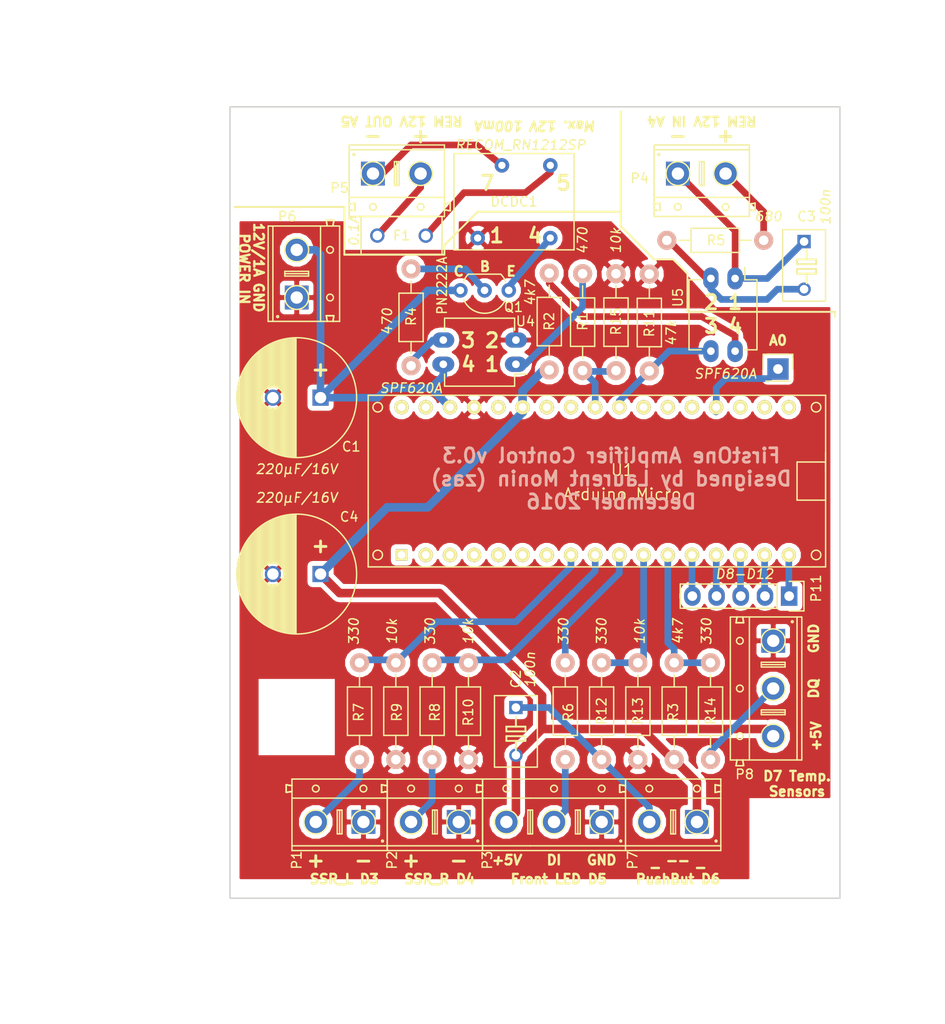
<source format=kicad_pcb>
(kicad_pcb (version 4) (host pcbnew 4.0.4+e1-6308~48~ubuntu14.04.1-stable)

  (general
    (links 63)
    (no_connects 0)
    (area 134.924999 55.924999 199.075001 139.075001)
    (thickness 1.6)
    (drawings 94)
    (tracks 144)
    (zones 0)
    (modules 39)
    (nets 51)
  )

  (page A4)
  (layers
    (0 F.Cu mixed)
    (31 B.Cu power)
    (33 F.Adhes user)
    (35 F.Paste user)
    (36 B.SilkS user)
    (37 F.SilkS user)
    (39 F.Mask user)
    (40 Dwgs.User user)
    (41 Cmts.User user)
    (42 Eco1.User user)
    (43 Eco2.User user)
    (44 Edge.Cuts user)
    (45 Margin user)
    (47 F.CrtYd user)
    (49 F.Fab user)
  )

  (setup
    (last_trace_width 0.7)
    (trace_clearance 0.3)
    (zone_clearance 0.508)
    (zone_45_only yes)
    (trace_min 0.2)
    (segment_width 0.2)
    (edge_width 0.15)
    (via_size 0.6)
    (via_drill 0.4)
    (via_min_size 0.4)
    (via_min_drill 0.3)
    (uvia_size 0.3)
    (uvia_drill 0.1)
    (uvias_allowed no)
    (uvia_min_size 0.2)
    (uvia_min_drill 0.1)
    (pcb_text_width 0.3)
    (pcb_text_size 1.5 1.5)
    (mod_edge_width 0.15)
    (mod_text_size 1 1)
    (mod_text_width 0.15)
    (pad_size 3.2 3.2)
    (pad_drill 3.2)
    (pad_to_mask_clearance 0.2)
    (aux_axis_origin 135 139)
    (visible_elements FFFFFF7F)
    (pcbplotparams
      (layerselection 0x00030_80000001)
      (usegerberextensions false)
      (excludeedgelayer true)
      (linewidth 0.100000)
      (plotframeref false)
      (viasonmask false)
      (mode 1)
      (useauxorigin false)
      (hpglpennumber 1)
      (hpglpenspeed 20)
      (hpglpendiameter 15)
      (hpglpenoverlay 2)
      (psnegative false)
      (psa4output false)
      (plotreference true)
      (plotvalue true)
      (plotinvisibletext false)
      (padsonsilk false)
      (subtractmaskfromsilk false)
      (outputformat 1)
      (mirror false)
      (drillshape 1)
      (scaleselection 1)
      (outputdirectory ""))
  )

  (net 0 "")
  (net 1 +12V)
  (net 2 GND)
  (net 3 +5V)
  (net 4 "Net-(C3-Pad1)")
  (net 5 "Net-(C3-Pad2)")
  (net 6 "Net-(P1-Pad2)")
  (net 7 "Net-(P2-Pad2)")
  (net 8 "Net-(P3-Pad2)")
  (net 9 "Net-(Q1-Pad2)")
  (net 10 "Net-(R1-Pad1)")
  (net 11 "Net-(R1-Pad2)")
  (net 12 "Net-(R14-Pad2)")
  (net 13 "Net-(R4-Pad2)")
  (net 14 "Net-(R6-Pad1)")
  (net 15 "Net-(R7-Pad1)")
  (net 16 "Net-(R10-Pad2)")
  (net 17 "Net-(R12-Pad2)")
  (net 18 "Net-(P4-Pad2)")
  (net 19 "Net-(C2-Pad1)")
  (net 20 "Net-(P8-Pad2)")
  (net 21 "Net-(U1-PadSCK)")
  (net 22 "Net-(U1-PadMI)")
  (net 23 "Net-(U1-PadRST)")
  (net 24 "Net-(U1-PadA3)")
  (net 25 "Net-(U1-PadAREF)")
  (net 26 "Net-(U1-Pad3.3V)")
  (net 27 "Net-(U1-Pad13)")
  (net 28 "Net-(U1-PadMO)")
  (net 29 "Net-(U1-PadSS)")
  (net 30 "Net-(U1-PadTX)")
  (net 31 "Net-(U1-PadRX)")
  (net 32 "Net-(U1-Pad2)")
  (net 33 "Net-(U1-PadNC1)")
  (net 34 "Net-(U1-PadNC2)")
  (net 35 "Net-(U1-PadRST2)")
  (net 36 "Net-(U1-PadGND2)")
  (net 37 "Net-(R2-Pad2)")
  (net 38 "Net-(P11-Pad1)")
  (net 39 "Net-(P12-Pad1)")
  (net 40 "Net-(P11-Pad2)")
  (net 41 "Net-(P11-Pad3)")
  (net 42 "Net-(P11-Pad4)")
  (net 43 "Net-(P11-Pad5)")
  (net 44 "Net-(DCDC1-Pad4)")
  (net 45 "Net-(DCDC1-Pad7)")
  (net 46 "Net-(DCDC1-Pad5)")
  (net 47 "Net-(F1-Pad1)")
  (net 48 "Net-(U1-PadA2)")
  (net 49 "Net-(U1-PadA1)")
  (net 50 "Net-(R11-Pad1)")

  (net_class Default "This is the default net class."
    (clearance 0.3)
    (trace_width 0.7)
    (via_dia 0.6)
    (via_drill 0.4)
    (uvia_dia 0.3)
    (uvia_drill 0.1)
    (add_net GND)
    (add_net "Net-(C2-Pad1)")
    (add_net "Net-(C3-Pad1)")
    (add_net "Net-(C3-Pad2)")
    (add_net "Net-(DCDC1-Pad4)")
    (add_net "Net-(DCDC1-Pad5)")
    (add_net "Net-(DCDC1-Pad7)")
    (add_net "Net-(F1-Pad1)")
    (add_net "Net-(P1-Pad2)")
    (add_net "Net-(P11-Pad1)")
    (add_net "Net-(P11-Pad2)")
    (add_net "Net-(P11-Pad3)")
    (add_net "Net-(P11-Pad4)")
    (add_net "Net-(P11-Pad5)")
    (add_net "Net-(P12-Pad1)")
    (add_net "Net-(P2-Pad2)")
    (add_net "Net-(P3-Pad2)")
    (add_net "Net-(P4-Pad2)")
    (add_net "Net-(P8-Pad2)")
    (add_net "Net-(Q1-Pad2)")
    (add_net "Net-(R1-Pad1)")
    (add_net "Net-(R1-Pad2)")
    (add_net "Net-(R10-Pad2)")
    (add_net "Net-(R11-Pad1)")
    (add_net "Net-(R12-Pad2)")
    (add_net "Net-(R14-Pad2)")
    (add_net "Net-(R2-Pad2)")
    (add_net "Net-(R4-Pad2)")
    (add_net "Net-(R6-Pad1)")
    (add_net "Net-(R7-Pad1)")
    (add_net "Net-(U1-Pad13)")
    (add_net "Net-(U1-Pad2)")
    (add_net "Net-(U1-Pad3.3V)")
    (add_net "Net-(U1-PadA1)")
    (add_net "Net-(U1-PadA2)")
    (add_net "Net-(U1-PadA3)")
    (add_net "Net-(U1-PadAREF)")
    (add_net "Net-(U1-PadGND2)")
    (add_net "Net-(U1-PadMI)")
    (add_net "Net-(U1-PadMO)")
    (add_net "Net-(U1-PadNC1)")
    (add_net "Net-(U1-PadNC2)")
    (add_net "Net-(U1-PadRST)")
    (add_net "Net-(U1-PadRST2)")
    (add_net "Net-(U1-PadRX)")
    (add_net "Net-(U1-PadSCK)")
    (add_net "Net-(U1-PadSS)")
    (add_net "Net-(U1-PadTX)")
  )

  (net_class 12V ""
    (clearance 0.3)
    (trace_width 0.8)
    (via_dia 0.6)
    (via_drill 0.4)
    (uvia_dia 0.3)
    (uvia_drill 0.1)
    (add_net +12V)
  )

  (net_class 5V ""
    (clearance 0.3)
    (trace_width 0.9)
    (via_dia 0.6)
    (via_drill 0.4)
    (uvia_dia 0.3)
    (uvia_drill 0.1)
    (add_net +5V)
  )

  (module Capacitors_ThroughHole:C_Disc_D7.5_P5 (layer F.Cu) (tedit 5841F53B) (tstamp 583AD673)
    (at 195.24 70.13 270)
    (descr "Capacitor 7.5mm Disc, Pitch 5mm")
    (tags Capacitor)
    (path /583A2E86)
    (fp_text reference C3 (at -2.63 -0.26 360) (layer F.SilkS)
      (effects (font (size 1 1) (thickness 0.15)))
    )
    (fp_text value 100n (at -3.63 -2.26 450) (layer F.SilkS)
      (effects (font (size 1 1) (thickness 0.15) italic))
    )
    (fp_line (start -1.5 -2.5) (end 6.5 -2.5) (layer F.CrtYd) (width 0.05))
    (fp_line (start 6.5 -2.5) (end 6.5 2.5) (layer F.CrtYd) (width 0.05))
    (fp_line (start 6.5 2.5) (end -1.5 2.5) (layer F.CrtYd) (width 0.05))
    (fp_line (start -1.5 2.5) (end -1.5 -2.5) (layer F.CrtYd) (width 0.05))
    (fp_line (start -1.25 -2.25) (end 6.25 -2.25) (layer F.SilkS) (width 0.15))
    (fp_line (start 6.25 -2.25) (end 6.25 2.25) (layer F.SilkS) (width 0.15))
    (fp_line (start 6.25 2.25) (end -1.25 2.25) (layer F.SilkS) (width 0.15))
    (fp_line (start -1.25 2.25) (end -1.25 -2.25) (layer F.SilkS) (width 0.15))
    (pad 1 thru_hole rect (at 0 0 270) (size 1.4 1.4) (drill 0.9) (layers *.Cu *.Mask)
      (net 4 "Net-(C3-Pad1)"))
    (pad 2 thru_hole circle (at 5 0 270) (size 1.4 1.4) (drill 0.9) (layers *.Cu *.Mask)
      (net 5 "Net-(C3-Pad2)"))
    (model Capacitors_ThroughHole.3dshapes/C_Disc_D7.5_P5.wrl
      (at (xyz 0.0984252 0 0))
      (scale (xyz 1 1 1))
      (rotate (xyz 0 0 0))
    )
  )

  (module myfootprints:DG306-5.0-02 (layer F.Cu) (tedit 5841CAD5) (tstamp 583C8E63)
    (at 184 131)
    (path /583B07A5)
    (fp_text reference P7 (at -6.75 4 90) (layer F.SilkS)
      (effects (font (size 1 1) (thickness 0.15)))
    )
    (fp_text value PUSHBUT (at -3 11.5) (layer F.Fab) hide
      (effects (font (size 1 1) (thickness 0.15)))
    )
    (fp_circle (center 2 2) (end 2 1.9) (layer F.SilkS) (width 0.15))
    (fp_line (start -8.1 -3.1) (end -7.5 -3.2) (layer F.SilkS) (width 0.15))
    (fp_line (start -8.1 -3.9) (end -8.1 -3.1) (layer F.SilkS) (width 0.15))
    (fp_line (start -7.5 -3.8) (end -8.1 -3.9) (layer F.SilkS) (width 0.15))
    (fp_line (start -7.5 -3.8) (end -8.1 -3.9) (layer F.SilkS) (width 0.15))
    (fp_line (start -8.1 -3.9) (end -8.1 -3.1) (layer F.SilkS) (width 0.15))
    (fp_line (start -8.1 -3.1) (end -7.5 -3.2) (layer F.SilkS) (width 0.15))
    (fp_line (start -8.1 -3.1) (end -7.5 -3.2) (layer F.SilkS) (width 0.15))
    (fp_line (start -8.1 -3.9) (end -8.1 -3.1) (layer F.SilkS) (width 0.15))
    (fp_line (start -7.5 -3.8) (end -8.1 -3.9) (layer F.SilkS) (width 0.15))
    (fp_line (start -7.5 -3.8) (end -8.1 -3.9) (layer F.SilkS) (width 0.15))
    (fp_line (start -8.1 -3.9) (end -8.1 -3.1) (layer F.SilkS) (width 0.15))
    (fp_line (start -8.1 -3.1) (end -7.5 -3.2) (layer F.SilkS) (width 0.15))
    (fp_line (start 1.9 -3.1) (end 2.5 -3.2) (layer F.SilkS) (width 0.15))
    (fp_line (start 1.9 -3.9) (end 1.9 -3.1) (layer F.SilkS) (width 0.15))
    (fp_line (start 2.5 -3.8) (end 1.9 -3.9) (layer F.SilkS) (width 0.15))
    (fp_line (start 2.5 -3.8) (end 1.9 -3.9) (layer F.SilkS) (width 0.15))
    (fp_line (start 1.9 -3.9) (end 1.9 -3.1) (layer F.SilkS) (width 0.15))
    (fp_line (start 1.9 -3.1) (end 2.5 -3.2) (layer F.SilkS) (width 0.15))
    (fp_line (start 1.9 -3.1) (end 2.5 -3.2) (layer F.SilkS) (width 0.15))
    (fp_line (start 1.9 -3.9) (end 1.9 -3.1) (layer F.SilkS) (width 0.15))
    (fp_line (start 2.5 -3.8) (end 1.9 -3.9) (layer F.SilkS) (width 0.15))
    (fp_line (start 2.5 -3.8) (end 1.9 -3.9) (layer F.SilkS) (width 0.15))
    (fp_line (start 1.9 -3.9) (end 1.9 -3.1) (layer F.SilkS) (width 0.15))
    (fp_line (start 1.9 -3.1) (end 2.5 -3.2) (layer F.SilkS) (width 0.15))
    (fp_line (start -2.5 -1.25) (end -2.5 1.25) (layer F.SilkS) (width 0.15))
    (fp_line (start -2.5 1.25) (end -2.75 1.25) (layer F.SilkS) (width 0.15))
    (fp_line (start -2.75 1.25) (end -2.75 -1.25) (layer F.SilkS) (width 0.15))
    (fp_line (start -2.75 -1.25) (end -2.25 -1.25) (layer F.SilkS) (width 0.15))
    (fp_line (start -2.25 -1.25) (end -2.25 1.25) (layer F.SilkS) (width 0.15))
    (fp_line (start -2.25 1.25) (end -2.5 1.25) (layer F.SilkS) (width 0.15))
    (fp_circle (center 0 -3.5) (end 0.25 -3.75) (layer F.SilkS) (width 0.15))
    (fp_circle (center -5 -3.5) (end -4.75 -3.75) (layer F.SilkS) (width 0.15))
    (fp_line (start -7.5 -2.5) (end 2.5 -2.5) (layer F.SilkS) (width 0.15))
    (fp_circle (center 0 0) (end 1.25 0) (layer F.SilkS) (width 0.15))
    (fp_circle (center -5 0) (end -3.75 0) (layer F.SilkS) (width 0.15))
    (fp_line (start -7.5 2.5) (end 2.5 2.5) (layer F.SilkS) (width 0.15))
    (fp_line (start -7.5 3) (end -7.5 -4.5) (layer F.SilkS) (width 0.15))
    (fp_line (start -7.5 -4.5) (end 2.5 -4.5) (layer F.SilkS) (width 0.15))
    (fp_line (start 2.5 -4.5) (end 2.5 3) (layer F.SilkS) (width 0.15))
    (fp_line (start 2.5 3) (end -7.5 3) (layer F.SilkS) (width 0.15))
    (pad 1 thru_hole rect (at 0 0) (size 2.5 2.5) (drill 1.3) (layers *.Cu *.Mask)
      (net 3 +5V))
    (pad 2 thru_hole circle (at -5 0) (size 2.5 2.5) (drill 1.3) (layers *.Cu *.Mask)
      (net 19 "Net-(C2-Pad1)"))
  )

  (module myfootprints:DG306-5.0-02 (layer F.Cu) (tedit 5841CEEF) (tstamp 583C8E5E)
    (at 142 76 270)
    (path /583A8687)
    (fp_text reference P6 (at -8.5 1 360) (layer F.SilkS)
      (effects (font (size 1 1) (thickness 0.15)))
    )
    (fp_text value POWER_IN (at -1.5 -5.5 270) (layer F.Fab) hide
      (effects (font (size 1 1) (thickness 0.15)))
    )
    (fp_circle (center 2 2) (end 2 1.9) (layer F.SilkS) (width 0.15))
    (fp_line (start -8.1 -3.1) (end -7.5 -3.2) (layer F.SilkS) (width 0.15))
    (fp_line (start -8.1 -3.9) (end -8.1 -3.1) (layer F.SilkS) (width 0.15))
    (fp_line (start -7.5 -3.8) (end -8.1 -3.9) (layer F.SilkS) (width 0.15))
    (fp_line (start -7.5 -3.8) (end -8.1 -3.9) (layer F.SilkS) (width 0.15))
    (fp_line (start -8.1 -3.9) (end -8.1 -3.1) (layer F.SilkS) (width 0.15))
    (fp_line (start -8.1 -3.1) (end -7.5 -3.2) (layer F.SilkS) (width 0.15))
    (fp_line (start -8.1 -3.1) (end -7.5 -3.2) (layer F.SilkS) (width 0.15))
    (fp_line (start -8.1 -3.9) (end -8.1 -3.1) (layer F.SilkS) (width 0.15))
    (fp_line (start -7.5 -3.8) (end -8.1 -3.9) (layer F.SilkS) (width 0.15))
    (fp_line (start -7.5 -3.8) (end -8.1 -3.9) (layer F.SilkS) (width 0.15))
    (fp_line (start -8.1 -3.9) (end -8.1 -3.1) (layer F.SilkS) (width 0.15))
    (fp_line (start -8.1 -3.1) (end -7.5 -3.2) (layer F.SilkS) (width 0.15))
    (fp_line (start 1.9 -3.1) (end 2.5 -3.2) (layer F.SilkS) (width 0.15))
    (fp_line (start 1.9 -3.9) (end 1.9 -3.1) (layer F.SilkS) (width 0.15))
    (fp_line (start 2.5 -3.8) (end 1.9 -3.9) (layer F.SilkS) (width 0.15))
    (fp_line (start 2.5 -3.8) (end 1.9 -3.9) (layer F.SilkS) (width 0.15))
    (fp_line (start 1.9 -3.9) (end 1.9 -3.1) (layer F.SilkS) (width 0.15))
    (fp_line (start 1.9 -3.1) (end 2.5 -3.2) (layer F.SilkS) (width 0.15))
    (fp_line (start 1.9 -3.1) (end 2.5 -3.2) (layer F.SilkS) (width 0.15))
    (fp_line (start 1.9 -3.9) (end 1.9 -3.1) (layer F.SilkS) (width 0.15))
    (fp_line (start 2.5 -3.8) (end 1.9 -3.9) (layer F.SilkS) (width 0.15))
    (fp_line (start 2.5 -3.8) (end 1.9 -3.9) (layer F.SilkS) (width 0.15))
    (fp_line (start 1.9 -3.9) (end 1.9 -3.1) (layer F.SilkS) (width 0.15))
    (fp_line (start 1.9 -3.1) (end 2.5 -3.2) (layer F.SilkS) (width 0.15))
    (fp_line (start -2.5 -1.25) (end -2.5 1.25) (layer F.SilkS) (width 0.15))
    (fp_line (start -2.5 1.25) (end -2.75 1.25) (layer F.SilkS) (width 0.15))
    (fp_line (start -2.75 1.25) (end -2.75 -1.25) (layer F.SilkS) (width 0.15))
    (fp_line (start -2.75 -1.25) (end -2.25 -1.25) (layer F.SilkS) (width 0.15))
    (fp_line (start -2.25 -1.25) (end -2.25 1.25) (layer F.SilkS) (width 0.15))
    (fp_line (start -2.25 1.25) (end -2.5 1.25) (layer F.SilkS) (width 0.15))
    (fp_circle (center 0 -3.5) (end 0.25 -3.75) (layer F.SilkS) (width 0.15))
    (fp_circle (center -5 -3.5) (end -4.75 -3.75) (layer F.SilkS) (width 0.15))
    (fp_line (start -7.5 -2.5) (end 2.5 -2.5) (layer F.SilkS) (width 0.15))
    (fp_circle (center 0 0) (end 1.25 0) (layer F.SilkS) (width 0.15))
    (fp_circle (center -5 0) (end -3.75 0) (layer F.SilkS) (width 0.15))
    (fp_line (start -7.5 2.5) (end 2.5 2.5) (layer F.SilkS) (width 0.15))
    (fp_line (start -7.5 3) (end -7.5 -4.5) (layer F.SilkS) (width 0.15))
    (fp_line (start -7.5 -4.5) (end 2.5 -4.5) (layer F.SilkS) (width 0.15))
    (fp_line (start 2.5 -4.5) (end 2.5 3) (layer F.SilkS) (width 0.15))
    (fp_line (start 2.5 3) (end -7.5 3) (layer F.SilkS) (width 0.15))
    (pad 1 thru_hole rect (at 0 0 270) (size 2.5 2.5) (drill 1.3) (layers *.Cu *.Mask)
      (net 2 GND))
    (pad 2 thru_hole circle (at -5 0 270) (size 2.5 2.5) (drill 1.3) (layers *.Cu *.Mask)
      (net 1 +12V))
  )

  (module myfootprints:DG306-5.0-02 (layer F.Cu) (tedit 5841CEF5) (tstamp 583C8E59)
    (at 150 63 180)
    (path /583A7C81)
    (fp_text reference P5 (at 3.5 -1.5 180) (layer F.SilkS)
      (effects (font (size 1 1) (thickness 0.15)))
    )
    (fp_text value "REM 12V OUT" (at -3 9.5 180) (layer F.Fab) hide
      (effects (font (size 1 1) (thickness 0.15)))
    )
    (fp_circle (center 2 2) (end 2 1.9) (layer F.SilkS) (width 0.15))
    (fp_line (start -8.1 -3.1) (end -7.5 -3.2) (layer F.SilkS) (width 0.15))
    (fp_line (start -8.1 -3.9) (end -8.1 -3.1) (layer F.SilkS) (width 0.15))
    (fp_line (start -7.5 -3.8) (end -8.1 -3.9) (layer F.SilkS) (width 0.15))
    (fp_line (start -7.5 -3.8) (end -8.1 -3.9) (layer F.SilkS) (width 0.15))
    (fp_line (start -8.1 -3.9) (end -8.1 -3.1) (layer F.SilkS) (width 0.15))
    (fp_line (start -8.1 -3.1) (end -7.5 -3.2) (layer F.SilkS) (width 0.15))
    (fp_line (start -8.1 -3.1) (end -7.5 -3.2) (layer F.SilkS) (width 0.15))
    (fp_line (start -8.1 -3.9) (end -8.1 -3.1) (layer F.SilkS) (width 0.15))
    (fp_line (start -7.5 -3.8) (end -8.1 -3.9) (layer F.SilkS) (width 0.15))
    (fp_line (start -7.5 -3.8) (end -8.1 -3.9) (layer F.SilkS) (width 0.15))
    (fp_line (start -8.1 -3.9) (end -8.1 -3.1) (layer F.SilkS) (width 0.15))
    (fp_line (start -8.1 -3.1) (end -7.5 -3.2) (layer F.SilkS) (width 0.15))
    (fp_line (start 1.9 -3.1) (end 2.5 -3.2) (layer F.SilkS) (width 0.15))
    (fp_line (start 1.9 -3.9) (end 1.9 -3.1) (layer F.SilkS) (width 0.15))
    (fp_line (start 2.5 -3.8) (end 1.9 -3.9) (layer F.SilkS) (width 0.15))
    (fp_line (start 2.5 -3.8) (end 1.9 -3.9) (layer F.SilkS) (width 0.15))
    (fp_line (start 1.9 -3.9) (end 1.9 -3.1) (layer F.SilkS) (width 0.15))
    (fp_line (start 1.9 -3.1) (end 2.5 -3.2) (layer F.SilkS) (width 0.15))
    (fp_line (start 1.9 -3.1) (end 2.5 -3.2) (layer F.SilkS) (width 0.15))
    (fp_line (start 1.9 -3.9) (end 1.9 -3.1) (layer F.SilkS) (width 0.15))
    (fp_line (start 2.5 -3.8) (end 1.9 -3.9) (layer F.SilkS) (width 0.15))
    (fp_line (start 2.5 -3.8) (end 1.9 -3.9) (layer F.SilkS) (width 0.15))
    (fp_line (start 1.9 -3.9) (end 1.9 -3.1) (layer F.SilkS) (width 0.15))
    (fp_line (start 1.9 -3.1) (end 2.5 -3.2) (layer F.SilkS) (width 0.15))
    (fp_line (start -2.5 -1.25) (end -2.5 1.25) (layer F.SilkS) (width 0.15))
    (fp_line (start -2.5 1.25) (end -2.75 1.25) (layer F.SilkS) (width 0.15))
    (fp_line (start -2.75 1.25) (end -2.75 -1.25) (layer F.SilkS) (width 0.15))
    (fp_line (start -2.75 -1.25) (end -2.25 -1.25) (layer F.SilkS) (width 0.15))
    (fp_line (start -2.25 -1.25) (end -2.25 1.25) (layer F.SilkS) (width 0.15))
    (fp_line (start -2.25 1.25) (end -2.5 1.25) (layer F.SilkS) (width 0.15))
    (fp_circle (center 0 -3.5) (end 0.25 -3.75) (layer F.SilkS) (width 0.15))
    (fp_circle (center -5 -3.5) (end -4.75 -3.75) (layer F.SilkS) (width 0.15))
    (fp_line (start -7.5 -2.5) (end 2.5 -2.5) (layer F.SilkS) (width 0.15))
    (fp_circle (center 0 0) (end 1.25 0) (layer F.SilkS) (width 0.15))
    (fp_circle (center -5 0) (end -3.75 0) (layer F.SilkS) (width 0.15))
    (fp_line (start -7.5 2.5) (end 2.5 2.5) (layer F.SilkS) (width 0.15))
    (fp_line (start -7.5 3) (end -7.5 -4.5) (layer F.SilkS) (width 0.15))
    (fp_line (start -7.5 -4.5) (end 2.5 -4.5) (layer F.SilkS) (width 0.15))
    (fp_line (start 2.5 -4.5) (end 2.5 3) (layer F.SilkS) (width 0.15))
    (fp_line (start 2.5 3) (end -7.5 3) (layer F.SilkS) (width 0.15))
    (pad 1 thru_hole rect (at 0 0 180) (size 2.5 2.5) (drill 1.3) (layers *.Cu *.Mask)
      (net 45 "Net-(DCDC1-Pad7)"))
    (pad 2 thru_hole circle (at -5 0 180) (size 2.5 2.5) (drill 1.3) (layers *.Cu *.Mask)
      (net 47 "Net-(F1-Pad1)"))
  )

  (module myfootprints:DG306-5.0-02 (layer F.Cu) (tedit 5841CBD5) (tstamp 583C8E54)
    (at 182 63 180)
    (path /583A76AE)
    (fp_text reference P4 (at 4 -0.5 180) (layer F.SilkS)
      (effects (font (size 1 1) (thickness 0.15)))
    )
    (fp_text value "REM 12V IN" (at -3 9 180) (layer F.Fab) hide
      (effects (font (size 1 1) (thickness 0.15)))
    )
    (fp_circle (center 2 2) (end 2 1.9) (layer F.SilkS) (width 0.15))
    (fp_line (start -8.1 -3.1) (end -7.5 -3.2) (layer F.SilkS) (width 0.15))
    (fp_line (start -8.1 -3.9) (end -8.1 -3.1) (layer F.SilkS) (width 0.15))
    (fp_line (start -7.5 -3.8) (end -8.1 -3.9) (layer F.SilkS) (width 0.15))
    (fp_line (start -7.5 -3.8) (end -8.1 -3.9) (layer F.SilkS) (width 0.15))
    (fp_line (start -8.1 -3.9) (end -8.1 -3.1) (layer F.SilkS) (width 0.15))
    (fp_line (start -8.1 -3.1) (end -7.5 -3.2) (layer F.SilkS) (width 0.15))
    (fp_line (start -8.1 -3.1) (end -7.5 -3.2) (layer F.SilkS) (width 0.15))
    (fp_line (start -8.1 -3.9) (end -8.1 -3.1) (layer F.SilkS) (width 0.15))
    (fp_line (start -7.5 -3.8) (end -8.1 -3.9) (layer F.SilkS) (width 0.15))
    (fp_line (start -7.5 -3.8) (end -8.1 -3.9) (layer F.SilkS) (width 0.15))
    (fp_line (start -8.1 -3.9) (end -8.1 -3.1) (layer F.SilkS) (width 0.15))
    (fp_line (start -8.1 -3.1) (end -7.5 -3.2) (layer F.SilkS) (width 0.15))
    (fp_line (start 1.9 -3.1) (end 2.5 -3.2) (layer F.SilkS) (width 0.15))
    (fp_line (start 1.9 -3.9) (end 1.9 -3.1) (layer F.SilkS) (width 0.15))
    (fp_line (start 2.5 -3.8) (end 1.9 -3.9) (layer F.SilkS) (width 0.15))
    (fp_line (start 2.5 -3.8) (end 1.9 -3.9) (layer F.SilkS) (width 0.15))
    (fp_line (start 1.9 -3.9) (end 1.9 -3.1) (layer F.SilkS) (width 0.15))
    (fp_line (start 1.9 -3.1) (end 2.5 -3.2) (layer F.SilkS) (width 0.15))
    (fp_line (start 1.9 -3.1) (end 2.5 -3.2) (layer F.SilkS) (width 0.15))
    (fp_line (start 1.9 -3.9) (end 1.9 -3.1) (layer F.SilkS) (width 0.15))
    (fp_line (start 2.5 -3.8) (end 1.9 -3.9) (layer F.SilkS) (width 0.15))
    (fp_line (start 2.5 -3.8) (end 1.9 -3.9) (layer F.SilkS) (width 0.15))
    (fp_line (start 1.9 -3.9) (end 1.9 -3.1) (layer F.SilkS) (width 0.15))
    (fp_line (start 1.9 -3.1) (end 2.5 -3.2) (layer F.SilkS) (width 0.15))
    (fp_line (start -2.5 -1.25) (end -2.5 1.25) (layer F.SilkS) (width 0.15))
    (fp_line (start -2.5 1.25) (end -2.75 1.25) (layer F.SilkS) (width 0.15))
    (fp_line (start -2.75 1.25) (end -2.75 -1.25) (layer F.SilkS) (width 0.15))
    (fp_line (start -2.75 -1.25) (end -2.25 -1.25) (layer F.SilkS) (width 0.15))
    (fp_line (start -2.25 -1.25) (end -2.25 1.25) (layer F.SilkS) (width 0.15))
    (fp_line (start -2.25 1.25) (end -2.5 1.25) (layer F.SilkS) (width 0.15))
    (fp_circle (center 0 -3.5) (end 0.25 -3.75) (layer F.SilkS) (width 0.15))
    (fp_circle (center -5 -3.5) (end -4.75 -3.75) (layer F.SilkS) (width 0.15))
    (fp_line (start -7.5 -2.5) (end 2.5 -2.5) (layer F.SilkS) (width 0.15))
    (fp_circle (center 0 0) (end 1.25 0) (layer F.SilkS) (width 0.15))
    (fp_circle (center -5 0) (end -3.75 0) (layer F.SilkS) (width 0.15))
    (fp_line (start -7.5 2.5) (end 2.5 2.5) (layer F.SilkS) (width 0.15))
    (fp_line (start -7.5 3) (end -7.5 -4.5) (layer F.SilkS) (width 0.15))
    (fp_line (start -7.5 -4.5) (end 2.5 -4.5) (layer F.SilkS) (width 0.15))
    (fp_line (start 2.5 -4.5) (end 2.5 3) (layer F.SilkS) (width 0.15))
    (fp_line (start 2.5 3) (end -7.5 3) (layer F.SilkS) (width 0.15))
    (pad 1 thru_hole rect (at 0 0 180) (size 2.5 2.5) (drill 1.3) (layers *.Cu *.Mask)
      (net 4 "Net-(C3-Pad1)"))
    (pad 2 thru_hole circle (at -5 0 180) (size 2.5 2.5) (drill 1.3) (layers *.Cu *.Mask)
      (net 18 "Net-(P4-Pad2)"))
  )

  (module myfootprints:DG306-5.0-02 (layer F.Cu) (tedit 5841CADF) (tstamp 583C8E4F)
    (at 159 131)
    (path /5839D828)
    (fp_text reference P2 (at -7 4 90) (layer F.SilkS)
      (effects (font (size 1 1) (thickness 0.15)))
    )
    (fp_text value SSR_R (at -3 11.5) (layer F.Fab) hide
      (effects (font (size 1 1) (thickness 0.15)))
    )
    (fp_circle (center 2 2) (end 2 1.9) (layer F.SilkS) (width 0.15))
    (fp_line (start -8.1 -3.1) (end -7.5 -3.2) (layer F.SilkS) (width 0.15))
    (fp_line (start -8.1 -3.9) (end -8.1 -3.1) (layer F.SilkS) (width 0.15))
    (fp_line (start -7.5 -3.8) (end -8.1 -3.9) (layer F.SilkS) (width 0.15))
    (fp_line (start -7.5 -3.8) (end -8.1 -3.9) (layer F.SilkS) (width 0.15))
    (fp_line (start -8.1 -3.9) (end -8.1 -3.1) (layer F.SilkS) (width 0.15))
    (fp_line (start -8.1 -3.1) (end -7.5 -3.2) (layer F.SilkS) (width 0.15))
    (fp_line (start -8.1 -3.1) (end -7.5 -3.2) (layer F.SilkS) (width 0.15))
    (fp_line (start -8.1 -3.9) (end -8.1 -3.1) (layer F.SilkS) (width 0.15))
    (fp_line (start -7.5 -3.8) (end -8.1 -3.9) (layer F.SilkS) (width 0.15))
    (fp_line (start -7.5 -3.8) (end -8.1 -3.9) (layer F.SilkS) (width 0.15))
    (fp_line (start -8.1 -3.9) (end -8.1 -3.1) (layer F.SilkS) (width 0.15))
    (fp_line (start -8.1 -3.1) (end -7.5 -3.2) (layer F.SilkS) (width 0.15))
    (fp_line (start 1.9 -3.1) (end 2.5 -3.2) (layer F.SilkS) (width 0.15))
    (fp_line (start 1.9 -3.9) (end 1.9 -3.1) (layer F.SilkS) (width 0.15))
    (fp_line (start 2.5 -3.8) (end 1.9 -3.9) (layer F.SilkS) (width 0.15))
    (fp_line (start 2.5 -3.8) (end 1.9 -3.9) (layer F.SilkS) (width 0.15))
    (fp_line (start 1.9 -3.9) (end 1.9 -3.1) (layer F.SilkS) (width 0.15))
    (fp_line (start 1.9 -3.1) (end 2.5 -3.2) (layer F.SilkS) (width 0.15))
    (fp_line (start 1.9 -3.1) (end 2.5 -3.2) (layer F.SilkS) (width 0.15))
    (fp_line (start 1.9 -3.9) (end 1.9 -3.1) (layer F.SilkS) (width 0.15))
    (fp_line (start 2.5 -3.8) (end 1.9 -3.9) (layer F.SilkS) (width 0.15))
    (fp_line (start 2.5 -3.8) (end 1.9 -3.9) (layer F.SilkS) (width 0.15))
    (fp_line (start 1.9 -3.9) (end 1.9 -3.1) (layer F.SilkS) (width 0.15))
    (fp_line (start 1.9 -3.1) (end 2.5 -3.2) (layer F.SilkS) (width 0.15))
    (fp_line (start -2.5 -1.25) (end -2.5 1.25) (layer F.SilkS) (width 0.15))
    (fp_line (start -2.5 1.25) (end -2.75 1.25) (layer F.SilkS) (width 0.15))
    (fp_line (start -2.75 1.25) (end -2.75 -1.25) (layer F.SilkS) (width 0.15))
    (fp_line (start -2.75 -1.25) (end -2.25 -1.25) (layer F.SilkS) (width 0.15))
    (fp_line (start -2.25 -1.25) (end -2.25 1.25) (layer F.SilkS) (width 0.15))
    (fp_line (start -2.25 1.25) (end -2.5 1.25) (layer F.SilkS) (width 0.15))
    (fp_circle (center 0 -3.5) (end 0.25 -3.75) (layer F.SilkS) (width 0.15))
    (fp_circle (center -5 -3.5) (end -4.75 -3.75) (layer F.SilkS) (width 0.15))
    (fp_line (start -7.5 -2.5) (end 2.5 -2.5) (layer F.SilkS) (width 0.15))
    (fp_circle (center 0 0) (end 1.25 0) (layer F.SilkS) (width 0.15))
    (fp_circle (center -5 0) (end -3.75 0) (layer F.SilkS) (width 0.15))
    (fp_line (start -7.5 2.5) (end 2.5 2.5) (layer F.SilkS) (width 0.15))
    (fp_line (start -7.5 3) (end -7.5 -4.5) (layer F.SilkS) (width 0.15))
    (fp_line (start -7.5 -4.5) (end 2.5 -4.5) (layer F.SilkS) (width 0.15))
    (fp_line (start 2.5 -4.5) (end 2.5 3) (layer F.SilkS) (width 0.15))
    (fp_line (start 2.5 3) (end -7.5 3) (layer F.SilkS) (width 0.15))
    (pad 1 thru_hole rect (at 0 0) (size 2.5 2.5) (drill 1.3) (layers *.Cu *.Mask)
      (net 2 GND))
    (pad 2 thru_hole circle (at -5 0) (size 2.5 2.5) (drill 1.3) (layers *.Cu *.Mask)
      (net 7 "Net-(P2-Pad2)"))
  )

  (module myfootprints:DG306-5.0-02 (layer F.Cu) (tedit 5841CAE4) (tstamp 583C8E4A)
    (at 149 131)
    (path /5839D763)
    (fp_text reference P1 (at -7 4 90) (layer F.SilkS)
      (effects (font (size 1 1) (thickness 0.15)))
    )
    (fp_text value SSR_L (at -2.5 11) (layer F.Fab) hide
      (effects (font (size 1 1) (thickness 0.15)))
    )
    (fp_circle (center 2 2) (end 2 1.9) (layer F.SilkS) (width 0.15))
    (fp_line (start -8.1 -3.1) (end -7.5 -3.2) (layer F.SilkS) (width 0.15))
    (fp_line (start -8.1 -3.9) (end -8.1 -3.1) (layer F.SilkS) (width 0.15))
    (fp_line (start -7.5 -3.8) (end -8.1 -3.9) (layer F.SilkS) (width 0.15))
    (fp_line (start -7.5 -3.8) (end -8.1 -3.9) (layer F.SilkS) (width 0.15))
    (fp_line (start -8.1 -3.9) (end -8.1 -3.1) (layer F.SilkS) (width 0.15))
    (fp_line (start -8.1 -3.1) (end -7.5 -3.2) (layer F.SilkS) (width 0.15))
    (fp_line (start -8.1 -3.1) (end -7.5 -3.2) (layer F.SilkS) (width 0.15))
    (fp_line (start -8.1 -3.9) (end -8.1 -3.1) (layer F.SilkS) (width 0.15))
    (fp_line (start -7.5 -3.8) (end -8.1 -3.9) (layer F.SilkS) (width 0.15))
    (fp_line (start -7.5 -3.8) (end -8.1 -3.9) (layer F.SilkS) (width 0.15))
    (fp_line (start -8.1 -3.9) (end -8.1 -3.1) (layer F.SilkS) (width 0.15))
    (fp_line (start -8.1 -3.1) (end -7.5 -3.2) (layer F.SilkS) (width 0.15))
    (fp_line (start 1.9 -3.1) (end 2.5 -3.2) (layer F.SilkS) (width 0.15))
    (fp_line (start 1.9 -3.9) (end 1.9 -3.1) (layer F.SilkS) (width 0.15))
    (fp_line (start 2.5 -3.8) (end 1.9 -3.9) (layer F.SilkS) (width 0.15))
    (fp_line (start 2.5 -3.8) (end 1.9 -3.9) (layer F.SilkS) (width 0.15))
    (fp_line (start 1.9 -3.9) (end 1.9 -3.1) (layer F.SilkS) (width 0.15))
    (fp_line (start 1.9 -3.1) (end 2.5 -3.2) (layer F.SilkS) (width 0.15))
    (fp_line (start 1.9 -3.1) (end 2.5 -3.2) (layer F.SilkS) (width 0.15))
    (fp_line (start 1.9 -3.9) (end 1.9 -3.1) (layer F.SilkS) (width 0.15))
    (fp_line (start 2.5 -3.8) (end 1.9 -3.9) (layer F.SilkS) (width 0.15))
    (fp_line (start 2.5 -3.8) (end 1.9 -3.9) (layer F.SilkS) (width 0.15))
    (fp_line (start 1.9 -3.9) (end 1.9 -3.1) (layer F.SilkS) (width 0.15))
    (fp_line (start 1.9 -3.1) (end 2.5 -3.2) (layer F.SilkS) (width 0.15))
    (fp_line (start -2.5 -1.25) (end -2.5 1.25) (layer F.SilkS) (width 0.15))
    (fp_line (start -2.5 1.25) (end -2.75 1.25) (layer F.SilkS) (width 0.15))
    (fp_line (start -2.75 1.25) (end -2.75 -1.25) (layer F.SilkS) (width 0.15))
    (fp_line (start -2.75 -1.25) (end -2.25 -1.25) (layer F.SilkS) (width 0.15))
    (fp_line (start -2.25 -1.25) (end -2.25 1.25) (layer F.SilkS) (width 0.15))
    (fp_line (start -2.25 1.25) (end -2.5 1.25) (layer F.SilkS) (width 0.15))
    (fp_circle (center 0 -3.5) (end 0.25 -3.75) (layer F.SilkS) (width 0.15))
    (fp_circle (center -5 -3.5) (end -4.75 -3.75) (layer F.SilkS) (width 0.15))
    (fp_line (start -7.5 -2.5) (end 2.5 -2.5) (layer F.SilkS) (width 0.15))
    (fp_circle (center 0 0) (end 1.25 0) (layer F.SilkS) (width 0.15))
    (fp_circle (center -5 0) (end -3.75 0) (layer F.SilkS) (width 0.15))
    (fp_line (start -7.5 2.5) (end 2.5 2.5) (layer F.SilkS) (width 0.15))
    (fp_line (start -7.5 3) (end -7.5 -4.5) (layer F.SilkS) (width 0.15))
    (fp_line (start -7.5 -4.5) (end 2.5 -4.5) (layer F.SilkS) (width 0.15))
    (fp_line (start 2.5 -4.5) (end 2.5 3) (layer F.SilkS) (width 0.15))
    (fp_line (start 2.5 3) (end -7.5 3) (layer F.SilkS) (width 0.15))
    (pad 1 thru_hole rect (at 0 0) (size 2.5 2.5) (drill 1.3) (layers *.Cu *.Mask)
      (net 2 GND))
    (pad 2 thru_hole circle (at -5 0) (size 2.5 2.5) (drill 1.3) (layers *.Cu *.Mask)
      (net 6 "Net-(P1-Pad2)"))
  )

  (module myfootprints:DG306-5.0-03 (layer F.Cu) (tedit 5841CADA) (tstamp 583C9CB0)
    (at 174 131)
    (path /5839E888)
    (fp_text reference P3 (at -12 4 90) (layer F.SilkS)
      (effects (font (size 1 1) (thickness 0.15)))
    )
    (fp_text value "To WS1812" (at -4.5 11.5) (layer F.Fab) hide
      (effects (font (size 1 1) (thickness 0.15)))
    )
    (fp_circle (center 2 2) (end 2.1 2) (layer F.SilkS) (width 0.15))
    (fp_line (start -12.5 -4.5) (end -7.5 -4.5) (layer F.SilkS) (width 0.15))
    (fp_line (start -12.5 3) (end -12.5 -4.5) (layer F.SilkS) (width 0.15))
    (fp_line (start -12.5 2.5) (end -7.5 2.5) (layer F.SilkS) (width 0.15))
    (fp_circle (center -10 0) (end -8.75 0) (layer F.SilkS) (width 0.15))
    (fp_line (start -12.5 -2.5) (end -7.5 -2.5) (layer F.SilkS) (width 0.15))
    (fp_circle (center -10 -3.5) (end -9.75 -3.75) (layer F.SilkS) (width 0.15))
    (fp_line (start -7.25 1.25) (end -7.5 1.25) (layer F.SilkS) (width 0.15))
    (fp_line (start -7.25 -1.25) (end -7.25 1.25) (layer F.SilkS) (width 0.15))
    (fp_line (start -7.75 -1.25) (end -7.25 -1.25) (layer F.SilkS) (width 0.15))
    (fp_line (start -7.75 1.25) (end -7.75 -1.25) (layer F.SilkS) (width 0.15))
    (fp_line (start -7.5 1.25) (end -7.75 1.25) (layer F.SilkS) (width 0.15))
    (fp_line (start -7.5 -1.25) (end -7.5 1.25) (layer F.SilkS) (width 0.15))
    (fp_line (start -13.1 -3.1) (end -12.5 -3.2) (layer F.SilkS) (width 0.15))
    (fp_line (start -13.1 -3.9) (end -13.1 -3.1) (layer F.SilkS) (width 0.15))
    (fp_line (start -12.5 -3.8) (end -13.1 -3.9) (layer F.SilkS) (width 0.15))
    (fp_line (start -12.5 -3.8) (end -13.1 -3.9) (layer F.SilkS) (width 0.15))
    (fp_line (start -13.1 -3.9) (end -13.1 -3.1) (layer F.SilkS) (width 0.15))
    (fp_line (start -13.1 -3.1) (end -12.5 -3.2) (layer F.SilkS) (width 0.15))
    (fp_line (start -13.1 -3.1) (end -12.5 -3.2) (layer F.SilkS) (width 0.15))
    (fp_line (start -13.1 -3.9) (end -13.1 -3.1) (layer F.SilkS) (width 0.15))
    (fp_line (start -12.5 -3.8) (end -13.1 -3.9) (layer F.SilkS) (width 0.15))
    (fp_line (start -12.5 -3.8) (end -13.1 -3.9) (layer F.SilkS) (width 0.15))
    (fp_line (start -13.1 -3.9) (end -13.1 -3.1) (layer F.SilkS) (width 0.15))
    (fp_line (start -13.1 -3.1) (end -12.5 -3.2) (layer F.SilkS) (width 0.15))
    (fp_line (start 1.9 -3.1) (end 2.5 -3.2) (layer F.SilkS) (width 0.15))
    (fp_line (start 1.9 -3.9) (end 1.9 -3.1) (layer F.SilkS) (width 0.15))
    (fp_line (start 2.5 -3.8) (end 1.9 -3.9) (layer F.SilkS) (width 0.15))
    (fp_line (start 2.5 -3.8) (end 1.9 -3.9) (layer F.SilkS) (width 0.15))
    (fp_line (start 1.9 -3.9) (end 1.9 -3.1) (layer F.SilkS) (width 0.15))
    (fp_line (start 1.9 -3.1) (end 2.5 -3.2) (layer F.SilkS) (width 0.15))
    (fp_line (start 1.9 -3.1) (end 2.5 -3.2) (layer F.SilkS) (width 0.15))
    (fp_line (start 1.9 -3.9) (end 1.9 -3.1) (layer F.SilkS) (width 0.15))
    (fp_line (start 2.5 -3.8) (end 1.9 -3.9) (layer F.SilkS) (width 0.15))
    (fp_line (start 2.5 -3.8) (end 1.9 -3.9) (layer F.SilkS) (width 0.15))
    (fp_line (start 1.9 -3.9) (end 1.9 -3.1) (layer F.SilkS) (width 0.15))
    (fp_line (start 1.9 -3.1) (end 2.5 -3.2) (layer F.SilkS) (width 0.15))
    (fp_line (start -2.5 -1.25) (end -2.5 1.25) (layer F.SilkS) (width 0.15))
    (fp_line (start -2.5 1.25) (end -2.75 1.25) (layer F.SilkS) (width 0.15))
    (fp_line (start -2.75 1.25) (end -2.75 -1.25) (layer F.SilkS) (width 0.15))
    (fp_line (start -2.75 -1.25) (end -2.25 -1.25) (layer F.SilkS) (width 0.15))
    (fp_line (start -2.25 -1.25) (end -2.25 1.25) (layer F.SilkS) (width 0.15))
    (fp_line (start -2.25 1.25) (end -2.5 1.25) (layer F.SilkS) (width 0.15))
    (fp_circle (center 0 -3.5) (end 0.25 -3.75) (layer F.SilkS) (width 0.15))
    (fp_circle (center -5 -3.5) (end -4.75 -3.75) (layer F.SilkS) (width 0.15))
    (fp_line (start -7.5 -2.5) (end 2.5 -2.5) (layer F.SilkS) (width 0.15))
    (fp_circle (center 0 0) (end 1.25 0) (layer F.SilkS) (width 0.15))
    (fp_circle (center -5 0) (end -3.75 0) (layer F.SilkS) (width 0.15))
    (fp_line (start -7.5 2.5) (end 2.5 2.5) (layer F.SilkS) (width 0.15))
    (fp_line (start -12.5 3) (end 2.5 3) (layer F.SilkS) (width 0.15))
    (fp_line (start -7.5 -4.5) (end 2.5 -4.5) (layer F.SilkS) (width 0.15))
    (fp_line (start 2.5 -4.5) (end 2.5 3) (layer F.SilkS) (width 0.15))
    (pad 3 thru_hole circle (at -10 0) (size 2.5 2.5) (drill 1.3) (layers *.Cu *.Mask)
      (net 3 +5V))
    (pad 1 thru_hole rect (at 0 0) (size 2.5 2.5) (drill 1.3) (layers *.Cu *.Mask)
      (net 2 GND))
    (pad 2 thru_hole circle (at -5 0) (size 2.5 2.5) (drill 1.3) (layers *.Cu *.Mask)
      (net 8 "Net-(P3-Pad2)"))
  )

  (module Capacitors_ThroughHole:C_Radial_D12.5_L25_P5 (layer F.Cu) (tedit 5841CF56) (tstamp 583A157E)
    (at 144.5 86.5 180)
    (descr "Radial Electrolytic Capacitor Diameter 12.5mm x Length 25mm, Pitch 5mm")
    (tags "Electrolytic Capacitor")
    (path /583A2798)
    (fp_text reference C1 (at -3.22 -5.14 180) (layer F.SilkS)
      (effects (font (size 1 1) (thickness 0.15)))
    )
    (fp_text value 220µF/16V (at 2.5 -7.5 180) (layer F.SilkS)
      (effects (font (size 1 1) (thickness 0.15) italic))
    )
    (fp_line (start 2.575 -6.25) (end 2.575 6.25) (layer F.SilkS) (width 0.15))
    (fp_line (start 2.715 -6.246) (end 2.715 6.246) (layer F.SilkS) (width 0.15))
    (fp_line (start 2.855 -6.24) (end 2.855 6.24) (layer F.SilkS) (width 0.15))
    (fp_line (start 2.995 -6.23) (end 2.995 6.23) (layer F.SilkS) (width 0.15))
    (fp_line (start 3.135 -6.218) (end 3.135 6.218) (layer F.SilkS) (width 0.15))
    (fp_line (start 3.275 -6.202) (end 3.275 6.202) (layer F.SilkS) (width 0.15))
    (fp_line (start 3.415 -6.183) (end 3.415 6.183) (layer F.SilkS) (width 0.15))
    (fp_line (start 3.555 -6.16) (end 3.555 6.16) (layer F.SilkS) (width 0.15))
    (fp_line (start 3.695 -6.135) (end 3.695 6.135) (layer F.SilkS) (width 0.15))
    (fp_line (start 3.835 -6.106) (end 3.835 6.106) (layer F.SilkS) (width 0.15))
    (fp_line (start 3.975 -6.073) (end 3.975 -0.521) (layer F.SilkS) (width 0.15))
    (fp_line (start 3.975 0.521) (end 3.975 6.073) (layer F.SilkS) (width 0.15))
    (fp_line (start 4.115 -6.038) (end 4.115 -0.734) (layer F.SilkS) (width 0.15))
    (fp_line (start 4.115 0.734) (end 4.115 6.038) (layer F.SilkS) (width 0.15))
    (fp_line (start 4.255 -5.999) (end 4.255 -0.876) (layer F.SilkS) (width 0.15))
    (fp_line (start 4.255 0.876) (end 4.255 5.999) (layer F.SilkS) (width 0.15))
    (fp_line (start 4.395 -5.956) (end 4.395 -0.978) (layer F.SilkS) (width 0.15))
    (fp_line (start 4.395 0.978) (end 4.395 5.956) (layer F.SilkS) (width 0.15))
    (fp_line (start 4.535 -5.909) (end 4.535 -1.052) (layer F.SilkS) (width 0.15))
    (fp_line (start 4.535 1.052) (end 4.535 5.909) (layer F.SilkS) (width 0.15))
    (fp_line (start 4.675 -5.859) (end 4.675 -1.103) (layer F.SilkS) (width 0.15))
    (fp_line (start 4.675 1.103) (end 4.675 5.859) (layer F.SilkS) (width 0.15))
    (fp_line (start 4.815 -5.805) (end 4.815 -1.135) (layer F.SilkS) (width 0.15))
    (fp_line (start 4.815 1.135) (end 4.815 5.805) (layer F.SilkS) (width 0.15))
    (fp_line (start 4.955 -5.748) (end 4.955 -1.149) (layer F.SilkS) (width 0.15))
    (fp_line (start 4.955 1.149) (end 4.955 5.748) (layer F.SilkS) (width 0.15))
    (fp_line (start 5.095 -5.686) (end 5.095 -1.146) (layer F.SilkS) (width 0.15))
    (fp_line (start 5.095 1.146) (end 5.095 5.686) (layer F.SilkS) (width 0.15))
    (fp_line (start 5.235 -5.62) (end 5.235 -1.126) (layer F.SilkS) (width 0.15))
    (fp_line (start 5.235 1.126) (end 5.235 5.62) (layer F.SilkS) (width 0.15))
    (fp_line (start 5.375 -5.549) (end 5.375 -1.087) (layer F.SilkS) (width 0.15))
    (fp_line (start 5.375 1.087) (end 5.375 5.549) (layer F.SilkS) (width 0.15))
    (fp_line (start 5.515 -5.475) (end 5.515 -1.028) (layer F.SilkS) (width 0.15))
    (fp_line (start 5.515 1.028) (end 5.515 5.475) (layer F.SilkS) (width 0.15))
    (fp_line (start 5.655 -5.395) (end 5.655 -0.945) (layer F.SilkS) (width 0.15))
    (fp_line (start 5.655 0.945) (end 5.655 5.395) (layer F.SilkS) (width 0.15))
    (fp_line (start 5.795 -5.311) (end 5.795 -0.831) (layer F.SilkS) (width 0.15))
    (fp_line (start 5.795 0.831) (end 5.795 5.311) (layer F.SilkS) (width 0.15))
    (fp_line (start 5.935 -5.221) (end 5.935 -0.67) (layer F.SilkS) (width 0.15))
    (fp_line (start 5.935 0.67) (end 5.935 5.221) (layer F.SilkS) (width 0.15))
    (fp_line (start 6.075 -5.127) (end 6.075 -0.409) (layer F.SilkS) (width 0.15))
    (fp_line (start 6.075 0.409) (end 6.075 5.127) (layer F.SilkS) (width 0.15))
    (fp_line (start 6.215 -5.026) (end 6.215 5.026) (layer F.SilkS) (width 0.15))
    (fp_line (start 6.355 -4.919) (end 6.355 4.919) (layer F.SilkS) (width 0.15))
    (fp_line (start 6.495 -4.807) (end 6.495 4.807) (layer F.SilkS) (width 0.15))
    (fp_line (start 6.635 -4.687) (end 6.635 4.687) (layer F.SilkS) (width 0.15))
    (fp_line (start 6.775 -4.559) (end 6.775 4.559) (layer F.SilkS) (width 0.15))
    (fp_line (start 6.915 -4.424) (end 6.915 4.424) (layer F.SilkS) (width 0.15))
    (fp_line (start 7.055 -4.28) (end 7.055 4.28) (layer F.SilkS) (width 0.15))
    (fp_line (start 7.195 -4.125) (end 7.195 4.125) (layer F.SilkS) (width 0.15))
    (fp_line (start 7.335 -3.96) (end 7.335 3.96) (layer F.SilkS) (width 0.15))
    (fp_line (start 7.475 -3.783) (end 7.475 3.783) (layer F.SilkS) (width 0.15))
    (fp_line (start 7.615 -3.592) (end 7.615 3.592) (layer F.SilkS) (width 0.15))
    (fp_line (start 7.755 -3.383) (end 7.755 3.383) (layer F.SilkS) (width 0.15))
    (fp_line (start 7.895 -3.155) (end 7.895 3.155) (layer F.SilkS) (width 0.15))
    (fp_line (start 8.035 -2.903) (end 8.035 2.903) (layer F.SilkS) (width 0.15))
    (fp_line (start 8.175 -2.619) (end 8.175 2.619) (layer F.SilkS) (width 0.15))
    (fp_line (start 8.315 -2.291) (end 8.315 2.291) (layer F.SilkS) (width 0.15))
    (fp_line (start 8.455 -1.897) (end 8.455 1.897) (layer F.SilkS) (width 0.15))
    (fp_line (start 8.595 -1.383) (end 8.595 1.383) (layer F.SilkS) (width 0.15))
    (fp_line (start 8.735 -0.433) (end 8.735 0.433) (layer F.SilkS) (width 0.15))
    (fp_circle (center 5 0) (end 5 -1.15) (layer F.SilkS) (width 0.15))
    (fp_circle (center 2.5 0) (end 2.5 -6.2875) (layer F.SilkS) (width 0.15))
    (fp_circle (center 2.5 0) (end 2.5 -6.6) (layer F.CrtYd) (width 0.05))
    (pad 2 thru_hole circle (at 5 0 180) (size 1.7 1.7) (drill 1.2) (layers *.Cu *.Mask)
      (net 2 GND))
    (pad 1 thru_hole rect (at 0 0 180) (size 1.7 1.7) (drill 1.2) (layers *.Cu *.Mask)
      (net 1 +12V))
    (model Capacitors_ThroughHole.3dshapes/C_Radial_D12.5_L25_P5.wrl
      (at (xyz 0 0 0))
      (scale (xyz 1 1 1))
      (rotate (xyz 0 0 0))
    )
  )

  (module Capacitors_ThroughHole:C_Radial_D12.5_L25_P5 (layer F.Cu) (tedit 5841CF50) (tstamp 583B3D7D)
    (at 144.5 105 180)
    (descr "Radial Electrolytic Capacitor Diameter 12.5mm x Length 25mm, Pitch 5mm")
    (tags "Electrolytic Capacitor")
    (path /583BBF4C)
    (fp_text reference C4 (at -3 6 180) (layer F.SilkS)
      (effects (font (size 1 1) (thickness 0.15)))
    )
    (fp_text value 220µF/16V (at 2.5 8 180) (layer F.SilkS)
      (effects (font (size 1 1) (thickness 0.15) italic))
    )
    (fp_line (start 2.575 -6.25) (end 2.575 6.25) (layer F.SilkS) (width 0.15))
    (fp_line (start 2.715 -6.246) (end 2.715 6.246) (layer F.SilkS) (width 0.15))
    (fp_line (start 2.855 -6.24) (end 2.855 6.24) (layer F.SilkS) (width 0.15))
    (fp_line (start 2.995 -6.23) (end 2.995 6.23) (layer F.SilkS) (width 0.15))
    (fp_line (start 3.135 -6.218) (end 3.135 6.218) (layer F.SilkS) (width 0.15))
    (fp_line (start 3.275 -6.202) (end 3.275 6.202) (layer F.SilkS) (width 0.15))
    (fp_line (start 3.415 -6.183) (end 3.415 6.183) (layer F.SilkS) (width 0.15))
    (fp_line (start 3.555 -6.16) (end 3.555 6.16) (layer F.SilkS) (width 0.15))
    (fp_line (start 3.695 -6.135) (end 3.695 6.135) (layer F.SilkS) (width 0.15))
    (fp_line (start 3.835 -6.106) (end 3.835 6.106) (layer F.SilkS) (width 0.15))
    (fp_line (start 3.975 -6.073) (end 3.975 -0.521) (layer F.SilkS) (width 0.15))
    (fp_line (start 3.975 0.521) (end 3.975 6.073) (layer F.SilkS) (width 0.15))
    (fp_line (start 4.115 -6.038) (end 4.115 -0.734) (layer F.SilkS) (width 0.15))
    (fp_line (start 4.115 0.734) (end 4.115 6.038) (layer F.SilkS) (width 0.15))
    (fp_line (start 4.255 -5.999) (end 4.255 -0.876) (layer F.SilkS) (width 0.15))
    (fp_line (start 4.255 0.876) (end 4.255 5.999) (layer F.SilkS) (width 0.15))
    (fp_line (start 4.395 -5.956) (end 4.395 -0.978) (layer F.SilkS) (width 0.15))
    (fp_line (start 4.395 0.978) (end 4.395 5.956) (layer F.SilkS) (width 0.15))
    (fp_line (start 4.535 -5.909) (end 4.535 -1.052) (layer F.SilkS) (width 0.15))
    (fp_line (start 4.535 1.052) (end 4.535 5.909) (layer F.SilkS) (width 0.15))
    (fp_line (start 4.675 -5.859) (end 4.675 -1.103) (layer F.SilkS) (width 0.15))
    (fp_line (start 4.675 1.103) (end 4.675 5.859) (layer F.SilkS) (width 0.15))
    (fp_line (start 4.815 -5.805) (end 4.815 -1.135) (layer F.SilkS) (width 0.15))
    (fp_line (start 4.815 1.135) (end 4.815 5.805) (layer F.SilkS) (width 0.15))
    (fp_line (start 4.955 -5.748) (end 4.955 -1.149) (layer F.SilkS) (width 0.15))
    (fp_line (start 4.955 1.149) (end 4.955 5.748) (layer F.SilkS) (width 0.15))
    (fp_line (start 5.095 -5.686) (end 5.095 -1.146) (layer F.SilkS) (width 0.15))
    (fp_line (start 5.095 1.146) (end 5.095 5.686) (layer F.SilkS) (width 0.15))
    (fp_line (start 5.235 -5.62) (end 5.235 -1.126) (layer F.SilkS) (width 0.15))
    (fp_line (start 5.235 1.126) (end 5.235 5.62) (layer F.SilkS) (width 0.15))
    (fp_line (start 5.375 -5.549) (end 5.375 -1.087) (layer F.SilkS) (width 0.15))
    (fp_line (start 5.375 1.087) (end 5.375 5.549) (layer F.SilkS) (width 0.15))
    (fp_line (start 5.515 -5.475) (end 5.515 -1.028) (layer F.SilkS) (width 0.15))
    (fp_line (start 5.515 1.028) (end 5.515 5.475) (layer F.SilkS) (width 0.15))
    (fp_line (start 5.655 -5.395) (end 5.655 -0.945) (layer F.SilkS) (width 0.15))
    (fp_line (start 5.655 0.945) (end 5.655 5.395) (layer F.SilkS) (width 0.15))
    (fp_line (start 5.795 -5.311) (end 5.795 -0.831) (layer F.SilkS) (width 0.15))
    (fp_line (start 5.795 0.831) (end 5.795 5.311) (layer F.SilkS) (width 0.15))
    (fp_line (start 5.935 -5.221) (end 5.935 -0.67) (layer F.SilkS) (width 0.15))
    (fp_line (start 5.935 0.67) (end 5.935 5.221) (layer F.SilkS) (width 0.15))
    (fp_line (start 6.075 -5.127) (end 6.075 -0.409) (layer F.SilkS) (width 0.15))
    (fp_line (start 6.075 0.409) (end 6.075 5.127) (layer F.SilkS) (width 0.15))
    (fp_line (start 6.215 -5.026) (end 6.215 5.026) (layer F.SilkS) (width 0.15))
    (fp_line (start 6.355 -4.919) (end 6.355 4.919) (layer F.SilkS) (width 0.15))
    (fp_line (start 6.495 -4.807) (end 6.495 4.807) (layer F.SilkS) (width 0.15))
    (fp_line (start 6.635 -4.687) (end 6.635 4.687) (layer F.SilkS) (width 0.15))
    (fp_line (start 6.775 -4.559) (end 6.775 4.559) (layer F.SilkS) (width 0.15))
    (fp_line (start 6.915 -4.424) (end 6.915 4.424) (layer F.SilkS) (width 0.15))
    (fp_line (start 7.055 -4.28) (end 7.055 4.28) (layer F.SilkS) (width 0.15))
    (fp_line (start 7.195 -4.125) (end 7.195 4.125) (layer F.SilkS) (width 0.15))
    (fp_line (start 7.335 -3.96) (end 7.335 3.96) (layer F.SilkS) (width 0.15))
    (fp_line (start 7.475 -3.783) (end 7.475 3.783) (layer F.SilkS) (width 0.15))
    (fp_line (start 7.615 -3.592) (end 7.615 3.592) (layer F.SilkS) (width 0.15))
    (fp_line (start 7.755 -3.383) (end 7.755 3.383) (layer F.SilkS) (width 0.15))
    (fp_line (start 7.895 -3.155) (end 7.895 3.155) (layer F.SilkS) (width 0.15))
    (fp_line (start 8.035 -2.903) (end 8.035 2.903) (layer F.SilkS) (width 0.15))
    (fp_line (start 8.175 -2.619) (end 8.175 2.619) (layer F.SilkS) (width 0.15))
    (fp_line (start 8.315 -2.291) (end 8.315 2.291) (layer F.SilkS) (width 0.15))
    (fp_line (start 8.455 -1.897) (end 8.455 1.897) (layer F.SilkS) (width 0.15))
    (fp_line (start 8.595 -1.383) (end 8.595 1.383) (layer F.SilkS) (width 0.15))
    (fp_line (start 8.735 -0.433) (end 8.735 0.433) (layer F.SilkS) (width 0.15))
    (fp_circle (center 5 0) (end 5 -1.15) (layer F.SilkS) (width 0.15))
    (fp_circle (center 2.5 0) (end 2.5 -6.2875) (layer F.SilkS) (width 0.15))
    (fp_circle (center 2.5 0) (end 2.5 -6.6) (layer F.CrtYd) (width 0.05))
    (pad 2 thru_hole circle (at 5 0 180) (size 1.7 1.7) (drill 1.2) (layers *.Cu *.Mask)
      (net 2 GND))
    (pad 1 thru_hole rect (at 0 0 180) (size 1.7 1.7) (drill 1.2) (layers *.Cu *.Mask)
      (net 3 +5V))
    (model Capacitors_ThroughHole.3dshapes/C_Radial_D12.5_L25_P5.wrl
      (at (xyz 0 0 0))
      (scale (xyz 1 1 1))
      (rotate (xyz 0 0 0))
    )
  )

  (module Capacitors_ThroughHole:C_Disc_D7.5_P5 (layer F.Cu) (tedit 5841CE16) (tstamp 583A1584)
    (at 165 119 270)
    (descr "Capacitor 7.5mm Disc, Pitch 5mm")
    (tags Capacitor)
    (path /583A160E)
    (fp_text reference C2 (at -3 0 270) (layer F.SilkS)
      (effects (font (size 1 1) (thickness 0.15)))
    )
    (fp_text value 100n (at -4 -1.5 270) (layer F.SilkS)
      (effects (font (size 1 1) (thickness 0.15) italic))
    )
    (fp_line (start -1.5 -2.5) (end 6.5 -2.5) (layer F.CrtYd) (width 0.05))
    (fp_line (start 6.5 -2.5) (end 6.5 2.5) (layer F.CrtYd) (width 0.05))
    (fp_line (start 6.5 2.5) (end -1.5 2.5) (layer F.CrtYd) (width 0.05))
    (fp_line (start -1.5 2.5) (end -1.5 -2.5) (layer F.CrtYd) (width 0.05))
    (fp_line (start -1.25 -2.25) (end 6.25 -2.25) (layer F.SilkS) (width 0.15))
    (fp_line (start 6.25 -2.25) (end 6.25 2.25) (layer F.SilkS) (width 0.15))
    (fp_line (start 6.25 2.25) (end -1.25 2.25) (layer F.SilkS) (width 0.15))
    (fp_line (start -1.25 2.25) (end -1.25 -2.25) (layer F.SilkS) (width 0.15))
    (pad 1 thru_hole rect (at 0 0 270) (size 1.4 1.4) (drill 0.9) (layers *.Cu *.Mask)
      (net 19 "Net-(C2-Pad1)"))
    (pad 2 thru_hole circle (at 5 0 270) (size 1.4 1.4) (drill 0.9) (layers *.Cu *.Mask)
      (net 3 +5V))
    (model Capacitors_ThroughHole.3dshapes/C_Disc_D7.5_P5.wrl
      (at (xyz 0.0984252 0 0))
      (scale (xyz 1 1 1))
      (rotate (xyz 0 0 0))
    )
  )

  (module Fuse_Holders_and_Fuses:Fuse_TE5_Littlefuse-395Series (layer F.Cu) (tedit 5841E3AE) (tstamp 583A15A6)
    (at 153 69.5)
    (descr "Fuse, TE5, Littlefuse/Wickmann, No. 460, No560,")
    (tags "Fuse, TE5, Littlefuse/Wickmann, No. 460, No560,")
    (path /5839B9EC)
    (fp_text reference F1 (at 0 0) (layer F.SilkS)
      (effects (font (size 1 1) (thickness 0.15)))
    )
    (fp_text value 0.1A (at -5 -0.5 90) (layer F.SilkS)
      (effects (font (size 1 1) (thickness 0.15) italic))
    )
    (fp_line (start -4.24942 1.99898) (end 4.24942 1.99898) (layer F.SilkS) (width 0.15))
    (fp_line (start 4.24942 1.99898) (end 4.24942 -1.99898) (layer F.SilkS) (width 0.15))
    (fp_line (start 4.24942 -1.99898) (end -4.24942 -1.99898) (layer F.SilkS) (width 0.15))
    (fp_line (start -4.24942 -1.99898) (end -4.24942 1.99898) (layer F.SilkS) (width 0.15))
    (pad 1 thru_hole circle (at -2.54 0) (size 1.50114 1.50114) (drill 1.00076) (layers *.Cu *.Mask)
      (net 47 "Net-(F1-Pad1)"))
    (pad 2 thru_hole circle (at 2.54 0.01016) (size 1.50114 1.50114) (drill 1.00076) (layers *.Cu *.Mask)
      (net 46 "Net-(DCDC1-Pad5)"))
  )

  (module Resistors_ThroughHole:Resistor_Horizontal_RM10mm (layer F.Cu) (tedit 5841CEA1) (tstamp 583A15DE)
    (at 181.61 114.3 270)
    (descr "Resistor, Axial,  RM 10mm, 1/3W")
    (tags "Resistor Axial RM 10mm 1/3W")
    (path /5839AF01)
    (fp_text reference R3 (at 5.2 0.11 270) (layer F.SilkS)
      (effects (font (size 1 1) (thickness 0.15)))
    )
    (fp_text value 4k7 (at -3.3 -0.39 270) (layer F.SilkS)
      (effects (font (size 1 1) (thickness 0.15) italic))
    )
    (fp_line (start -1.25 -1.5) (end 11.4 -1.5) (layer F.CrtYd) (width 0.05))
    (fp_line (start -1.25 1.5) (end -1.25 -1.5) (layer F.CrtYd) (width 0.05))
    (fp_line (start 11.4 -1.5) (end 11.4 1.5) (layer F.CrtYd) (width 0.05))
    (fp_line (start -1.25 1.5) (end 11.4 1.5) (layer F.CrtYd) (width 0.05))
    (fp_line (start 2.54 -1.27) (end 7.62 -1.27) (layer F.SilkS) (width 0.15))
    (fp_line (start 7.62 -1.27) (end 7.62 1.27) (layer F.SilkS) (width 0.15))
    (fp_line (start 7.62 1.27) (end 2.54 1.27) (layer F.SilkS) (width 0.15))
    (fp_line (start 2.54 1.27) (end 2.54 -1.27) (layer F.SilkS) (width 0.15))
    (fp_line (start 2.54 0) (end 1.27 0) (layer F.SilkS) (width 0.15))
    (fp_line (start 7.62 0) (end 8.89 0) (layer F.SilkS) (width 0.15))
    (pad 1 thru_hole circle (at 0 0 270) (size 1.99898 1.99898) (drill 1.00076) (layers *.Cu *.SilkS *.Mask)
      (net 12 "Net-(R14-Pad2)"))
    (pad 2 thru_hole circle (at 10.16 0 270) (size 1.99898 1.99898) (drill 1.00076) (layers *.Cu *.SilkS *.Mask)
      (net 3 +5V))
    (model Resistors_ThroughHole.3dshapes/Resistor_Horizontal_RM10mm.wrl
      (at (xyz 0.2 0 0))
      (scale (xyz 0.4 0.4 0.4))
      (rotate (xyz 0 0 0))
    )
  )

  (module Resistors_ThroughHole:Resistor_Horizontal_RM10mm (layer F.Cu) (tedit 5841CC88) (tstamp 583A15E4)
    (at 154 73 270)
    (descr "Resistor, Axial,  RM 10mm, 1/3W")
    (tags "Resistor Axial RM 10mm 1/3W")
    (path /5839AA59)
    (fp_text reference R4 (at 5 0 270) (layer F.SilkS)
      (effects (font (size 1 1) (thickness 0.15)))
    )
    (fp_text value 470 (at 5.5 2.5 270) (layer F.SilkS)
      (effects (font (size 1 1) (thickness 0.15) italic))
    )
    (fp_line (start -1.25 -1.5) (end 11.4 -1.5) (layer F.CrtYd) (width 0.05))
    (fp_line (start -1.25 1.5) (end -1.25 -1.5) (layer F.CrtYd) (width 0.05))
    (fp_line (start 11.4 -1.5) (end 11.4 1.5) (layer F.CrtYd) (width 0.05))
    (fp_line (start -1.25 1.5) (end 11.4 1.5) (layer F.CrtYd) (width 0.05))
    (fp_line (start 2.54 -1.27) (end 7.62 -1.27) (layer F.SilkS) (width 0.15))
    (fp_line (start 7.62 -1.27) (end 7.62 1.27) (layer F.SilkS) (width 0.15))
    (fp_line (start 7.62 1.27) (end 2.54 1.27) (layer F.SilkS) (width 0.15))
    (fp_line (start 2.54 1.27) (end 2.54 -1.27) (layer F.SilkS) (width 0.15))
    (fp_line (start 2.54 0) (end 1.27 0) (layer F.SilkS) (width 0.15))
    (fp_line (start 7.62 0) (end 8.89 0) (layer F.SilkS) (width 0.15))
    (pad 1 thru_hole circle (at 0 0 270) (size 1.99898 1.99898) (drill 1.00076) (layers *.Cu *.SilkS *.Mask)
      (net 9 "Net-(Q1-Pad2)"))
    (pad 2 thru_hole circle (at 10.16 0 270) (size 1.99898 1.99898) (drill 1.00076) (layers *.Cu *.SilkS *.Mask)
      (net 13 "Net-(R4-Pad2)"))
    (model Resistors_ThroughHole.3dshapes/Resistor_Horizontal_RM10mm.wrl
      (at (xyz 0.2 0 0))
      (scale (xyz 0.4 0.4 0.4))
      (rotate (xyz 0 0 0))
    )
  )

  (module Resistors_ThroughHole:Resistor_Horizontal_RM10mm (layer F.Cu) (tedit 5841CE6B) (tstamp 583A15EA)
    (at 191 70 180)
    (descr "Resistor, Axial,  RM 10mm, 1/3W")
    (tags "Resistor Axial RM 10mm 1/3W")
    (path /5839B5A8)
    (fp_text reference R5 (at 5 0 180) (layer F.SilkS)
      (effects (font (size 1 1) (thickness 0.15)))
    )
    (fp_text value 680 (at -0.5 2.5 180) (layer F.SilkS)
      (effects (font (size 1 1) (thickness 0.15) italic))
    )
    (fp_line (start -1.25 -1.5) (end 11.4 -1.5) (layer F.CrtYd) (width 0.05))
    (fp_line (start -1.25 1.5) (end -1.25 -1.5) (layer F.CrtYd) (width 0.05))
    (fp_line (start 11.4 -1.5) (end 11.4 1.5) (layer F.CrtYd) (width 0.05))
    (fp_line (start -1.25 1.5) (end 11.4 1.5) (layer F.CrtYd) (width 0.05))
    (fp_line (start 2.54 -1.27) (end 7.62 -1.27) (layer F.SilkS) (width 0.15))
    (fp_line (start 7.62 -1.27) (end 7.62 1.27) (layer F.SilkS) (width 0.15))
    (fp_line (start 7.62 1.27) (end 2.54 1.27) (layer F.SilkS) (width 0.15))
    (fp_line (start 2.54 1.27) (end 2.54 -1.27) (layer F.SilkS) (width 0.15))
    (fp_line (start 2.54 0) (end 1.27 0) (layer F.SilkS) (width 0.15))
    (fp_line (start 7.62 0) (end 8.89 0) (layer F.SilkS) (width 0.15))
    (pad 1 thru_hole circle (at 0 0 180) (size 1.99898 1.99898) (drill 1.00076) (layers *.Cu *.SilkS *.Mask)
      (net 18 "Net-(P4-Pad2)"))
    (pad 2 thru_hole circle (at 10.16 0 180) (size 1.99898 1.99898) (drill 1.00076) (layers *.Cu *.SilkS *.Mask)
      (net 5 "Net-(C3-Pad2)"))
    (model Resistors_ThroughHole.3dshapes/Resistor_Horizontal_RM10mm.wrl
      (at (xyz 0.2 0 0))
      (scale (xyz 0.4 0.4 0.4))
      (rotate (xyz 0 0 0))
    )
  )

  (module Resistors_ThroughHole:Resistor_Horizontal_RM10mm (layer F.Cu) (tedit 5841CCCF) (tstamp 583A15F0)
    (at 170.18 114.3 270)
    (descr "Resistor, Axial,  RM 10mm, 1/3W")
    (tags "Resistor Axial RM 10mm 1/3W")
    (path /5839ED8E)
    (fp_text reference R6 (at 5.2 -0.32 270) (layer F.SilkS)
      (effects (font (size 1 1) (thickness 0.15)))
    )
    (fp_text value 330 (at -3.3 0.18 270) (layer F.SilkS)
      (effects (font (size 1 1) (thickness 0.15) italic))
    )
    (fp_line (start -1.25 -1.5) (end 11.4 -1.5) (layer F.CrtYd) (width 0.05))
    (fp_line (start -1.25 1.5) (end -1.25 -1.5) (layer F.CrtYd) (width 0.05))
    (fp_line (start 11.4 -1.5) (end 11.4 1.5) (layer F.CrtYd) (width 0.05))
    (fp_line (start -1.25 1.5) (end 11.4 1.5) (layer F.CrtYd) (width 0.05))
    (fp_line (start 2.54 -1.27) (end 7.62 -1.27) (layer F.SilkS) (width 0.15))
    (fp_line (start 7.62 -1.27) (end 7.62 1.27) (layer F.SilkS) (width 0.15))
    (fp_line (start 7.62 1.27) (end 2.54 1.27) (layer F.SilkS) (width 0.15))
    (fp_line (start 2.54 1.27) (end 2.54 -1.27) (layer F.SilkS) (width 0.15))
    (fp_line (start 2.54 0) (end 1.27 0) (layer F.SilkS) (width 0.15))
    (fp_line (start 7.62 0) (end 8.89 0) (layer F.SilkS) (width 0.15))
    (pad 1 thru_hole circle (at 0 0 270) (size 1.99898 1.99898) (drill 1.00076) (layers *.Cu *.SilkS *.Mask)
      (net 14 "Net-(R6-Pad1)"))
    (pad 2 thru_hole circle (at 10.16 0 270) (size 1.99898 1.99898) (drill 1.00076) (layers *.Cu *.SilkS *.Mask)
      (net 8 "Net-(P3-Pad2)"))
    (model Resistors_ThroughHole.3dshapes/Resistor_Horizontal_RM10mm.wrl
      (at (xyz 0.2 0 0))
      (scale (xyz 0.4 0.4 0.4))
      (rotate (xyz 0 0 0))
    )
  )

  (module Resistors_ThroughHole:Resistor_Horizontal_RM10mm (layer F.Cu) (tedit 5841CCAD) (tstamp 583A15F6)
    (at 148.59 114.3 270)
    (descr "Resistor, Axial,  RM 10mm, 1/3W")
    (tags "Resistor Axial RM 10mm 1/3W")
    (path /583A0E75)
    (fp_text reference R7 (at 5.2 0.09 270) (layer F.SilkS)
      (effects (font (size 1 1) (thickness 0.15)))
    )
    (fp_text value 330 (at -3.3 0.59 270) (layer F.SilkS)
      (effects (font (size 1 1) (thickness 0.15) italic))
    )
    (fp_line (start -1.25 -1.5) (end 11.4 -1.5) (layer F.CrtYd) (width 0.05))
    (fp_line (start -1.25 1.5) (end -1.25 -1.5) (layer F.CrtYd) (width 0.05))
    (fp_line (start 11.4 -1.5) (end 11.4 1.5) (layer F.CrtYd) (width 0.05))
    (fp_line (start -1.25 1.5) (end 11.4 1.5) (layer F.CrtYd) (width 0.05))
    (fp_line (start 2.54 -1.27) (end 7.62 -1.27) (layer F.SilkS) (width 0.15))
    (fp_line (start 7.62 -1.27) (end 7.62 1.27) (layer F.SilkS) (width 0.15))
    (fp_line (start 7.62 1.27) (end 2.54 1.27) (layer F.SilkS) (width 0.15))
    (fp_line (start 2.54 1.27) (end 2.54 -1.27) (layer F.SilkS) (width 0.15))
    (fp_line (start 2.54 0) (end 1.27 0) (layer F.SilkS) (width 0.15))
    (fp_line (start 7.62 0) (end 8.89 0) (layer F.SilkS) (width 0.15))
    (pad 1 thru_hole circle (at 0 0 270) (size 1.99898 1.99898) (drill 1.00076) (layers *.Cu *.SilkS *.Mask)
      (net 15 "Net-(R7-Pad1)"))
    (pad 2 thru_hole circle (at 10.16 0 270) (size 1.99898 1.99898) (drill 1.00076) (layers *.Cu *.SilkS *.Mask)
      (net 6 "Net-(P1-Pad2)"))
    (model Resistors_ThroughHole.3dshapes/Resistor_Horizontal_RM10mm.wrl
      (at (xyz 0.2 0 0))
      (scale (xyz 0.4 0.4 0.4))
      (rotate (xyz 0 0 0))
    )
  )

  (module Resistors_ThroughHole:Resistor_Horizontal_RM10mm (layer F.Cu) (tedit 5841CCB5) (tstamp 583A15FC)
    (at 156.21 114.3 270)
    (descr "Resistor, Axial,  RM 10mm, 1/3W")
    (tags "Resistor Axial RM 10mm 1/3W")
    (path /583A0FB2)
    (fp_text reference R8 (at 5.2 -0.29 270) (layer F.SilkS)
      (effects (font (size 1 1) (thickness 0.15)))
    )
    (fp_text value 330 (at -3.3 0.21 270) (layer F.SilkS)
      (effects (font (size 1 1) (thickness 0.15) italic))
    )
    (fp_line (start -1.25 -1.5) (end 11.4 -1.5) (layer F.CrtYd) (width 0.05))
    (fp_line (start -1.25 1.5) (end -1.25 -1.5) (layer F.CrtYd) (width 0.05))
    (fp_line (start 11.4 -1.5) (end 11.4 1.5) (layer F.CrtYd) (width 0.05))
    (fp_line (start -1.25 1.5) (end 11.4 1.5) (layer F.CrtYd) (width 0.05))
    (fp_line (start 2.54 -1.27) (end 7.62 -1.27) (layer F.SilkS) (width 0.15))
    (fp_line (start 7.62 -1.27) (end 7.62 1.27) (layer F.SilkS) (width 0.15))
    (fp_line (start 7.62 1.27) (end 2.54 1.27) (layer F.SilkS) (width 0.15))
    (fp_line (start 2.54 1.27) (end 2.54 -1.27) (layer F.SilkS) (width 0.15))
    (fp_line (start 2.54 0) (end 1.27 0) (layer F.SilkS) (width 0.15))
    (fp_line (start 7.62 0) (end 8.89 0) (layer F.SilkS) (width 0.15))
    (pad 1 thru_hole circle (at 0 0 270) (size 1.99898 1.99898) (drill 1.00076) (layers *.Cu *.SilkS *.Mask)
      (net 16 "Net-(R10-Pad2)"))
    (pad 2 thru_hole circle (at 10.16 0 270) (size 1.99898 1.99898) (drill 1.00076) (layers *.Cu *.SilkS *.Mask)
      (net 7 "Net-(P2-Pad2)"))
    (model Resistors_ThroughHole.3dshapes/Resistor_Horizontal_RM10mm.wrl
      (at (xyz 0.2 0 0))
      (scale (xyz 0.4 0.4 0.4))
      (rotate (xyz 0 0 0))
    )
  )

  (module Resistors_ThroughHole:Resistor_Horizontal_RM10mm (layer F.Cu) (tedit 5841CCB1) (tstamp 583A1602)
    (at 152.4 114.3 270)
    (descr "Resistor, Axial,  RM 10mm, 1/3W")
    (tags "Resistor Axial RM 10mm 1/3W")
    (path /5839FF9F)
    (fp_text reference R9 (at 5.2 -0.1 270) (layer F.SilkS)
      (effects (font (size 1 1) (thickness 0.15)))
    )
    (fp_text value 10k (at -3.3 0.4 270) (layer F.SilkS)
      (effects (font (size 1 1) (thickness 0.15) italic))
    )
    (fp_line (start -1.25 -1.5) (end 11.4 -1.5) (layer F.CrtYd) (width 0.05))
    (fp_line (start -1.25 1.5) (end -1.25 -1.5) (layer F.CrtYd) (width 0.05))
    (fp_line (start 11.4 -1.5) (end 11.4 1.5) (layer F.CrtYd) (width 0.05))
    (fp_line (start -1.25 1.5) (end 11.4 1.5) (layer F.CrtYd) (width 0.05))
    (fp_line (start 2.54 -1.27) (end 7.62 -1.27) (layer F.SilkS) (width 0.15))
    (fp_line (start 7.62 -1.27) (end 7.62 1.27) (layer F.SilkS) (width 0.15))
    (fp_line (start 7.62 1.27) (end 2.54 1.27) (layer F.SilkS) (width 0.15))
    (fp_line (start 2.54 1.27) (end 2.54 -1.27) (layer F.SilkS) (width 0.15))
    (fp_line (start 2.54 0) (end 1.27 0) (layer F.SilkS) (width 0.15))
    (fp_line (start 7.62 0) (end 8.89 0) (layer F.SilkS) (width 0.15))
    (pad 1 thru_hole circle (at 0 0 270) (size 1.99898 1.99898) (drill 1.00076) (layers *.Cu *.SilkS *.Mask)
      (net 15 "Net-(R7-Pad1)"))
    (pad 2 thru_hole circle (at 10.16 0 270) (size 1.99898 1.99898) (drill 1.00076) (layers *.Cu *.SilkS *.Mask)
      (net 2 GND))
    (model Resistors_ThroughHole.3dshapes/Resistor_Horizontal_RM10mm.wrl
      (at (xyz 0.2 0 0))
      (scale (xyz 0.4 0.4 0.4))
      (rotate (xyz 0 0 0))
    )
  )

  (module Resistors_ThroughHole:Resistor_Horizontal_RM10mm (layer F.Cu) (tedit 5841CCBA) (tstamp 583A1608)
    (at 160.02 124.46 90)
    (descr "Resistor, Axial,  RM 10mm, 1/3W")
    (tags "Resistor Axial RM 10mm 1/3W")
    (path /5839FE7A)
    (fp_text reference R10 (at 4.96 -0.02 90) (layer F.SilkS)
      (effects (font (size 1 1) (thickness 0.15)))
    )
    (fp_text value 10k (at 13.46 -0.02 90) (layer F.SilkS)
      (effects (font (size 1 1) (thickness 0.15) italic))
    )
    (fp_line (start -1.25 -1.5) (end 11.4 -1.5) (layer F.CrtYd) (width 0.05))
    (fp_line (start -1.25 1.5) (end -1.25 -1.5) (layer F.CrtYd) (width 0.05))
    (fp_line (start 11.4 -1.5) (end 11.4 1.5) (layer F.CrtYd) (width 0.05))
    (fp_line (start -1.25 1.5) (end 11.4 1.5) (layer F.CrtYd) (width 0.05))
    (fp_line (start 2.54 -1.27) (end 7.62 -1.27) (layer F.SilkS) (width 0.15))
    (fp_line (start 7.62 -1.27) (end 7.62 1.27) (layer F.SilkS) (width 0.15))
    (fp_line (start 7.62 1.27) (end 2.54 1.27) (layer F.SilkS) (width 0.15))
    (fp_line (start 2.54 1.27) (end 2.54 -1.27) (layer F.SilkS) (width 0.15))
    (fp_line (start 2.54 0) (end 1.27 0) (layer F.SilkS) (width 0.15))
    (fp_line (start 7.62 0) (end 8.89 0) (layer F.SilkS) (width 0.15))
    (pad 1 thru_hole circle (at 0 0 90) (size 1.99898 1.99898) (drill 1.00076) (layers *.Cu *.SilkS *.Mask)
      (net 2 GND))
    (pad 2 thru_hole circle (at 10.16 0 90) (size 1.99898 1.99898) (drill 1.00076) (layers *.Cu *.SilkS *.Mask)
      (net 16 "Net-(R10-Pad2)"))
    (model Resistors_ThroughHole.3dshapes/Resistor_Horizontal_RM10mm.wrl
      (at (xyz 0.2 0 0))
      (scale (xyz 0.4 0.4 0.4))
      (rotate (xyz 0 0 0))
    )
  )

  (module Resistors_ThroughHole:Resistor_Horizontal_RM10mm (layer F.Cu) (tedit 5841E585) (tstamp 583A160E)
    (at 179 83.7 90)
    (descr "Resistor, Axial,  RM 10mm, 1/3W")
    (tags "Resistor Axial RM 10mm 1/3W")
    (path /5839FBE7)
    (fp_text reference R11 (at 5 0 90) (layer F.SilkS)
      (effects (font (size 1 1) (thickness 0.15)))
    )
    (fp_text value 47k (at 4 2.3 90) (layer F.SilkS)
      (effects (font (size 1 1) (thickness 0.15) italic))
    )
    (fp_line (start -1.25 -1.5) (end 11.4 -1.5) (layer F.CrtYd) (width 0.05))
    (fp_line (start -1.25 1.5) (end -1.25 -1.5) (layer F.CrtYd) (width 0.05))
    (fp_line (start 11.4 -1.5) (end 11.4 1.5) (layer F.CrtYd) (width 0.05))
    (fp_line (start -1.25 1.5) (end 11.4 1.5) (layer F.CrtYd) (width 0.05))
    (fp_line (start 2.54 -1.27) (end 7.62 -1.27) (layer F.SilkS) (width 0.15))
    (fp_line (start 7.62 -1.27) (end 7.62 1.27) (layer F.SilkS) (width 0.15))
    (fp_line (start 7.62 1.27) (end 2.54 1.27) (layer F.SilkS) (width 0.15))
    (fp_line (start 2.54 1.27) (end 2.54 -1.27) (layer F.SilkS) (width 0.15))
    (fp_line (start 2.54 0) (end 1.27 0) (layer F.SilkS) (width 0.15))
    (fp_line (start 7.62 0) (end 8.89 0) (layer F.SilkS) (width 0.15))
    (pad 1 thru_hole circle (at 0 0 90) (size 1.99898 1.99898) (drill 1.00076) (layers *.Cu *.SilkS *.Mask)
      (net 50 "Net-(R11-Pad1)"))
    (pad 2 thru_hole circle (at 10.16 0 90) (size 1.99898 1.99898) (drill 1.00076) (layers *.Cu *.SilkS *.Mask)
      (net 2 GND))
    (model Resistors_ThroughHole.3dshapes/Resistor_Horizontal_RM10mm.wrl
      (at (xyz 0.2 0 0))
      (scale (xyz 0.4 0.4 0.4))
      (rotate (xyz 0 0 0))
    )
  )

  (module Resistors_ThroughHole:Resistor_Horizontal_RM10mm (layer F.Cu) (tedit 5841CCD4) (tstamp 583A1614)
    (at 173.99 124.46 90)
    (descr "Resistor, Axial,  RM 10mm, 1/3W")
    (tags "Resistor Axial RM 10mm 1/3W")
    (path /583A1086)
    (fp_text reference R12 (at 5.08 0 90) (layer F.SilkS)
      (effects (font (size 1 1) (thickness 0.15)))
    )
    (fp_text value 330 (at 13.46 0.01 90) (layer F.SilkS)
      (effects (font (size 1 1) (thickness 0.15) italic))
    )
    (fp_line (start -1.25 -1.5) (end 11.4 -1.5) (layer F.CrtYd) (width 0.05))
    (fp_line (start -1.25 1.5) (end -1.25 -1.5) (layer F.CrtYd) (width 0.05))
    (fp_line (start 11.4 -1.5) (end 11.4 1.5) (layer F.CrtYd) (width 0.05))
    (fp_line (start -1.25 1.5) (end 11.4 1.5) (layer F.CrtYd) (width 0.05))
    (fp_line (start 2.54 -1.27) (end 7.62 -1.27) (layer F.SilkS) (width 0.15))
    (fp_line (start 7.62 -1.27) (end 7.62 1.27) (layer F.SilkS) (width 0.15))
    (fp_line (start 7.62 1.27) (end 2.54 1.27) (layer F.SilkS) (width 0.15))
    (fp_line (start 2.54 1.27) (end 2.54 -1.27) (layer F.SilkS) (width 0.15))
    (fp_line (start 2.54 0) (end 1.27 0) (layer F.SilkS) (width 0.15))
    (fp_line (start 7.62 0) (end 8.89 0) (layer F.SilkS) (width 0.15))
    (pad 1 thru_hole circle (at 0 0 90) (size 1.99898 1.99898) (drill 1.00076) (layers *.Cu *.SilkS *.Mask)
      (net 19 "Net-(C2-Pad1)"))
    (pad 2 thru_hole circle (at 10.16 0 90) (size 1.99898 1.99898) (drill 1.00076) (layers *.Cu *.SilkS *.Mask)
      (net 17 "Net-(R12-Pad2)"))
    (model Resistors_ThroughHole.3dshapes/Resistor_Horizontal_RM10mm.wrl
      (at (xyz 0.2 0 0))
      (scale (xyz 0.4 0.4 0.4))
      (rotate (xyz 0 0 0))
    )
  )

  (module Resistors_ThroughHole:Resistor_Horizontal_RM10mm (layer F.Cu) (tedit 5841CCDA) (tstamp 583A161A)
    (at 177.8 114.3 270)
    (descr "Resistor, Axial,  RM 10mm, 1/3W")
    (tags "Resistor Axial RM 10mm 1/3W")
    (path /583A075A)
    (fp_text reference R13 (at 5.08 0 270) (layer F.SilkS)
      (effects (font (size 1 1) (thickness 0.15)))
    )
    (fp_text value 10k (at -3.3 -0.2 270) (layer F.SilkS)
      (effects (font (size 1 1) (thickness 0.15) italic))
    )
    (fp_line (start -1.25 -1.5) (end 11.4 -1.5) (layer F.CrtYd) (width 0.05))
    (fp_line (start -1.25 1.5) (end -1.25 -1.5) (layer F.CrtYd) (width 0.05))
    (fp_line (start 11.4 -1.5) (end 11.4 1.5) (layer F.CrtYd) (width 0.05))
    (fp_line (start -1.25 1.5) (end 11.4 1.5) (layer F.CrtYd) (width 0.05))
    (fp_line (start 2.54 -1.27) (end 7.62 -1.27) (layer F.SilkS) (width 0.15))
    (fp_line (start 7.62 -1.27) (end 7.62 1.27) (layer F.SilkS) (width 0.15))
    (fp_line (start 7.62 1.27) (end 2.54 1.27) (layer F.SilkS) (width 0.15))
    (fp_line (start 2.54 1.27) (end 2.54 -1.27) (layer F.SilkS) (width 0.15))
    (fp_line (start 2.54 0) (end 1.27 0) (layer F.SilkS) (width 0.15))
    (fp_line (start 7.62 0) (end 8.89 0) (layer F.SilkS) (width 0.15))
    (pad 1 thru_hole circle (at 0 0 270) (size 1.99898 1.99898) (drill 1.00076) (layers *.Cu *.SilkS *.Mask)
      (net 17 "Net-(R12-Pad2)"))
    (pad 2 thru_hole circle (at 10.16 0 270) (size 1.99898 1.99898) (drill 1.00076) (layers *.Cu *.SilkS *.Mask)
      (net 2 GND))
    (model Resistors_ThroughHole.3dshapes/Resistor_Horizontal_RM10mm.wrl
      (at (xyz 0.2 0 0))
      (scale (xyz 0.4 0.4 0.4))
      (rotate (xyz 0 0 0))
    )
  )

  (module Resistors_ThroughHole:Resistor_Horizontal_RM10mm (layer F.Cu) (tedit 5841CCE5) (tstamp 583A1620)
    (at 185.42 124.46 90)
    (descr "Resistor, Axial,  RM 10mm, 1/3W")
    (tags "Resistor Axial RM 10mm 1/3W")
    (path /583A21B7)
    (fp_text reference R14 (at 5.08 0 90) (layer F.SilkS)
      (effects (font (size 1 1) (thickness 0.15)))
    )
    (fp_text value 330 (at 13.46 -0.42 90) (layer F.SilkS)
      (effects (font (size 1 1) (thickness 0.15) italic))
    )
    (fp_line (start -1.25 -1.5) (end 11.4 -1.5) (layer F.CrtYd) (width 0.05))
    (fp_line (start -1.25 1.5) (end -1.25 -1.5) (layer F.CrtYd) (width 0.05))
    (fp_line (start 11.4 -1.5) (end 11.4 1.5) (layer F.CrtYd) (width 0.05))
    (fp_line (start -1.25 1.5) (end 11.4 1.5) (layer F.CrtYd) (width 0.05))
    (fp_line (start 2.54 -1.27) (end 7.62 -1.27) (layer F.SilkS) (width 0.15))
    (fp_line (start 7.62 -1.27) (end 7.62 1.27) (layer F.SilkS) (width 0.15))
    (fp_line (start 7.62 1.27) (end 2.54 1.27) (layer F.SilkS) (width 0.15))
    (fp_line (start 2.54 1.27) (end 2.54 -1.27) (layer F.SilkS) (width 0.15))
    (fp_line (start 2.54 0) (end 1.27 0) (layer F.SilkS) (width 0.15))
    (fp_line (start 7.62 0) (end 8.89 0) (layer F.SilkS) (width 0.15))
    (pad 1 thru_hole circle (at 0 0 90) (size 1.99898 1.99898) (drill 1.00076) (layers *.Cu *.SilkS *.Mask)
      (net 20 "Net-(P8-Pad2)"))
    (pad 2 thru_hole circle (at 10.16 0 90) (size 1.99898 1.99898) (drill 1.00076) (layers *.Cu *.SilkS *.Mask)
      (net 12 "Net-(R14-Pad2)"))
    (model Resistors_ThroughHole.3dshapes/Resistor_Horizontal_RM10mm.wrl
      (at (xyz 0.2 0 0))
      (scale (xyz 0.4 0.4 0.4))
      (rotate (xyz 0 0 0))
    )
  )

  (module Pin_Headers:Pin_Header_Straight_1x05 (layer F.Cu) (tedit 5841CCF3) (tstamp 583CCD48)
    (at 193.675 107.315 270)
    (descr "Through hole pin header")
    (tags "pin header")
    (path /583CCAB0)
    (fp_text reference P11 (at -0.815 -2.825 270) (layer F.SilkS)
      (effects (font (size 1 1) (thickness 0.15)))
    )
    (fp_text value D8-D12 (at -2.315 4.675 360) (layer F.SilkS)
      (effects (font (size 1 1) (thickness 0.15) italic))
    )
    (fp_line (start -1.55 0) (end -1.55 -1.55) (layer F.SilkS) (width 0.15))
    (fp_line (start -1.55 -1.55) (end 1.55 -1.55) (layer F.SilkS) (width 0.15))
    (fp_line (start 1.55 -1.55) (end 1.55 0) (layer F.SilkS) (width 0.15))
    (fp_line (start -1.75 -1.75) (end -1.75 11.95) (layer F.CrtYd) (width 0.05))
    (fp_line (start 1.75 -1.75) (end 1.75 11.95) (layer F.CrtYd) (width 0.05))
    (fp_line (start -1.75 -1.75) (end 1.75 -1.75) (layer F.CrtYd) (width 0.05))
    (fp_line (start -1.75 11.95) (end 1.75 11.95) (layer F.CrtYd) (width 0.05))
    (fp_line (start 1.27 1.27) (end 1.27 11.43) (layer F.SilkS) (width 0.15))
    (fp_line (start 1.27 11.43) (end -1.27 11.43) (layer F.SilkS) (width 0.15))
    (fp_line (start -1.27 11.43) (end -1.27 1.27) (layer F.SilkS) (width 0.15))
    (fp_line (start 1.27 1.27) (end -1.27 1.27) (layer F.SilkS) (width 0.15))
    (pad 1 thru_hole rect (at 0 0 270) (size 2.032 1.7272) (drill 1.016) (layers *.Cu *.Mask)
      (net 38 "Net-(P11-Pad1)"))
    (pad 2 thru_hole oval (at 0 2.54 270) (size 2.032 1.7272) (drill 1.016) (layers *.Cu *.Mask)
      (net 40 "Net-(P11-Pad2)"))
    (pad 3 thru_hole oval (at 0 5.08 270) (size 2.032 1.7272) (drill 1.016) (layers *.Cu *.Mask)
      (net 41 "Net-(P11-Pad3)"))
    (pad 4 thru_hole oval (at 0 7.62 270) (size 2.032 1.7272) (drill 1.016) (layers *.Cu *.Mask)
      (net 42 "Net-(P11-Pad4)"))
    (pad 5 thru_hole oval (at 0 10.16 270) (size 2.032 1.7272) (drill 1.016) (layers *.Cu *.Mask)
      (net 43 "Net-(P11-Pad5)"))
    (model Pin_Headers.3dshapes/Pin_Header_Straight_1x05.wrl
      (at (xyz 0 -0.2 0))
      (scale (xyz 1 1 1))
      (rotate (xyz 0 0 90))
    )
  )

  (module Pin_Headers:Pin_Header_Straight_1x01 (layer F.Cu) (tedit 5841B328) (tstamp 583CD156)
    (at 192.5 83.5)
    (descr "Through hole pin header")
    (tags "pin header")
    (path /583CD0A0)
    (fp_text reference P12 (at -3.81 2.54) (layer F.SilkS) hide
      (effects (font (size 1 1) (thickness 0.15)))
    )
    (fp_text value A0 (at 2.5 -1) (layer F.Fab)
      (effects (font (size 1 1) (thickness 0.15)))
    )
    (fp_line (start 1.55 -1.55) (end 1.55 0) (layer F.SilkS) (width 0.15))
    (fp_line (start -1.75 -1.75) (end -1.75 1.75) (layer F.CrtYd) (width 0.05))
    (fp_line (start 1.75 -1.75) (end 1.75 1.75) (layer F.CrtYd) (width 0.05))
    (fp_line (start -1.75 -1.75) (end 1.75 -1.75) (layer F.CrtYd) (width 0.05))
    (fp_line (start -1.75 1.75) (end 1.75 1.75) (layer F.CrtYd) (width 0.05))
    (fp_line (start -1.55 0) (end -1.55 -1.55) (layer F.SilkS) (width 0.15))
    (fp_line (start -1.55 -1.55) (end 1.55 -1.55) (layer F.SilkS) (width 0.15))
    (fp_line (start -1.27 1.27) (end 1.27 1.27) (layer F.SilkS) (width 0.15))
    (pad 1 thru_hole rect (at 0 0) (size 2.2352 2.2352) (drill 1.016) (layers *.Cu *.Mask)
      (net 39 "Net-(P12-Pad1)"))
    (model Pin_Headers.3dshapes/Pin_Header_Straight_1x01.wrl
      (at (xyz 0 0 0))
      (scale (xyz 1 1 1))
      (rotate (xyz 0 0 90))
    )
  )

  (module myfootprints:ARDUINO_MICRO_SHIELD (layer F.Cu) (tedit 583CBFCA) (tstamp 583CDB1C)
    (at 149.5 104.25)
    (tags "ARDUINO, MICRO")
    (path /583B25D7)
    (fp_text reference U1 (at 26.67 -10.16) (layer F.SilkS)
      (effects (font (size 1.2 1.2) (thickness 0.15)))
    )
    (fp_text value "Arduino Micro" (at 26.67 -7.62) (layer F.SilkS)
      (effects (font (size 1.2 1.2) (thickness 0.15)))
    )
    (fp_line (start 48 -12) (end 48 -7) (layer F.SilkS) (width 0.15))
    (fp_line (start 48 -7) (end 45 -7) (layer F.SilkS) (width 0.15))
    (fp_line (start 45 -7) (end 45 -11) (layer F.SilkS) (width 0.15))
    (fp_line (start 45 -11) (end 48 -11) (layer F.SilkS) (width 0.15))
    (fp_line (start 48 -11) (end 48 -10) (layer F.SilkS) (width 0.15))
    (fp_circle (center 1 -1.254) (end 1.5 -1.254) (layer F.SilkS) (width 0.15))
    (fp_circle (center 1 -16.746) (end 1.5 -16.746) (layer F.SilkS) (width 0.15))
    (fp_circle (center 47 -1.254) (end 47.5 -1.254) (layer F.SilkS) (width 0.15))
    (fp_circle (center 47 -16.746) (end 47.5 -16.746) (layer F.SilkS) (width 0.15))
    (fp_line (start 0 -18) (end 48 -18) (layer F.SilkS) (width 0.15))
    (fp_line (start 48 -18) (end 48 0) (layer F.SilkS) (width 0.15))
    (fp_line (start 48 0) (end 0 0) (layer F.SilkS) (width 0.15))
    (fp_line (start 0 0) (end 0 -18) (layer F.SilkS) (width 0.15))
    (pad SCK thru_hole circle (at 3.5 -16.746) (size 1.5 1.5) (drill 0.8) (layers *.Cu *.Mask F.SilkS)
      (net 21 "Net-(U1-PadSCK)"))
    (pad MI thru_hole circle (at 6.04 -16.746) (size 1.5 1.5) (drill 0.8) (layers *.Cu *.Mask F.SilkS)
      (net 22 "Net-(U1-PadMI)"))
    (pad VI thru_hole circle (at 8.58 -16.746) (size 1.5 1.5) (drill 0.8) (layers *.Cu *.Mask F.SilkS)
      (net 1 +12V))
    (pad GND thru_hole circle (at 11.12 -16.746) (size 1.5 1.5) (drill 0.8) (layers *.Cu *.Mask F.SilkS)
      (net 2 GND))
    (pad RST thru_hole circle (at 13.66 -16.746) (size 1.5 1.5) (drill 0.8) (layers *.Cu *.Mask F.SilkS)
      (net 23 "Net-(U1-PadRST)"))
    (pad 5V thru_hole circle (at 16.2 -16.746) (size 1.5 1.5) (drill 0.8) (layers *.Cu *.Mask F.SilkS)
      (net 3 +5V))
    (pad NC1 thru_hole circle (at 18.74 -16.746) (size 1.5 1.5) (drill 0.8) (layers *.Cu *.Mask F.SilkS)
      (net 33 "Net-(U1-PadNC1)"))
    (pad NC2 thru_hole circle (at 21.28 -16.746) (size 1.5 1.5) (drill 0.8) (layers *.Cu *.Mask F.SilkS)
      (net 34 "Net-(U1-PadNC2)"))
    (pad A5 thru_hole circle (at 23.82 -16.746) (size 1.5 1.5) (drill 0.8) (layers *.Cu *.Mask F.SilkS)
      (net 11 "Net-(R1-Pad2)"))
    (pad A4 thru_hole circle (at 26.36 -16.746) (size 1.5 1.5) (drill 0.8) (layers *.Cu *.Mask F.SilkS)
      (net 50 "Net-(R11-Pad1)"))
    (pad A3 thru_hole circle (at 28.9 -16.746) (size 1.5 1.5) (drill 0.8) (layers *.Cu *.Mask F.SilkS)
      (net 24 "Net-(U1-PadA3)"))
    (pad A2 thru_hole circle (at 31.44 -16.746) (size 1.5 1.5) (drill 0.8) (layers *.Cu *.Mask F.SilkS)
      (net 48 "Net-(U1-PadA2)"))
    (pad A1 thru_hole circle (at 33.98 -16.746) (size 1.5 1.5) (drill 0.8) (layers *.Cu *.Mask F.SilkS)
      (net 49 "Net-(U1-PadA1)"))
    (pad A0 thru_hole circle (at 36.52 -16.746) (size 1.5 1.5) (drill 0.8) (layers *.Cu *.Mask F.SilkS)
      (net 39 "Net-(P12-Pad1)"))
    (pad AREF thru_hole circle (at 39.06 -16.746) (size 1.5 1.5) (drill 0.8) (layers *.Cu *.Mask F.SilkS)
      (net 25 "Net-(U1-PadAREF)"))
    (pad 3.3V thru_hole circle (at 41.6 -16.746) (size 1.5 1.5) (drill 0.8) (layers *.Cu *.Mask F.SilkS)
      (net 26 "Net-(U1-Pad3.3V)"))
    (pad 13 thru_hole circle (at 44.14 -16.746) (size 1.5 1.5) (drill 0.8) (layers *.Cu *.Mask F.SilkS)
      (net 27 "Net-(U1-Pad13)"))
    (pad MO thru_hole rect (at 3.5 -1.254) (size 1.2 1.2) (drill 0.8) (layers *.Cu *.Mask F.SilkS)
      (net 28 "Net-(U1-PadMO)"))
    (pad SS thru_hole circle (at 6.04 -1.254) (size 1.5 1.5) (drill 0.8) (layers *.Cu *.Mask F.SilkS)
      (net 29 "Net-(U1-PadSS)"))
    (pad TX thru_hole circle (at 8.58 -1.254) (size 1.5 1.5) (drill 0.8) (layers *.Cu *.Mask F.SilkS)
      (net 30 "Net-(U1-PadTX)"))
    (pad RX thru_hole circle (at 11.12 -1.254) (size 1.5 1.5) (drill 0.8) (layers *.Cu *.Mask F.SilkS)
      (net 31 "Net-(U1-PadRX)"))
    (pad RST2 thru_hole circle (at 13.66 -1.254) (size 1.5 1.5) (drill 0.8) (layers *.Cu *.Mask F.SilkS)
      (net 35 "Net-(U1-PadRST2)"))
    (pad GND2 thru_hole circle (at 16.2 -1.254) (size 1.5 1.5) (drill 0.8) (layers *.Cu *.Mask F.SilkS)
      (net 36 "Net-(U1-PadGND2)"))
    (pad 2 thru_hole circle (at 18.74 -1.254) (size 1.5 1.5) (drill 0.8) (layers *.Cu *.Mask F.SilkS)
      (net 32 "Net-(U1-Pad2)"))
    (pad 3 thru_hole circle (at 21.28 -1.254) (size 1.5 1.5) (drill 0.8) (layers *.Cu *.Mask F.SilkS)
      (net 15 "Net-(R7-Pad1)"))
    (pad 4 thru_hole circle (at 23.82 -1.254) (size 1.5 1.5) (drill 0.8) (layers *.Cu *.Mask F.SilkS)
      (net 16 "Net-(R10-Pad2)"))
    (pad 5 thru_hole circle (at 26.36 -1.254) (size 1.5 1.5) (drill 0.8) (layers *.Cu *.Mask F.SilkS)
      (net 14 "Net-(R6-Pad1)"))
    (pad 6 thru_hole circle (at 28.9 -1.254) (size 1.5 1.5) (drill 0.8) (layers *.Cu *.Mask F.SilkS)
      (net 17 "Net-(R12-Pad2)"))
    (pad 7 thru_hole circle (at 31.44 -1.254) (size 1.5 1.5) (drill 0.8) (layers *.Cu *.Mask F.SilkS)
      (net 12 "Net-(R14-Pad2)"))
    (pad 8 thru_hole circle (at 33.98 -1.254) (size 1.5 1.5) (drill 0.8) (layers *.Cu *.Mask F.SilkS)
      (net 43 "Net-(P11-Pad5)"))
    (pad 9 thru_hole circle (at 36.52 -1.254) (size 1.5 1.5) (drill 0.8) (layers *.Cu *.Mask F.SilkS)
      (net 42 "Net-(P11-Pad4)"))
    (pad 10 thru_hole circle (at 39.06 -1.254) (size 1.5 1.5) (drill 0.8) (layers *.Cu *.Mask F.SilkS)
      (net 41 "Net-(P11-Pad3)"))
    (pad 11 thru_hole circle (at 41.6 -1.254) (size 1.5 1.5) (drill 0.8) (layers *.Cu *.Mask F.SilkS)
      (net 40 "Net-(P11-Pad2)"))
    (pad 12 thru_hole circle (at 44.14 -1.254) (size 1.5 1.5) (drill 0.8) (layers *.Cu *.Mask F.SilkS)
      (net 38 "Net-(P11-Pad1)"))
  )

  (module myfootprints:RECOM_RN_1212SP (layer F.Cu) (tedit 5841CC64) (tstamp 5840021F)
    (at 158.5 71)
    (path /5840159A)
    (fp_text reference DCDC1 (at 6.3 -5.05) (layer F.SilkS)
      (effects (font (size 1 1) (thickness 0.15)))
    )
    (fp_text value RECOM_RN1212SP (at 7 -11) (layer F.SilkS)
      (effects (font (size 1 1) (thickness 0.15) italic))
    )
    (fp_line (start 12.6 0) (end 12.6 -10.1) (layer F.SilkS) (width 0.15))
    (fp_line (start 0 -10.1) (end 12.6 -10.1) (layer F.SilkS) (width 0.15))
    (fp_line (start 0 0) (end 0 -10.1) (layer F.SilkS) (width 0.15))
    (fp_line (start 0 0) (end 12.6 0) (layer F.SilkS) (width 0.15))
    (pad 1 thru_hole circle (at 2.49 -1.24) (size 1.524 1.524) (drill 0.762) (layers *.Cu *.Mask)
      (net 2 GND))
    (pad 4 thru_hole circle (at 10.11 -1.24) (size 1.524 1.524) (drill 0.762) (layers *.Cu *.Mask)
      (net 44 "Net-(DCDC1-Pad4)"))
    (pad 7 thru_hole circle (at 5.03 -8.86) (size 1.524 1.524) (drill 0.762) (layers *.Cu *.Mask)
      (net 45 "Net-(DCDC1-Pad7)"))
    (pad 5 thru_hole circle (at 10.11 -8.86) (size 1.524 1.524) (drill 0.762) (layers *.Cu *.Mask)
      (net 46 "Net-(DCDC1-Pad5)"))
  )

  (module Resistors_ThroughHole:Resistor_Horizontal_RM10mm (layer F.Cu) (tedit 5841CE84) (tstamp 584165BF)
    (at 175.5 73.5 270)
    (descr "Resistor, Axial,  RM 10mm, 1/3W")
    (tags "Resistor Axial RM 10mm 1/3W")
    (path /584167F3)
    (fp_text reference R15 (at 5 0 270) (layer F.SilkS)
      (effects (font (size 1 1) (thickness 0.15)))
    )
    (fp_text value 10k (at -3.5 0 270) (layer F.SilkS)
      (effects (font (size 1 1) (thickness 0.15) italic))
    )
    (fp_line (start -1.25 -1.5) (end 11.4 -1.5) (layer F.CrtYd) (width 0.05))
    (fp_line (start -1.25 1.5) (end -1.25 -1.5) (layer F.CrtYd) (width 0.05))
    (fp_line (start 11.4 -1.5) (end 11.4 1.5) (layer F.CrtYd) (width 0.05))
    (fp_line (start -1.25 1.5) (end 11.4 1.5) (layer F.CrtYd) (width 0.05))
    (fp_line (start 2.54 -1.27) (end 7.62 -1.27) (layer F.SilkS) (width 0.15))
    (fp_line (start 7.62 -1.27) (end 7.62 1.27) (layer F.SilkS) (width 0.15))
    (fp_line (start 7.62 1.27) (end 2.54 1.27) (layer F.SilkS) (width 0.15))
    (fp_line (start 2.54 1.27) (end 2.54 -1.27) (layer F.SilkS) (width 0.15))
    (fp_line (start 2.54 0) (end 1.27 0) (layer F.SilkS) (width 0.15))
    (fp_line (start 7.62 0) (end 8.89 0) (layer F.SilkS) (width 0.15))
    (pad 1 thru_hole circle (at 0 0 270) (size 1.99898 1.99898) (drill 1.00076) (layers *.Cu *.SilkS *.Mask)
      (net 2 GND))
    (pad 2 thru_hole circle (at 10.16 0 270) (size 1.99898 1.99898) (drill 1.00076) (layers *.Cu *.SilkS *.Mask)
      (net 11 "Net-(R1-Pad2)"))
    (model Resistors_ThroughHole.3dshapes/Resistor_Horizontal_RM10mm.wrl
      (at (xyz 0.2 0 0))
      (scale (xyz 0.4 0.4 0.4))
      (rotate (xyz 0 0 0))
    )
  )

  (module Housings_DIP:DIP-4_W7.62mm_LongPads (layer F.Cu) (tedit 5841FF1D) (tstamp 584165C0)
    (at 165 83 180)
    (descr "4-lead dip package, row spacing 7.62 mm (300 mils), longer pads")
    (tags "dil dip 2.54 300")
    (path /5839C7E3)
    (fp_text reference U4 (at -1 4.5 180) (layer F.SilkS)
      (effects (font (size 1 1) (thickness 0.15)))
    )
    (fp_text value SPF620A (at 11 -2.5 180) (layer F.SilkS)
      (effects (font (size 1 1) (thickness 0.15) italic))
    )
    (fp_line (start -1.4 -2.45) (end -1.4 5) (layer F.CrtYd) (width 0.05))
    (fp_line (start 9 -2.45) (end 9 5) (layer F.CrtYd) (width 0.05))
    (fp_line (start -1.4 -2.45) (end 9 -2.45) (layer F.CrtYd) (width 0.05))
    (fp_line (start -1.4 5) (end 9 5) (layer F.CrtYd) (width 0.05))
    (fp_line (start 0.135 -2.295) (end 0.135 -1.025) (layer F.SilkS) (width 0.15))
    (fp_line (start 7.485 -2.295) (end 7.485 -1.025) (layer F.SilkS) (width 0.15))
    (fp_line (start 7.485 4.835) (end 7.485 3.565) (layer F.SilkS) (width 0.15))
    (fp_line (start 0.135 4.835) (end 0.135 3.565) (layer F.SilkS) (width 0.15))
    (fp_line (start 0.135 -2.295) (end 7.485 -2.295) (layer F.SilkS) (width 0.15))
    (fp_line (start 0.135 4.835) (end 7.485 4.835) (layer F.SilkS) (width 0.15))
    (fp_line (start 0.135 -1.025) (end -1.15 -1.025) (layer F.SilkS) (width 0.15))
    (pad 1 thru_hole oval (at 0 0 180) (size 2.3 1.6) (drill 0.8) (layers *.Cu *.Mask)
      (net 10 "Net-(R1-Pad1)"))
    (pad 2 thru_hole oval (at 0 2.54 180) (size 2.3 1.6) (drill 0.8) (layers *.Cu *.Mask)
      (net 2 GND))
    (pad 3 thru_hole oval (at 7.62 2.54 180) (size 2.3 1.6) (drill 0.8) (layers *.Cu *.Mask)
      (net 13 "Net-(R4-Pad2)"))
    (pad 4 thru_hole oval (at 7.62 0 180) (size 2.3 1.6) (drill 0.8) (layers *.Cu *.Mask)
      (net 1 +12V))
    (model Housings_DIP.3dshapes/DIP-4_W7.62mm_LongPads.wrl
      (at (xyz 0 0 0))
      (scale (xyz 1 1 1))
      (rotate (xyz 0 0 0))
    )
  )

  (module Housings_DIP:DIP-4_W7.62mm_LongPads (layer F.Cu) (tedit 5841F549) (tstamp 584165C7)
    (at 188 74 270)
    (descr "4-lead dip package, row spacing 7.62 mm (300 mils), longer pads")
    (tags "dil dip 2.54 300")
    (path /5839A924)
    (fp_text reference U5 (at 2 6 270) (layer F.SilkS)
      (effects (font (size 1 1) (thickness 0.15)))
    )
    (fp_text value SPF620A (at 10 1 360) (layer F.SilkS)
      (effects (font (size 1 1) (thickness 0.15) italic))
    )
    (fp_line (start -1.4 -2.45) (end -1.4 5) (layer F.CrtYd) (width 0.05))
    (fp_line (start 9 -2.45) (end 9 5) (layer F.CrtYd) (width 0.05))
    (fp_line (start -1.4 -2.45) (end 9 -2.45) (layer F.CrtYd) (width 0.05))
    (fp_line (start -1.4 5) (end 9 5) (layer F.CrtYd) (width 0.05))
    (fp_line (start 0.135 -2.295) (end 0.135 -1.025) (layer F.SilkS) (width 0.15))
    (fp_line (start 7.485 -2.295) (end 7.485 -1.025) (layer F.SilkS) (width 0.15))
    (fp_line (start 7.485 4.835) (end 7.485 3.565) (layer F.SilkS) (width 0.15))
    (fp_line (start 0.135 4.835) (end 0.135 3.565) (layer F.SilkS) (width 0.15))
    (fp_line (start 0.135 -2.295) (end 7.485 -2.295) (layer F.SilkS) (width 0.15))
    (fp_line (start 0.135 4.835) (end 7.485 4.835) (layer F.SilkS) (width 0.15))
    (fp_line (start 0.135 -1.025) (end -1.15 -1.025) (layer F.SilkS) (width 0.15))
    (pad 1 thru_hole oval (at 0 0 270) (size 2.3 1.6) (drill 0.8) (layers *.Cu *.Mask)
      (net 4 "Net-(C3-Pad1)"))
    (pad 2 thru_hole oval (at 0 2.54 270) (size 2.3 1.6) (drill 0.8) (layers *.Cu *.Mask)
      (net 5 "Net-(C3-Pad2)"))
    (pad 3 thru_hole oval (at 7.62 2.54 270) (size 2.3 1.6) (drill 0.8) (layers *.Cu *.Mask)
      (net 50 "Net-(R11-Pad1)"))
    (pad 4 thru_hole oval (at 7.62 0 270) (size 2.3 1.6) (drill 0.8) (layers *.Cu *.Mask)
      (net 37 "Net-(R2-Pad2)"))
    (model Housings_DIP.3dshapes/DIP-4_W7.62mm_LongPads.wrl
      (at (xyz 0 0 0))
      (scale (xyz 1 1 1))
      (rotate (xyz 0 0 0))
    )
  )

  (module Resistors_ThroughHole:Resistor_Horizontal_RM10mm (layer F.Cu) (tedit 5841CE8D) (tstamp 58417A96)
    (at 168.5 83.6 90)
    (descr "Resistor, Axial,  RM 10mm, 1/3W")
    (tags "Resistor Axial RM 10mm 1/3W")
    (path /5839A997)
    (fp_text reference R2 (at 5.1 0 90) (layer F.SilkS)
      (effects (font (size 1 1) (thickness 0.15)))
    )
    (fp_text value 4k7 (at 8.1 -2 90) (layer F.SilkS)
      (effects (font (size 1 1) (thickness 0.15) italic))
    )
    (fp_line (start -1.25 -1.5) (end 11.4 -1.5) (layer F.CrtYd) (width 0.05))
    (fp_line (start -1.25 1.5) (end -1.25 -1.5) (layer F.CrtYd) (width 0.05))
    (fp_line (start 11.4 -1.5) (end 11.4 1.5) (layer F.CrtYd) (width 0.05))
    (fp_line (start -1.25 1.5) (end 11.4 1.5) (layer F.CrtYd) (width 0.05))
    (fp_line (start 2.54 -1.27) (end 7.62 -1.27) (layer F.SilkS) (width 0.15))
    (fp_line (start 7.62 -1.27) (end 7.62 1.27) (layer F.SilkS) (width 0.15))
    (fp_line (start 7.62 1.27) (end 2.54 1.27) (layer F.SilkS) (width 0.15))
    (fp_line (start 2.54 1.27) (end 2.54 -1.27) (layer F.SilkS) (width 0.15))
    (fp_line (start 2.54 0) (end 1.27 0) (layer F.SilkS) (width 0.15))
    (fp_line (start 7.62 0) (end 8.89 0) (layer F.SilkS) (width 0.15))
    (pad 1 thru_hole circle (at 0 0 90) (size 1.99898 1.99898) (drill 1.00076) (layers *.Cu *.SilkS *.Mask)
      (net 3 +5V))
    (pad 2 thru_hole circle (at 10.16 0 90) (size 1.99898 1.99898) (drill 1.00076) (layers *.Cu *.SilkS *.Mask)
      (net 37 "Net-(R2-Pad2)"))
    (model Resistors_ThroughHole.3dshapes/Resistor_Horizontal_RM10mm.wrl
      (at (xyz 0.2 0 0))
      (scale (xyz 0.4 0.4 0.4))
      (rotate (xyz 0 0 0))
    )
  )

  (module Resistors_ThroughHole:Resistor_Horizontal_RM10mm (layer F.Cu) (tedit 5841CE89) (tstamp 58417FBD)
    (at 172 73.5 270)
    (descr "Resistor, Axial,  RM 10mm, 1/3W")
    (tags "Resistor Axial RM 10mm 1/3W")
    (path /5839CA1F)
    (fp_text reference R1 (at 5 0 270) (layer F.SilkS)
      (effects (font (size 1 1) (thickness 0.15)))
    )
    (fp_text value 470 (at -3.5 0 270) (layer F.SilkS)
      (effects (font (size 1 1) (thickness 0.15) italic))
    )
    (fp_line (start -1.25 -1.5) (end 11.4 -1.5) (layer F.CrtYd) (width 0.05))
    (fp_line (start -1.25 1.5) (end -1.25 -1.5) (layer F.CrtYd) (width 0.05))
    (fp_line (start 11.4 -1.5) (end 11.4 1.5) (layer F.CrtYd) (width 0.05))
    (fp_line (start -1.25 1.5) (end 11.4 1.5) (layer F.CrtYd) (width 0.05))
    (fp_line (start 2.54 -1.27) (end 7.62 -1.27) (layer F.SilkS) (width 0.15))
    (fp_line (start 7.62 -1.27) (end 7.62 1.27) (layer F.SilkS) (width 0.15))
    (fp_line (start 7.62 1.27) (end 2.54 1.27) (layer F.SilkS) (width 0.15))
    (fp_line (start 2.54 1.27) (end 2.54 -1.27) (layer F.SilkS) (width 0.15))
    (fp_line (start 2.54 0) (end 1.27 0) (layer F.SilkS) (width 0.15))
    (fp_line (start 7.62 0) (end 8.89 0) (layer F.SilkS) (width 0.15))
    (pad 1 thru_hole circle (at 0 0 270) (size 1.99898 1.99898) (drill 1.00076) (layers *.Cu *.SilkS *.Mask)
      (net 10 "Net-(R1-Pad1)"))
    (pad 2 thru_hole circle (at 10.16 0 270) (size 1.99898 1.99898) (drill 1.00076) (layers *.Cu *.SilkS *.Mask)
      (net 11 "Net-(R1-Pad2)"))
    (model Resistors_ThroughHole.3dshapes/Resistor_Horizontal_RM10mm.wrl
      (at (xyz 0.2 0 0))
      (scale (xyz 0.4 0.4 0.4))
      (rotate (xyz 0 0 0))
    )
  )

  (module myfootprints:DG306-5.0-03 (layer F.Cu) (tedit 5841CF7D) (tstamp 5841A8CB)
    (at 192 112 90)
    (path /5841A48A)
    (fp_text reference P8 (at -14 -3 180) (layer F.SilkS)
      (effects (font (size 1 1) (thickness 0.15)))
    )
    (fp_text value DS18B20x2 (at -3.75 6.75 90) (layer F.Fab) hide
      (effects (font (size 1 1) (thickness 0.15)))
    )
    (fp_circle (center 2 2) (end 2.1 2) (layer F.SilkS) (width 0.15))
    (fp_line (start -12.5 -4.5) (end -7.5 -4.5) (layer F.SilkS) (width 0.15))
    (fp_line (start -12.5 3) (end -12.5 -4.5) (layer F.SilkS) (width 0.15))
    (fp_line (start -12.5 2.5) (end -7.5 2.5) (layer F.SilkS) (width 0.15))
    (fp_circle (center -10 0) (end -8.75 0) (layer F.SilkS) (width 0.15))
    (fp_line (start -12.5 -2.5) (end -7.5 -2.5) (layer F.SilkS) (width 0.15))
    (fp_circle (center -10 -3.5) (end -9.75 -3.75) (layer F.SilkS) (width 0.15))
    (fp_line (start -7.25 1.25) (end -7.5 1.25) (layer F.SilkS) (width 0.15))
    (fp_line (start -7.25 -1.25) (end -7.25 1.25) (layer F.SilkS) (width 0.15))
    (fp_line (start -7.75 -1.25) (end -7.25 -1.25) (layer F.SilkS) (width 0.15))
    (fp_line (start -7.75 1.25) (end -7.75 -1.25) (layer F.SilkS) (width 0.15))
    (fp_line (start -7.5 1.25) (end -7.75 1.25) (layer F.SilkS) (width 0.15))
    (fp_line (start -7.5 -1.25) (end -7.5 1.25) (layer F.SilkS) (width 0.15))
    (fp_line (start -13.1 -3.1) (end -12.5 -3.2) (layer F.SilkS) (width 0.15))
    (fp_line (start -13.1 -3.9) (end -13.1 -3.1) (layer F.SilkS) (width 0.15))
    (fp_line (start -12.5 -3.8) (end -13.1 -3.9) (layer F.SilkS) (width 0.15))
    (fp_line (start -12.5 -3.8) (end -13.1 -3.9) (layer F.SilkS) (width 0.15))
    (fp_line (start -13.1 -3.9) (end -13.1 -3.1) (layer F.SilkS) (width 0.15))
    (fp_line (start -13.1 -3.1) (end -12.5 -3.2) (layer F.SilkS) (width 0.15))
    (fp_line (start -13.1 -3.1) (end -12.5 -3.2) (layer F.SilkS) (width 0.15))
    (fp_line (start -13.1 -3.9) (end -13.1 -3.1) (layer F.SilkS) (width 0.15))
    (fp_line (start -12.5 -3.8) (end -13.1 -3.9) (layer F.SilkS) (width 0.15))
    (fp_line (start -12.5 -3.8) (end -13.1 -3.9) (layer F.SilkS) (width 0.15))
    (fp_line (start -13.1 -3.9) (end -13.1 -3.1) (layer F.SilkS) (width 0.15))
    (fp_line (start -13.1 -3.1) (end -12.5 -3.2) (layer F.SilkS) (width 0.15))
    (fp_line (start 1.9 -3.1) (end 2.5 -3.2) (layer F.SilkS) (width 0.15))
    (fp_line (start 1.9 -3.9) (end 1.9 -3.1) (layer F.SilkS) (width 0.15))
    (fp_line (start 2.5 -3.8) (end 1.9 -3.9) (layer F.SilkS) (width 0.15))
    (fp_line (start 2.5 -3.8) (end 1.9 -3.9) (layer F.SilkS) (width 0.15))
    (fp_line (start 1.9 -3.9) (end 1.9 -3.1) (layer F.SilkS) (width 0.15))
    (fp_line (start 1.9 -3.1) (end 2.5 -3.2) (layer F.SilkS) (width 0.15))
    (fp_line (start 1.9 -3.1) (end 2.5 -3.2) (layer F.SilkS) (width 0.15))
    (fp_line (start 1.9 -3.9) (end 1.9 -3.1) (layer F.SilkS) (width 0.15))
    (fp_line (start 2.5 -3.8) (end 1.9 -3.9) (layer F.SilkS) (width 0.15))
    (fp_line (start 2.5 -3.8) (end 1.9 -3.9) (layer F.SilkS) (width 0.15))
    (fp_line (start 1.9 -3.9) (end 1.9 -3.1) (layer F.SilkS) (width 0.15))
    (fp_line (start 1.9 -3.1) (end 2.5 -3.2) (layer F.SilkS) (width 0.15))
    (fp_line (start -2.5 -1.25) (end -2.5 1.25) (layer F.SilkS) (width 0.15))
    (fp_line (start -2.5 1.25) (end -2.75 1.25) (layer F.SilkS) (width 0.15))
    (fp_line (start -2.75 1.25) (end -2.75 -1.25) (layer F.SilkS) (width 0.15))
    (fp_line (start -2.75 -1.25) (end -2.25 -1.25) (layer F.SilkS) (width 0.15))
    (fp_line (start -2.25 -1.25) (end -2.25 1.25) (layer F.SilkS) (width 0.15))
    (fp_line (start -2.25 1.25) (end -2.5 1.25) (layer F.SilkS) (width 0.15))
    (fp_circle (center 0 -3.5) (end 0.25 -3.75) (layer F.SilkS) (width 0.15))
    (fp_circle (center -5 -3.5) (end -4.75 -3.75) (layer F.SilkS) (width 0.15))
    (fp_line (start -7.5 -2.5) (end 2.5 -2.5) (layer F.SilkS) (width 0.15))
    (fp_circle (center 0 0) (end 1.25 0) (layer F.SilkS) (width 0.15))
    (fp_circle (center -5 0) (end -3.75 0) (layer F.SilkS) (width 0.15))
    (fp_line (start -7.5 2.5) (end 2.5 2.5) (layer F.SilkS) (width 0.15))
    (fp_line (start -12.5 3) (end 2.5 3) (layer F.SilkS) (width 0.15))
    (fp_line (start -7.5 -4.5) (end 2.5 -4.5) (layer F.SilkS) (width 0.15))
    (fp_line (start 2.5 -4.5) (end 2.5 3) (layer F.SilkS) (width 0.15))
    (pad 3 thru_hole circle (at -10 0 90) (size 2.5 2.5) (drill 1.3) (layers *.Cu *.Mask)
      (net 3 +5V))
    (pad 1 thru_hole rect (at 0 0 90) (size 2.5 2.5) (drill 1.3) (layers *.Cu *.Mask)
      (net 2 GND))
    (pad 2 thru_hole circle (at -5 0 90) (size 2.5 2.5) (drill 1.3) (layers *.Cu *.Mask)
      (net 20 "Net-(P8-Pad2)"))
  )

  (module Mounting_Holes:MountingHole_3.2mm_M3 (layer F.Cu) (tedit 5841CBD1) (tstamp 5841B865)
    (at 194 62)
    (descr "Mounting Hole 3.2mm, no annular, M3")
    (tags "mounting hole 3.2mm no annular m3")
    (fp_text reference REF** (at 0 -4.2) (layer F.SilkS) hide
      (effects (font (size 1 1) (thickness 0.15)))
    )
    (fp_text value MountingHole_3.2mm_M3 (at 0 4.2) (layer F.Fab) hide
      (effects (font (size 1 1) (thickness 0.15)))
    )
    (fp_circle (center 0 0) (end 3.2 0) (layer Cmts.User) (width 0.15))
    (fp_circle (center 0 0) (end 3.45 0) (layer F.CrtYd) (width 0.05))
    (pad 1 np_thru_hole circle (at 0 0) (size 3.2 3.2) (drill 3.2) (layers *.Cu *.Mask))
  )

  (module Mounting_Holes:MountingHole_3.2mm_M3 (layer F.Cu) (tedit 5841CBCC) (tstamp 5841B866)
    (at 142 62)
    (descr "Mounting Hole 3.2mm, no annular, M3")
    (tags "mounting hole 3.2mm no annular m3")
    (fp_text reference REF** (at 0 -4.2) (layer F.SilkS) hide
      (effects (font (size 1 1) (thickness 0.15)))
    )
    (fp_text value MountingHole_3.2mm_M3 (at 0 4.2) (layer F.Fab) hide
      (effects (font (size 1 1) (thickness 0.15)))
    )
    (fp_circle (center 0 0) (end 3.2 0) (layer Cmts.User) (width 0.15))
    (fp_circle (center 0 0) (end 3.45 0) (layer F.CrtYd) (width 0.05))
    (pad 1 np_thru_hole circle (at 0 0) (size 3.2 3.2) (drill 3.2) (layers *.Cu *.Mask))
  )

  (module Mounting_Holes:MountingHole_3.2mm_M3 (layer F.Cu) (tedit 5841CABD) (tstamp 5841B867)
    (at 194 133)
    (descr "Mounting Hole 3.2mm, no annular, M3")
    (tags "mounting hole 3.2mm no annular m3")
    (fp_text reference REF** (at 0 -4.2) (layer F.SilkS) hide
      (effects (font (size 1 1) (thickness 0.15)))
    )
    (fp_text value MountingHole_3.2mm_M3 (at 0 4.2) (layer F.Fab) hide
      (effects (font (size 1 1) (thickness 0.15)))
    )
    (fp_circle (center 0 0) (end 3.2 0) (layer Cmts.User) (width 0.15))
    (fp_circle (center 0 0) (end 3.45 0) (layer F.CrtYd) (width 0.05))
    (pad 1 np_thru_hole circle (at 0 0) (size 3.2 3.2) (drill 3.2) (layers *.Cu *.Mask))
  )

  (module Mounting_Holes:MountingHole_3.2mm_M3 (layer F.Cu) (tedit 5841CAB7) (tstamp 5841B868)
    (at 142 120)
    (descr "Mounting Hole 3.2mm, no annular, M3")
    (tags "mounting hole 3.2mm no annular m3")
    (fp_text reference REF** (at 0 -4.2) (layer F.SilkS) hide
      (effects (font (size 1 1) (thickness 0.15)))
    )
    (fp_text value MountingHole_3.2mm_M3 (at 0 4.2) (layer F.Fab) hide
      (effects (font (size 1 1) (thickness 0.15)))
    )
    (fp_circle (center 0 0) (end 3.2 0) (layer Cmts.User) (width 0.15))
    (fp_circle (center 0 0) (end 3.45 0) (layer F.CrtYd) (width 0.05))
    (pad 1 np_thru_hole circle (at 0 0) (size 3.2 3.2) (drill 3.2) (layers *.Cu *.Mask))
  )

  (module TO_SOT_Packages_THT:TO-92_Inline_Wide (layer F.Cu) (tedit 5841FFE3) (tstamp 5841FD79)
    (at 164.25 75.25 180)
    (descr "TO-92 leads in-line, wide, drill 0.8mm (see NXP sot054_po.pdf)")
    (tags "to-92 sc-43 sc-43a sot54 PA33 transistor")
    (path /5839A9EA)
    (fp_text reference Q1 (at -0.5 -1.75 180) (layer F.SilkS)
      (effects (font (size 1 1) (thickness 0.15)))
    )
    (fp_text value PN2222A (at 7 0.5 270) (layer F.SilkS)
      (effects (font (size 1 0.9) (thickness 0.15)))
    )
    (fp_arc (start 2.54 0) (end 0.84 1.7) (angle 20.5) (layer F.SilkS) (width 0.15))
    (fp_arc (start 2.54 0) (end 4.24 1.7) (angle -20.5) (layer F.SilkS) (width 0.15))
    (fp_line (start -1 1.95) (end -1 -2.65) (layer F.CrtYd) (width 0.05))
    (fp_line (start -1 1.95) (end 6.1 1.95) (layer F.CrtYd) (width 0.05))
    (fp_line (start 0.84 1.7) (end 4.24 1.7) (layer F.SilkS) (width 0.15))
    (fp_arc (start 2.54 0) (end 2.54 -2.4) (angle -65.55604127) (layer F.SilkS) (width 0.15))
    (fp_arc (start 2.54 0) (end 2.54 -2.4) (angle 65.55604127) (layer F.SilkS) (width 0.15))
    (fp_line (start -1 -2.65) (end 6.1 -2.65) (layer F.CrtYd) (width 0.05))
    (fp_line (start 6.1 1.95) (end 6.1 -2.65) (layer F.CrtYd) (width 0.05))
    (pad 2 thru_hole circle (at 2.54 0 270) (size 1.524 1.524) (drill 0.8) (layers *.Cu *.Mask)
      (net 9 "Net-(Q1-Pad2)"))
    (pad 3 thru_hole circle (at 5.08 0 270) (size 1.524 1.524) (drill 0.8) (layers *.Cu *.Mask)
      (net 1 +12V))
    (pad 1 thru_hole circle (at 0 0 270) (size 1.524 1.524) (drill 0.8) (layers *.Cu *.Mask)
      (net 44 "Net-(DCDC1-Pad4)"))
    (model TO_SOT_Packages_THT.3dshapes/TO-92_Inline_Wide.wrl
      (at (xyz 0.1 0 0))
      (scale (xyz 1 1 1))
      (rotate (xyz 0 0 -90))
    )
  )

  (gr_line (start 195.5 74.5) (end 195.5 73.5) (angle 90) (layer F.SilkS) (width 0.2))
  (gr_line (start 195.5 72) (end 195.5 71) (angle 90) (layer F.SilkS) (width 0.2))
  (gr_line (start 194.5 73.5) (end 194.5 73) (angle 90) (layer F.SilkS) (width 0.2))
  (gr_line (start 196.5 73.5) (end 194.5 73.5) (angle 90) (layer F.SilkS) (width 0.2))
  (gr_line (start 196.5 73) (end 196.5 73.5) (angle 90) (layer F.SilkS) (width 0.2))
  (gr_line (start 194.5 73) (end 196.5 73) (angle 90) (layer F.SilkS) (width 0.2))
  (gr_line (start 194.5 72) (end 194.5 72.5) (angle 90) (layer F.SilkS) (width 0.2))
  (gr_line (start 196.5 72) (end 194.5 72) (angle 90) (layer F.SilkS) (width 0.2))
  (gr_line (start 196.5 72.5) (end 196.5 72) (angle 90) (layer F.SilkS) (width 0.2))
  (gr_line (start 194.5 72.5) (end 196.5 72.5) (angle 90) (layer F.SilkS) (width 0.2))
  (gr_line (start 165 122.5) (end 165 123.5) (angle 90) (layer F.SilkS) (width 0.2))
  (gr_line (start 164 122.5) (end 164 122) (angle 90) (layer F.SilkS) (width 0.2))
  (gr_line (start 166 122.5) (end 164 122.5) (angle 90) (layer F.SilkS) (width 0.2))
  (gr_line (start 166 122) (end 166 122.5) (angle 90) (layer F.SilkS) (width 0.2))
  (gr_line (start 164 122) (end 166 122) (angle 90) (layer F.SilkS) (width 0.2))
  (gr_line (start 166 121) (end 165 121) (angle 90) (layer F.SilkS) (width 0.2))
  (gr_line (start 166 121.5) (end 166 121) (angle 90) (layer F.SilkS) (width 0.2))
  (gr_line (start 164 121.5) (end 166 121.5) (angle 90) (layer F.SilkS) (width 0.2))
  (gr_line (start 164 121) (end 164 121.5) (angle 90) (layer F.SilkS) (width 0.2))
  (gr_line (start 165 121) (end 164 121) (angle 90) (layer F.SilkS) (width 0.2))
  (gr_line (start 165 120) (end 165 121) (angle 90) (layer F.SilkS) (width 0.2))
  (gr_line (start 161 67) (end 176 67) (angle 90) (layer F.SilkS) (width 0.2))
  (gr_line (start 198.5 77.5) (end 198.5 78) (angle 90) (layer F.SilkS) (width 0.2))
  (gr_line (start 183 77.5) (end 198.5 77.5) (angle 90) (layer F.SilkS) (width 0.2))
  (gr_line (start 183 76.5) (end 183 77.5) (angle 90) (layer F.SilkS) (width 0.2))
  (gr_line (start 157.5 71.5) (end 157 71.5) (angle 90) (layer F.SilkS) (width 0.2))
  (gr_line (start 157.5 70.5) (end 157.5 71.5) (angle 90) (layer F.SilkS) (width 0.2))
  (gr_line (start 147 71.5) (end 157 71.5) (angle 90) (layer F.SilkS) (width 0.2))
  (gr_line (start 147 71) (end 147 71.5) (angle 90) (layer F.SilkS) (width 0.2))
  (dimension 83 (width 0.3) (layer Eco1.User)
    (gr_text "83,000 mm" (at 117.15 97.5 270) (layer Eco1.User)
      (effects (font (size 1.5 1.5) (thickness 0.3)))
    )
    (feature1 (pts (xy 140 139) (xy 115.8 139)))
    (feature2 (pts (xy 140 56) (xy 115.8 56)))
    (crossbar (pts (xy 118.5 56) (xy 118.5 139)))
    (arrow1a (pts (xy 118.5 139) (xy 117.913579 137.873496)))
    (arrow1b (pts (xy 118.5 139) (xy 119.086421 137.873496)))
    (arrow2a (pts (xy 118.5 56) (xy 117.913579 57.126504)))
    (arrow2b (pts (xy 118.5 56) (xy 119.086421 57.126504)))
  )
  (dimension 64 (width 0.3) (layer Eco1.User)
    (gr_text "64,000 mm" (at 167 46.65) (layer Eco1.User)
      (effects (font (size 1.5 1.5) (thickness 0.3)))
    )
    (feature1 (pts (xy 199 56.5) (xy 199 45.3)))
    (feature2 (pts (xy 135 56.5) (xy 135 45.3)))
    (crossbar (pts (xy 135 48) (xy 199 48)))
    (arrow1a (pts (xy 199 48) (xy 197.873496 48.586421)))
    (arrow1b (pts (xy 199 48) (xy 197.873496 47.413579)))
    (arrow2a (pts (xy 135 48) (xy 136.126504 48.586421)))
    (arrow2b (pts (xy 135 48) (xy 136.126504 47.413579)))
  )
  (dimension 52 (width 0.3) (layer Eco1.User)
    (gr_text "52,000 mm" (at 168 152.85) (layer Eco1.User)
      (effects (font (size 1.5 1.5) (thickness 0.3)))
    )
    (feature1 (pts (xy 142 133) (xy 142 154.2)))
    (feature2 (pts (xy 194 133) (xy 194 154.2)))
    (crossbar (pts (xy 194 151.5) (xy 142 151.5)))
    (arrow1a (pts (xy 142 151.5) (xy 143.126504 150.913579)))
    (arrow1b (pts (xy 142 151.5) (xy 143.126504 152.086421)))
    (arrow2a (pts (xy 194 151.5) (xy 192.873496 150.913579)))
    (arrow2b (pts (xy 194 151.5) (xy 192.873496 152.086421)))
  )
  (dimension 52 (width 0.3) (layer Eco1.User)
    (gr_text "52,000 mm" (at 168 49.65) (layer Eco1.User)
      (effects (font (size 1.5 1.5) (thickness 0.3)))
    )
    (feature1 (pts (xy 194 62) (xy 194 48.3)))
    (feature2 (pts (xy 142 62) (xy 142 48.3)))
    (crossbar (pts (xy 142 51) (xy 194 51)))
    (arrow1a (pts (xy 194 51) (xy 192.873496 51.586421)))
    (arrow1b (pts (xy 194 51) (xy 192.873496 50.413579)))
    (arrow2a (pts (xy 142 51) (xy 143.126504 51.586421)))
    (arrow2b (pts (xy 142 51) (xy 143.126504 50.413579)))
  )
  (dimension 71 (width 0.3) (layer Eco1.User)
    (gr_text "71,000 mm" (at 207.35 97.5 270) (layer Eco1.User)
      (effects (font (size 1.5 1.5) (thickness 0.3)))
    )
    (feature1 (pts (xy 194 133) (xy 208.7 133)))
    (feature2 (pts (xy 194 62) (xy 208.7 62)))
    (crossbar (pts (xy 206 62) (xy 206 133)))
    (arrow1a (pts (xy 206 133) (xy 205.413579 131.873496)))
    (arrow1b (pts (xy 206 133) (xy 206.586421 131.873496)))
    (arrow2a (pts (xy 206 62) (xy 205.413579 63.126504)))
    (arrow2b (pts (xy 206 62) (xy 206.586421 63.126504)))
  )
  (dimension 58 (width 0.3) (layer Eco1.User)
    (gr_text "58,000 mm" (at 123.15 91 270) (layer Eco1.User)
      (effects (font (size 1.5 1.5) (thickness 0.3)))
    )
    (feature1 (pts (xy 142 120) (xy 121.8 120)))
    (feature2 (pts (xy 142 62) (xy 121.8 62)))
    (crossbar (pts (xy 124.5 62) (xy 124.5 120)))
    (arrow1a (pts (xy 124.5 120) (xy 123.913579 118.873496)))
    (arrow1b (pts (xy 124.5 120) (xy 125.086421 118.873496)))
    (arrow2a (pts (xy 124.5 62) (xy 123.913579 63.126504)))
    (arrow2b (pts (xy 124.5 62) (xy 125.086421 63.126504)))
  )
  (gr_text 7 (at 162 64) (layer F.SilkS)
    (effects (font (size 1.5 1.5) (thickness 0.3)))
  )
  (gr_text 5 (at 170 64) (layer F.SilkS)
    (effects (font (size 1.5 1.5) (thickness 0.3)))
  )
  (gr_text 4 (at 167 69.5) (layer F.SilkS)
    (effects (font (size 1.5 1.5) (thickness 0.3)))
  )
  (gr_text 1 (at 163 69.5) (layer F.SilkS)
    (effects (font (size 1.5 1.5) (thickness 0.3)))
  )
  (gr_text E (at 164.5 73.25) (layer F.SilkS)
    (effects (font (size 1 1) (thickness 0.25)))
  )
  (gr_text C (at 159 73.25) (layer F.SilkS)
    (effects (font (size 1 1) (thickness 0.25)))
  )
  (gr_text B (at 161.75 72.75) (layer F.SilkS)
    (effects (font (size 1 1) (thickness 0.25)))
  )
  (gr_text 4 (at 188 79) (layer F.SilkS)
    (effects (font (size 1.5 1.5) (thickness 0.3)))
  )
  (gr_text 3 (at 185.5 79) (layer F.SilkS)
    (effects (font (size 1.5 1.5) (thickness 0.3)))
  )
  (gr_text 2 (at 185.5 76.5) (layer F.SilkS)
    (effects (font (size 1.5 1.5) (thickness 0.3)))
  )
  (gr_text 1 (at 188 76.5) (layer F.SilkS)
    (effects (font (size 1.5 1.5) (thickness 0.3)))
  )
  (gr_text 4 (at 160 83) (layer F.SilkS)
    (effects (font (size 1.5 1.5) (thickness 0.3)))
  )
  (gr_text 3 (at 160 80.5) (layer F.SilkS)
    (effects (font (size 1.5 1.5) (thickness 0.3)))
  )
  (gr_text 2 (at 162.5 80.5) (layer F.SilkS)
    (effects (font (size 1.5 1.5) (thickness 0.3)))
  )
  (gr_text 1 (at 162.5 83) (layer F.SilkS)
    (effects (font (size 1.5 1.5) (thickness 0.3)))
  )
  (gr_text "FirstOne Amplifier Control v0.3\nDesigned by Laurent Monin (zas)\nDecember 2016" (at 175 95) (layer B.SilkS)
    (effects (font (size 1.5 1.5) (thickness 0.3)) (justify mirror))
  )
  (gr_line (start 135.5 66.5) (end 136 66.5) (angle 90) (layer F.SilkS) (width 0.2))
  (gr_line (start 147 66.5) (end 135.5 66.5) (angle 90) (layer F.SilkS) (width 0.2))
  (gr_line (start 147 71) (end 147 66.5) (angle 90) (layer F.SilkS) (width 0.2))
  (gr_line (start 157 71.5) (end 147 71.5) (angle 90) (layer F.SilkS) (width 0.2))
  (gr_line (start 161 67) (end 157.5 70.5) (angle 90) (layer F.SilkS) (width 0.2))
  (gr_line (start 183 73.5) (end 183 76.5) (angle 90) (layer F.SilkS) (width 0.2))
  (gr_line (start 181.5 72) (end 183 73.5) (angle 90) (layer F.SilkS) (width 0.2))
  (gr_line (start 179.5 72) (end 181.5 72) (angle 90) (layer F.SilkS) (width 0.2))
  (gr_line (start 176 68.5) (end 179.5 72) (angle 90) (layer F.SilkS) (width 0.2))
  (gr_line (start 176 56.5) (end 176 68.5) (angle 90) (layer F.SilkS) (width 0.2))
  (gr_text "Max. 12V 100mA" (at 167 58 180) (layer F.SilkS)
    (effects (font (size 1 1) (thickness 0.25) italic))
  )
  (gr_text + (at 144.5 83.5) (layer F.SilkS)
    (effects (font (size 1.5 1.5) (thickness 0.3)))
  )
  (gr_text A0 (at 192.5 80.5) (layer F.SilkS)
    (effects (font (size 1 1) (thickness 0.25)))
  )
  (gr_line (start 135 139) (end 135 56) (angle 90) (layer Edge.Cuts) (width 0.15))
  (gr_line (start 199 139) (end 135 139) (angle 90) (layer Edge.Cuts) (width 0.15))
  (gr_line (start 199 56) (end 199 139) (angle 90) (layer Edge.Cuts) (width 0.15))
  (gr_line (start 135 56) (end 199 56) (angle 90) (layer Edge.Cuts) (width 0.15))
  (gr_text + (at 144.5 102) (layer F.SilkS)
    (effects (font (size 1.5 1.5) (thickness 0.3)))
  )
  (gr_text "REM 12V IN A4" (at 184.5 57.5 180) (layer F.SilkS)
    (effects (font (size 1 1) (thickness 0.25)))
  )
  (gr_text "POWER IN" (at 136.5 73 270) (layer F.SilkS)
    (effects (font (size 1 1) (thickness 0.25)))
  )
  (gr_text "REM 12V OUT A5" (at 153 57.5 180) (layer F.SilkS)
    (effects (font (size 1 1) (thickness 0.25)))
  )
  (gr_text "_ -- _" (at 182 135) (layer F.SilkS)
    (effects (font (size 1.5 1) (thickness 0.25)))
  )
  (gr_text DQ (at 196.25 117 90) (layer F.SilkS)
    (effects (font (size 1 1) (thickness 0.25)))
  )
  (gr_text GND (at 196.25 111.75 90) (layer F.SilkS)
    (effects (font (size 1 1) (thickness 0.25)))
  )
  (gr_text GND (at 174 135) (layer F.SilkS)
    (effects (font (size 1 1) (thickness 0.25)))
  )
  (gr_text DI (at 169 135) (layer F.SilkS)
    (effects (font (size 1 1) (thickness 0.25)))
  )
  (gr_text +5V (at 196.5 122 90) (layer F.SilkS)
    (effects (font (size 1 1) (thickness 0.25)))
  )
  (gr_text +5V (at 164 135) (layer F.SilkS)
    (effects (font (size 1 1) (thickness 0.25) italic))
  )
  (gr_text - (at 159 135) (layer F.SilkS)
    (effects (font (size 1.5 1.5) (thickness 0.3)))
  )
  (gr_text - (at 149 135) (layer F.SilkS)
    (effects (font (size 1.5 1.5) (thickness 0.3)))
  )
  (gr_text + (at 154 135) (layer F.SilkS)
    (effects (font (size 1.5 1.5) (thickness 0.3)))
  )
  (gr_text + (at 144 135) (layer F.SilkS)
    (effects (font (size 1.5 1.5) (thickness 0.3)))
  )
  (gr_text "D7 Temp.\nSensors" (at 194.5 127) (layer F.SilkS)
    (effects (font (size 1 1) (thickness 0.25)))
  )
  (gr_text "PushBut D6" (at 182 137) (layer F.SilkS)
    (effects (font (size 1 1) (thickness 0.25)))
  )
  (gr_text "Front LED D5" (at 169.5 137) (layer F.SilkS)
    (effects (font (size 1 1) (thickness 0.25)))
  )
  (gr_text "SSR_R D4" (at 157 137) (layer F.SilkS)
    (effects (font (size 1 1) (thickness 0.25)))
  )
  (gr_text "SSR_L D3" (at 147 137) (layer F.SilkS)
    (effects (font (size 1 1) (thickness 0.25)))
  )
  (gr_text GND (at 138 76 270) (layer F.SilkS)
    (effects (font (size 1 1) (thickness 0.25)))
  )
  (gr_text 12V/1A (at 138 71 270) (layer F.SilkS)
    (effects (font (size 1 1) (thickness 0.25)))
  )
  (gr_text + (at 187 59) (layer F.SilkS)
    (effects (font (size 1.5 1.5) (thickness 0.3)))
  )
  (gr_text - (at 182 59) (layer F.SilkS)
    (effects (font (size 1.5 1.5) (thickness 0.3)))
  )
  (gr_text - (at 150 59) (layer F.SilkS)
    (effects (font (size 1.5 1.5) (thickness 0.3)))
  )
  (gr_text + (at 155 59) (layer F.SilkS)
    (effects (font (size 1.5 1.5) (thickness 0.3)))
  )

  (segment (start 157.38 83) (end 157.38 84.196) (width 0.8) (layer B.Cu) (net 1) (status 10))
  (segment (start 157.38 84.196) (end 156.076 85.5) (width 0.8) (layer B.Cu) (net 1) (tstamp 58420634))
  (segment (start 144.5 86.5) (end 150.5 86.5) (width 0.8) (layer B.Cu) (net 1) (status 10))
  (segment (start 156.076 85.5) (end 158.08 87.504) (width 0.8) (layer B.Cu) (net 1) (tstamp 5842062A) (status 20))
  (segment (start 151.5 85.5) (end 156.076 85.5) (width 0.8) (layer B.Cu) (net 1) (tstamp 58420620))
  (segment (start 150.5 86.5) (end 151.5 85.5) (width 0.8) (layer B.Cu) (net 1) (tstamp 58420618))
  (segment (start 159.17 75.25) (end 155.75 75.25) (width 0.8) (layer B.Cu) (net 1) (status 10))
  (segment (start 155.75 75.25) (end 144.5 86.5) (width 0.8) (layer B.Cu) (net 1) (tstamp 5842033E) (status 20))
  (segment (start 142 71) (end 144 71) (width 0.8) (layer B.Cu) (net 1) (status 10))
  (segment (start 144 71) (end 144.5 71.5) (width 0.8) (layer B.Cu) (net 1) (tstamp 58420307))
  (segment (start 144.5 71.5) (end 144.5 86.5) (width 0.8) (layer B.Cu) (net 1) (tstamp 58420317) (status 20))
  (segment (start 168.5 83.6) (end 167.9 83.6) (width 0.9) (layer B.Cu) (net 3) (status 30))
  (segment (start 167.9 83.6) (end 165.7 85.8) (width 0.9) (layer B.Cu) (net 3) (tstamp 584207E2) (status 10))
  (segment (start 165.7 85.8) (end 165.7 88.05) (width 0.9) (layer B.Cu) (net 3) (tstamp 584207EF) (status 20))
  (segment (start 165.7 88.05) (end 155.75 98) (width 0.9) (layer B.Cu) (net 3) (tstamp 584207F1) (status 10))
  (segment (start 155.75 98) (end 151.5 98) (width 0.9) (layer B.Cu) (net 3) (tstamp 584207FC))
  (segment (start 151.5 98) (end 144.5 105) (width 0.9) (layer B.Cu) (net 3) (tstamp 58420802) (status 20))
  (segment (start 178.25 121.25) (end 191.25 121.25) (width 0.9) (layer F.Cu) (net 3) (status 20))
  (segment (start 191.25 121.25) (end 192 122) (width 0.9) (layer F.Cu) (net 3) (tstamp 58420788) (status 30))
  (segment (start 167.75 121.25) (end 167.75 117.75) (width 0.9) (layer F.Cu) (net 3))
  (segment (start 146.5 107) (end 144.5 105) (width 0.9) (layer F.Cu) (net 3) (tstamp 5842073F) (status 20))
  (segment (start 157 107) (end 146.5 107) (width 0.9) (layer F.Cu) (net 3) (tstamp 58420738))
  (segment (start 167.75 117.75) (end 157 107) (width 0.9) (layer F.Cu) (net 3) (tstamp 58420729))
  (segment (start 181.61 124.46) (end 181.46 124.46) (width 0.9) (layer F.Cu) (net 3) (status 30))
  (segment (start 181.46 124.46) (end 178.25 121.25) (width 0.9) (layer F.Cu) (net 3) (tstamp 584206FE) (status 10))
  (segment (start 167.75 121.25) (end 165 124) (width 0.9) (layer F.Cu) (net 3) (tstamp 58420719) (status 20))
  (segment (start 178.25 121.25) (end 167.75 121.25) (width 0.9) (layer F.Cu) (net 3) (tstamp 58420709))
  (segment (start 181.61 124.46) (end 181.61 124.39) (width 0.9) (layer F.Cu) (net 3) (tstamp 5841ABB3) (status 30))
  (segment (start 184 126.85) (end 181.61 124.46) (width 0.9) (layer F.Cu) (net 3) (tstamp 5841ABB2) (status 20))
  (segment (start 184 131) (end 184 126.85) (width 0.9) (layer F.Cu) (net 3) (tstamp 5841ABB1) (status 10))
  (segment (start 165 130) (end 164 131) (width 0.9) (layer F.Cu) (net 3) (tstamp 5841ABAD) (status 20))
  (segment (start 165 124) (end 165 130) (width 0.9) (layer F.Cu) (net 3) (tstamp 5841ABAC) (status 10))
  (segment (start 188 74) (end 191.37 74) (width 0.7) (layer B.Cu) (net 4) (status 10))
  (segment (start 191.37 74) (end 195.24 70.13) (width 0.7) (layer B.Cu) (net 4) (tstamp 5841B8A1) (status 20))
  (segment (start 188 74) (end 188 69) (width 0.7) (layer F.Cu) (net 4) (status 10))
  (segment (start 188 69) (end 182 63) (width 0.7) (layer F.Cu) (net 4) (tstamp 5841ABD3) (status 20))
  (segment (start 195.24 75.13) (end 192.43 75.13) (width 0.7) (layer B.Cu) (net 5) (status 10))
  (segment (start 186.56 76.2) (end 185.46 75.1) (width 0.7) (layer B.Cu) (net 5) (tstamp 5841B8A7) (status 20))
  (segment (start 191.36 76.2) (end 186.56 76.2) (width 0.7) (layer B.Cu) (net 5) (tstamp 5841B8A6))
  (segment (start 192.43 75.13) (end 191.36 76.2) (width 0.7) (layer B.Cu) (net 5) (tstamp 5841B8A5))
  (segment (start 185.46 75.1) (end 185.46 74) (width 0.7) (layer B.Cu) (net 5) (tstamp 5841B8A8) (status 30))
  (segment (start 185.46 74) (end 185 74) (width 0.7) (layer B.Cu) (net 5) (status 80030))
  (segment (start 180.84 70) (end 181 70) (width 0.7) (layer F.Cu) (net 5) (status 80030))
  (segment (start 181 70) (end 185 74) (width 0.7) (layer F.Cu) (net 5) (status 80030))
  (segment (start 185 74) (end 185.46 74) (width 0.7) (layer F.Cu) (net 5) (tstamp 5841AEB6) (status 80030))
  (segment (start 148.59 124.46) (end 148.59 126.41) (width 0.7) (layer B.Cu) (net 6) (status 10))
  (segment (start 148.59 126.41) (end 144 131) (width 0.7) (layer B.Cu) (net 6) (tstamp 5842042B) (status 20))
  (segment (start 149 125) (end 149 124) (width 0.7) (layer F.Cu) (net 6) (status 80030))
  (segment (start 149 124) (end 148.59 124.46) (width 0.7) (layer F.Cu) (net 6) (tstamp 5841AEB8) (status 80030))
  (segment (start 156.21 124.46) (end 156.21 128.79) (width 0.7) (layer B.Cu) (net 7) (status 10))
  (segment (start 156.21 128.79) (end 154 131) (width 0.7) (layer B.Cu) (net 7) (tstamp 58420436) (status 20))
  (segment (start 156 124) (end 156.21 124.46) (width 0.7) (layer F.Cu) (net 7) (tstamp 5841AEB3) (status 80030))
  (segment (start 170.18 124.46) (end 170.18 129.82) (width 0.7) (layer B.Cu) (net 8) (status 10))
  (segment (start 170.18 129.82) (end 169 131) (width 0.7) (layer B.Cu) (net 8) (tstamp 5842043E) (status 20))
  (segment (start 170 124) (end 170.18 124.46) (width 0.7) (layer F.Cu) (net 8) (tstamp 5841AEAF) (status 80030))
  (segment (start 159.71 73) (end 161.71 75.25) (width 0.7) (layer B.Cu) (net 9) (tstamp 5841FE9D) (status 20))
  (segment (start 154 73) (end 159.71 73) (width 0.7) (layer B.Cu) (net 9) (tstamp 5841FE9A) (status 10))
  (segment (start 165 83) (end 166 83) (width 0.7) (layer B.Cu) (net 10) (status 30))
  (segment (start 166 83) (end 172 77) (width 0.7) (layer B.Cu) (net 10) (tstamp 5841AF5B) (status 10))
  (segment (start 172 77) (end 172 73.5) (width 0.7) (layer B.Cu) (net 10) (tstamp 5841AF5C) (status 20))
  (segment (start 172 74) (end 172 73.5) (width 0.7) (layer B.Cu) (net 10) (tstamp 5841AEBC) (status 80030))
  (segment (start 173.32 87.504) (end 173.32 84.98) (width 0.7) (layer B.Cu) (net 11) (status 10))
  (segment (start 173.32 84.98) (end 172 83.66) (width 0.7) (layer B.Cu) (net 11) (tstamp 58420454) (status 20))
  (segment (start 175.5 83.66) (end 175.5 83.75) (width 0.7) (layer B.Cu) (net 11) (status 80030))
  (segment (start 175.5 83.75) (end 172 83.75) (width 0.7) (layer B.Cu) (net 11) (status 80030))
  (segment (start 172 83.75) (end 172 83.66) (width 0.7) (layer B.Cu) (net 11) (tstamp 5841B411) (status 80030))
  (segment (start 180.94 102.996) (end 180.94 112.19) (width 0.7) (layer B.Cu) (net 12) (status 10))
  (segment (start 181.61 112.86) (end 181.61 114.3) (width 0.7) (layer B.Cu) (net 12) (tstamp 584203C5) (status 20))
  (segment (start 180.94 112.19) (end 181.61 112.86) (width 0.7) (layer B.Cu) (net 12) (tstamp 584203BE))
  (segment (start 181.61 114.3) (end 185.42 114.3) (width 0.7) (layer B.Cu) (net 12) (tstamp 584203CA) (status 30))
  (segment (start 154 83.16) (end 154 82.75) (width 0.7) (layer B.Cu) (net 13) (status 30))
  (segment (start 154 82.75) (end 156.29 80.46) (width 0.7) (layer B.Cu) (net 13) (tstamp 5841B076) (status 30))
  (segment (start 156.29 80.46) (end 157.38 80.46) (width 0.7) (layer B.Cu) (net 13) (tstamp 5841B07F) (status 30))
  (segment (start 175.86 102.996) (end 175.86 104.89) (width 0.7) (layer B.Cu) (net 14) (status 10))
  (segment (start 170.18 110.57) (end 170.18 114.3) (width 0.7) (layer B.Cu) (net 14) (tstamp 584203F9) (status 20))
  (segment (start 175.86 104.89) (end 170.18 110.57) (width 0.7) (layer B.Cu) (net 14) (tstamp 584203E3))
  (segment (start 170.78 102.996) (end 170.78 104.22) (width 0.7) (layer B.Cu) (net 15) (status 10))
  (segment (start 156.7 110) (end 152.4 114.3) (width 0.7) (layer B.Cu) (net 15) (tstamp 5841AED7) (status 20))
  (segment (start 165 110) (end 156.7 110) (width 0.7) (layer B.Cu) (net 15) (tstamp 5841AED5))
  (segment (start 170.78 104.22) (end 165 110) (width 0.7) (layer B.Cu) (net 15) (tstamp 5841AED4))
  (segment (start 152.4 114.3) (end 152 114) (width 0.7) (layer B.Cu) (net 15) (status 80030))
  (segment (start 171 103) (end 170.78 102.996) (width 0.7) (layer F.Cu) (net 15) (tstamp 5841AEBE) (status 80030))
  (segment (start 152.4 114.3) (end 152 114) (width 0.7) (layer B.Cu) (net 15) (status 80030))
  (segment (start 152 114) (end 149 114) (width 0.7) (layer B.Cu) (net 15) (status 80030))
  (segment (start 149 114) (end 148.59 114.3) (width 0.7) (layer B.Cu) (net 15) (tstamp 5841AEA2) (status 80030))
  (segment (start 173.32 102.996) (end 173.32 104.68) (width 0.7) (layer B.Cu) (net 16) (status 10))
  (segment (start 164 114) (end 160.32 114) (width 0.7) (layer B.Cu) (net 16) (tstamp 5841AED0) (status 20))
  (segment (start 173.32 104.68) (end 164 114) (width 0.7) (layer B.Cu) (net 16) (tstamp 5841AECF))
  (segment (start 160.32 114) (end 160.02 114.3) (width 0.7) (layer B.Cu) (net 16) (tstamp 5841AED1) (status 30))
  (segment (start 160.02 114.3) (end 160 114) (width 0.7) (layer B.Cu) (net 16) (status 80030))
  (segment (start 156.21 114.3) (end 156 114) (width 0.7) (layer B.Cu) (net 16) (status 80030))
  (segment (start 156 114) (end 160 114) (width 0.7) (layer B.Cu) (net 16) (status 80030))
  (segment (start 160 114) (end 160.02 114.3) (width 0.7) (layer B.Cu) (net 16) (tstamp 5841AEA9) (status 80030))
  (segment (start 178.4 102.996) (end 178.4 113.7) (width 0.7) (layer B.Cu) (net 17) (status 30))
  (segment (start 178.4 113.7) (end 177.8 114.3) (width 0.7) (layer B.Cu) (net 17) (tstamp 584203D4) (status 30))
  (segment (start 177.8 114.3) (end 173.99 114.3) (width 0.7) (layer B.Cu) (net 17) (tstamp 584203D7) (status 30))
  (segment (start 187 63) (end 191 67) (width 0.7) (layer F.Cu) (net 18) (status 80010))
  (segment (start 191 67) (end 191 70) (width 0.7) (layer F.Cu) (net 18) (status 80020))
  (segment (start 179 131) (end 179 129.47) (width 0.7) (layer B.Cu) (net 19) (status 10))
  (segment (start 179 129.47) (end 173.99 124.46) (width 0.7) (layer B.Cu) (net 19) (tstamp 5841E7BF) (status 20))
  (segment (start 173.99 124.46) (end 173.96 124.46) (width 0.7) (layer B.Cu) (net 19) (tstamp 5841E7C3) (status 30))
  (segment (start 173.96 124.46) (end 168.5 119) (width 0.7) (layer B.Cu) (net 19) (tstamp 5841E7C7) (status 10))
  (segment (start 168.5 119) (end 165 119) (width 0.7) (layer B.Cu) (net 19) (tstamp 5841E7D2) (status 20))
  (segment (start 192 117) (end 185 124) (width 0.7) (layer B.Cu) (net 20) (status 80030))
  (segment (start 185 124) (end 185.42 124.46) (width 0.7) (layer B.Cu) (net 20) (tstamp 5841AEBB) (status 80030))
  (segment (start 168.5 73.44) (end 168.5 74.5) (width 0.7) (layer F.Cu) (net 37) (status 10))
  (segment (start 188 80) (end 188 81.62) (width 0.7) (layer F.Cu) (net 37) (tstamp 5841AEC6) (status 20))
  (segment (start 184.5 78) (end 188 80) (width 0.7) (layer F.Cu) (net 37) (tstamp 5841AEC5))
  (segment (start 172 78) (end 184.5 78) (width 0.7) (layer F.Cu) (net 37) (tstamp 5841AEC3))
  (segment (start 168.5 74.5) (end 172 78) (width 0.7) (layer F.Cu) (net 37) (tstamp 5841AEC2))
  (segment (start 168.5 73.44) (end 169 73) (width 0.7) (layer F.Cu) (net 37) (status 80030))
  (segment (start 193.64 102.996) (end 193.64 107.28) (width 0.7) (layer B.Cu) (net 38) (status 30))
  (segment (start 193.64 107.28) (end 193.675 107.315) (width 0.7) (layer B.Cu) (net 38) (tstamp 5841AFCD) (status 30))
  (segment (start 186.02 87.504) (end 186.02 85.48) (width 0.7) (layer B.Cu) (net 39) (status 10))
  (segment (start 187 84.5) (end 191.5 84.5) (width 0.7) (layer B.Cu) (net 39) (tstamp 5841AF93) (status 20))
  (segment (start 186.02 85.48) (end 187 84.5) (width 0.7) (layer B.Cu) (net 39) (tstamp 5841AF92))
  (segment (start 191.5 84.5) (end 192.5 83.5) (width 0.7) (layer B.Cu) (net 39) (tstamp 5841AF94) (status 30))
  (segment (start 186 88) (end 186.02 87.504) (width 0.7) (layer B.Cu) (net 39) (tstamp 5841AEB9) (status 80030))
  (segment (start 191.1 102.996) (end 191.1 107.28) (width 0.7) (layer B.Cu) (net 40) (status 30))
  (segment (start 191.1 107.28) (end 191.135 107.315) (width 0.7) (layer B.Cu) (net 40) (tstamp 5841B04A) (status 30))
  (segment (start 191.1 107.28) (end 191.135 107.315) (width 0.7) (layer F.Cu) (net 40) (tstamp 5841AFB9) (status 30))
  (segment (start 188.56 102.996) (end 188.56 107.28) (width 0.7) (layer B.Cu) (net 41) (status 30))
  (segment (start 188.56 107.28) (end 188.595 107.315) (width 0.7) (layer B.Cu) (net 41) (tstamp 5841B045) (status 30))
  (segment (start 186.02 102.996) (end 186.02 107.28) (width 0.7) (layer B.Cu) (net 42) (status 30))
  (segment (start 186.02 107.28) (end 186.055 107.315) (width 0.7) (layer B.Cu) (net 42) (tstamp 5841B03C) (status 30))
  (segment (start 186.02 107.28) (end 186.055 107.315) (width 0.7) (layer F.Cu) (net 42) (tstamp 5841AFB6) (status 30))
  (segment (start 183.48 102.996) (end 183.48 107.28) (width 0.7) (layer B.Cu) (net 43) (status 30))
  (segment (start 183.48 107.28) (end 183.515 107.315) (width 0.7) (layer B.Cu) (net 43) (tstamp 5841AFC2) (status 30))
  (segment (start 164.25 75.25) (end 164.25 74.87) (width 0.7) (layer B.Cu) (net 44) (status 30))
  (segment (start 164.25 74.87) (end 168.61 69.76) (width 0.7) (layer B.Cu) (net 44) (tstamp 5841FEAC) (status 30))
  (segment (start 150 63) (end 151 63) (width 0.7) (layer F.Cu) (net 45) (status 30))
  (segment (start 151 63) (end 154 60) (width 0.7) (layer F.Cu) (net 45) (tstamp 5841ABC3) (status 10))
  (segment (start 154 60) (end 160.89 60) (width 0.7) (layer F.Cu) (net 45) (tstamp 5841ABC4))
  (segment (start 160.89 60) (end 163.53 62.14) (width 0.7) (layer F.Cu) (net 45) (tstamp 5841ABC6) (status 20))
  (segment (start 168.61 62.14) (end 168.61 62.89) (width 0.7) (layer F.Cu) (net 46) (status 30))
  (segment (start 168.61 62.89) (end 166 65) (width 0.7) (layer F.Cu) (net 46) (tstamp 5841ABCC) (status 10))
  (segment (start 159.55016 65) (end 155.54 69.51016) (width 0.7) (layer F.Cu) (net 46) (tstamp 5841ABCE) (status 20))
  (segment (start 166 65) (end 159.55016 65) (width 0.7) (layer F.Cu) (net 46) (tstamp 5841ABCD))
  (segment (start 155 63) (end 155 64.46) (width 0.7) (layer F.Cu) (net 47) (status 10))
  (segment (start 155 64.46) (end 150.46 69.5) (width 0.7) (layer F.Cu) (net 47) (tstamp 5841ABC9) (status 20))
  (segment (start 185.46 81.62) (end 181.08 81.62) (width 0.7) (layer B.Cu) (net 50) (status 10))
  (segment (start 181.08 81.62) (end 179 83.7) (width 0.7) (layer B.Cu) (net 50) (tstamp 584209B1) (status 20))
  (segment (start 175.86 87.504) (end 175.86 86.84) (width 0.7) (layer B.Cu) (net 50) (status 30))
  (segment (start 175.86 86.84) (end 181.08 81.62) (width 0.7) (layer B.Cu) (net 50) (tstamp 5842098B) (status 10))

  (zone (net 2) (net_name GND) (layer F.Cu) (tstamp 584041BE) (hatch edge 0.508)
    (connect_pads (clearance 0.508))
    (min_thickness 0.254)
    (fill yes (arc_segments 16) (thermal_gap 0.508) (thermal_bridge_width 0.508))
    (polygon
      (pts
        (xy 198 137) (xy 136 137) (xy 136 68) (xy 147 68) (xy 147 71)
        (xy 159 71) (xy 159 68) (xy 175 68) (xy 179 72) (xy 181.5 72)
        (xy 186 77) (xy 198 77)
      )
    )
    (filled_polygon
      (pts
        (xy 146.873 71) (xy 146.883006 71.04941) (xy 146.911447 71.091035) (xy 146.953841 71.118315) (xy 147 71.127)
        (xy 159 71.127) (xy 159.04941 71.116994) (xy 159.091035 71.088553) (xy 159.118315 71.046159) (xy 159.127 71)
        (xy 159.127 70.740213) (xy 160.189392 70.740213) (xy 160.258857 70.982397) (xy 160.782302 71.169144) (xy 161.337368 71.141362)
        (xy 161.721143 70.982397) (xy 161.790608 70.740213) (xy 160.99 69.939605) (xy 160.189392 70.740213) (xy 159.127 70.740213)
        (xy 159.127 69.552302) (xy 159.580856 69.552302) (xy 159.608638 70.107368) (xy 159.767603 70.491143) (xy 160.009787 70.560608)
        (xy 160.810395 69.76) (xy 161.169605 69.76) (xy 161.970213 70.560608) (xy 162.212397 70.491143) (xy 162.37454 70.036661)
        (xy 167.212758 70.036661) (xy 167.42499 70.550303) (xy 167.81763 70.943629) (xy 168.3309 71.156757) (xy 168.886661 71.157242)
        (xy 169.400303 70.94501) (xy 169.793629 70.55237) (xy 170.006757 70.0391) (xy 170.007242 69.483339) (xy 169.79501 68.969697)
        (xy 169.40237 68.576371) (xy 168.8891 68.363243) (xy 168.333339 68.362758) (xy 167.819697 68.57499) (xy 167.426371 68.96763)
        (xy 167.213243 69.4809) (xy 167.212758 70.036661) (xy 162.37454 70.036661) (xy 162.399144 69.967698) (xy 162.371362 69.412632)
        (xy 162.212397 69.028857) (xy 161.970213 68.959392) (xy 161.169605 69.76) (xy 160.810395 69.76) (xy 160.009787 68.959392)
        (xy 159.767603 69.028857) (xy 159.580856 69.552302) (xy 159.127 69.552302) (xy 159.127 68.779787) (xy 160.189392 68.779787)
        (xy 160.99 69.580395) (xy 161.790608 68.779787) (xy 161.721143 68.537603) (xy 161.197698 68.350856) (xy 160.642632 68.378638)
        (xy 160.258857 68.537603) (xy 160.189392 68.779787) (xy 159.127 68.779787) (xy 159.127 68.127) (xy 174.947394 68.127)
        (xy 178.73461 71.914216) (xy 178.614623 71.918659) (xy 178.126042 72.121035) (xy 178.027443 72.387837) (xy 179 73.360395)
        (xy 179.972557 72.387837) (xy 179.876162 72.127) (xy 181.443439 72.127) (xy 185.905602 77.084959) (xy 185.946093 77.114991)
        (xy 186 77.127) (xy 197.873 77.127) (xy 197.873 128.373) (xy 189.5 128.373) (xy 189.453841 128.381685)
        (xy 189.411447 128.408965) (xy 189.383006 128.45059) (xy 189.373 128.5) (xy 189.373 136.873) (xy 136.127 136.873)
        (xy 136.127 131.373305) (xy 142.114674 131.373305) (xy 142.401043 132.066372) (xy 142.930839 132.597093) (xy 143.623405 132.884672)
        (xy 144.373305 132.885326) (xy 145.066372 132.598957) (xy 145.597093 132.069161) (xy 145.884672 131.376595) (xy 145.884751 131.28575)
        (xy 147.115 131.28575) (xy 147.115 132.37631) (xy 147.211673 132.609699) (xy 147.390302 132.788327) (xy 147.623691 132.885)
        (xy 148.71425 132.885) (xy 148.873 132.72625) (xy 148.873 131.127) (xy 149.127 131.127) (xy 149.127 132.72625)
        (xy 149.28575 132.885) (xy 150.376309 132.885) (xy 150.609698 132.788327) (xy 150.788327 132.609699) (xy 150.885 132.37631)
        (xy 150.885 131.373305) (xy 152.114674 131.373305) (xy 152.401043 132.066372) (xy 152.930839 132.597093) (xy 153.623405 132.884672)
        (xy 154.373305 132.885326) (xy 155.066372 132.598957) (xy 155.597093 132.069161) (xy 155.884672 131.376595) (xy 155.884751 131.28575)
        (xy 157.115 131.28575) (xy 157.115 132.37631) (xy 157.211673 132.609699) (xy 157.390302 132.788327) (xy 157.623691 132.885)
        (xy 158.71425 132.885) (xy 158.873 132.72625) (xy 158.873 131.127) (xy 159.127 131.127) (xy 159.127 132.72625)
        (xy 159.28575 132.885) (xy 160.376309 132.885) (xy 160.609698 132.788327) (xy 160.788327 132.609699) (xy 160.885 132.37631)
        (xy 160.885 131.28575) (xy 160.72625 131.127) (xy 159.127 131.127) (xy 158.873 131.127) (xy 157.27375 131.127)
        (xy 157.115 131.28575) (xy 155.884751 131.28575) (xy 155.885326 130.626695) (xy 155.598957 129.933628) (xy 155.28956 129.62369)
        (xy 157.115 129.62369) (xy 157.115 130.71425) (xy 157.27375 130.873) (xy 158.873 130.873) (xy 158.873 129.27375)
        (xy 159.127 129.27375) (xy 159.127 130.873) (xy 160.72625 130.873) (xy 160.885 130.71425) (xy 160.885 129.62369)
        (xy 160.788327 129.390301) (xy 160.609698 129.211673) (xy 160.376309 129.115) (xy 159.28575 129.115) (xy 159.127 129.27375)
        (xy 158.873 129.27375) (xy 158.71425 129.115) (xy 157.623691 129.115) (xy 157.390302 129.211673) (xy 157.211673 129.390301)
        (xy 157.115 129.62369) (xy 155.28956 129.62369) (xy 155.069161 129.402907) (xy 154.376595 129.115328) (xy 153.626695 129.114674)
        (xy 152.933628 129.401043) (xy 152.402907 129.930839) (xy 152.115328 130.623405) (xy 152.114674 131.373305) (xy 150.885 131.373305)
        (xy 150.885 131.28575) (xy 150.72625 131.127) (xy 149.127 131.127) (xy 148.873 131.127) (xy 147.27375 131.127)
        (xy 147.115 131.28575) (xy 145.884751 131.28575) (xy 145.885326 130.626695) (xy 145.598957 129.933628) (xy 145.28956 129.62369)
        (xy 147.115 129.62369) (xy 147.115 130.71425) (xy 147.27375 130.873) (xy 148.873 130.873) (xy 148.873 129.27375)
        (xy 149.127 129.27375) (xy 149.127 130.873) (xy 150.72625 130.873) (xy 150.885 130.71425) (xy 150.885 129.62369)
        (xy 150.788327 129.390301) (xy 150.609698 129.211673) (xy 150.376309 129.115) (xy 149.28575 129.115) (xy 149.127 129.27375)
        (xy 148.873 129.27375) (xy 148.71425 129.115) (xy 147.623691 129.115) (xy 147.390302 129.211673) (xy 147.211673 129.390301)
        (xy 147.115 129.62369) (xy 145.28956 129.62369) (xy 145.069161 129.402907) (xy 144.376595 129.115328) (xy 143.626695 129.114674)
        (xy 142.933628 129.401043) (xy 142.402907 129.930839) (xy 142.115328 130.623405) (xy 142.114674 131.373305) (xy 136.127 131.373305)
        (xy 136.127 124.783694) (xy 146.955226 124.783694) (xy 147.203538 125.384655) (xy 147.662927 125.844846) (xy 148.263453 126.094206)
        (xy 148.913694 126.094774) (xy 149.345873 125.916201) (xy 149.376943 125.910021) (xy 149.403052 125.892575) (xy 149.514655 125.846462)
        (xy 149.600868 125.760399) (xy 149.6965 125.6965) (xy 149.752851 125.612163) (xy 151.427443 125.612163) (xy 151.526042 125.878965)
        (xy 152.135582 126.105401) (xy 152.785377 126.081341) (xy 153.273958 125.878965) (xy 153.372557 125.612163) (xy 152.4 124.639605)
        (xy 151.427443 125.612163) (xy 149.752851 125.612163) (xy 149.759841 125.601703) (xy 149.974846 125.387073) (xy 150.224206 124.786547)
        (xy 150.224722 124.195582) (xy 150.754599 124.195582) (xy 150.778659 124.845377) (xy 150.981035 125.333958) (xy 151.247837 125.432557)
        (xy 152.220395 124.46) (xy 152.579605 124.46) (xy 153.552163 125.432557) (xy 153.818965 125.333958) (xy 154.02338 124.783694)
        (xy 154.575226 124.783694) (xy 154.823538 125.384655) (xy 155.282927 125.844846) (xy 155.883453 126.094206) (xy 156.533694 126.094774)
        (xy 157.134655 125.846462) (xy 157.369363 125.612163) (xy 159.047443 125.612163) (xy 159.146042 125.878965) (xy 159.755582 126.105401)
        (xy 160.405377 126.081341) (xy 160.893958 125.878965) (xy 160.992557 125.612163) (xy 160.02 124.639605) (xy 159.047443 125.612163)
        (xy 157.369363 125.612163) (xy 157.594846 125.387073) (xy 157.844206 124.786547) (xy 157.844722 124.195582) (xy 158.374599 124.195582)
        (xy 158.398659 124.845377) (xy 158.601035 125.333958) (xy 158.867837 125.432557) (xy 159.840395 124.46) (xy 160.199605 124.46)
        (xy 161.172163 125.432557) (xy 161.438965 125.333958) (xy 161.665401 124.724418) (xy 161.641341 124.074623) (xy 161.438965 123.586042)
        (xy 161.172163 123.487443) (xy 160.199605 124.46) (xy 159.840395 124.46) (xy 158.867837 123.487443) (xy 158.601035 123.586042)
        (xy 158.374599 124.195582) (xy 157.844722 124.195582) (xy 157.844774 124.136306) (xy 157.596462 123.535345) (xy 157.369351 123.307837)
        (xy 159.047443 123.307837) (xy 160.02 124.280395) (xy 160.992557 123.307837) (xy 160.893958 123.041035) (xy 160.284418 122.814599)
        (xy 159.634623 122.838659) (xy 159.146042 123.041035) (xy 159.047443 123.307837) (xy 157.369351 123.307837) (xy 157.137073 123.075154)
        (xy 156.536547 122.825794) (xy 155.886306 122.825226) (xy 155.285345 123.073538) (xy 154.825154 123.532927) (xy 154.575794 124.133453)
        (xy 154.575226 124.783694) (xy 154.02338 124.783694) (xy 154.045401 124.724418) (xy 154.021341 124.074623) (xy 153.818965 123.586042)
        (xy 153.552163 123.487443) (xy 152.579605 124.46) (xy 152.220395 124.46) (xy 151.247837 123.487443) (xy 150.981035 123.586042)
        (xy 150.754599 124.195582) (xy 150.224722 124.195582) (xy 150.224774 124.136306) (xy 149.976462 123.535345) (xy 149.749351 123.307837)
        (xy 151.427443 123.307837) (xy 152.4 124.280395) (xy 153.372557 123.307837) (xy 153.273958 123.041035) (xy 152.664418 122.814599)
        (xy 152.014623 122.838659) (xy 151.526042 123.041035) (xy 151.427443 123.307837) (xy 149.749351 123.307837) (xy 149.517073 123.075154)
        (xy 148.916547 122.825794) (xy 148.266306 122.825226) (xy 147.665345 123.073538) (xy 147.205154 123.532927) (xy 146.955794 124.133453)
        (xy 146.955226 124.783694) (xy 136.127 124.783694) (xy 136.127 116) (xy 137.873 116) (xy 137.873 124)
        (xy 137.881685 124.046159) (xy 137.908965 124.088553) (xy 137.95059 124.116994) (xy 138 124.127) (xy 146 124.127)
        (xy 146.046159 124.118315) (xy 146.088553 124.091035) (xy 146.116994 124.04941) (xy 146.127 124) (xy 146.127 118.3)
        (xy 163.65256 118.3) (xy 163.65256 119.7) (xy 163.696838 119.935317) (xy 163.83591 120.151441) (xy 164.04811 120.296431)
        (xy 164.3 120.34744) (xy 165.7 120.34744) (xy 165.935317 120.303162) (xy 166.151441 120.16409) (xy 166.296431 119.95189)
        (xy 166.34744 119.7) (xy 166.34744 118.3) (xy 166.303162 118.064683) (xy 166.16409 117.848559) (xy 165.95189 117.703569)
        (xy 165.7 117.65256) (xy 164.3 117.65256) (xy 164.064683 117.696838) (xy 163.848559 117.83591) (xy 163.703569 118.04811)
        (xy 163.65256 118.3) (xy 146.127 118.3) (xy 146.127 116) (xy 146.118315 115.953841) (xy 146.091035 115.911447)
        (xy 146.04941 115.883006) (xy 146 115.873) (xy 138 115.873) (xy 137.953841 115.881685) (xy 137.911447 115.908965)
        (xy 137.883006 115.95059) (xy 137.873 116) (xy 136.127 116) (xy 136.127 114.623694) (xy 146.955226 114.623694)
        (xy 147.203538 115.224655) (xy 147.662927 115.684846) (xy 148.263453 115.934206) (xy 148.913694 115.934774) (xy 149.514655 115.686462)
        (xy 149.974846 115.227073) (xy 150.224206 114.626547) (xy 150.224208 114.623694) (xy 150.765226 114.623694) (xy 151.013538 115.224655)
        (xy 151.472927 115.684846) (xy 152.073453 115.934206) (xy 152.723694 115.934774) (xy 153.324655 115.686462) (xy 153.784846 115.227073)
        (xy 154.034206 114.626547) (xy 154.034208 114.623694) (xy 154.575226 114.623694) (xy 154.823538 115.224655) (xy 155.282927 115.684846)
        (xy 155.883453 115.934206) (xy 156.533694 115.934774) (xy 157.134655 115.686462) (xy 157.594846 115.227073) (xy 157.844206 114.626547)
        (xy 157.844208 114.623694) (xy 158.385226 114.623694) (xy 158.633538 115.224655) (xy 159.092927 115.684846) (xy 159.693453 115.934206)
        (xy 160.343694 115.934774) (xy 160.944655 115.686462) (xy 161.404846 115.227073) (xy 161.654206 114.626547) (xy 161.654774 113.976306)
        (xy 161.406462 113.375345) (xy 160.947073 112.915154) (xy 160.346547 112.665794) (xy 159.696306 112.665226) (xy 159.095345 112.913538)
        (xy 158.635154 113.372927) (xy 158.385794 113.973453) (xy 158.385226 114.623694) (xy 157.844208 114.623694) (xy 157.844774 113.976306)
        (xy 157.596462 113.375345) (xy 157.137073 112.915154) (xy 156.536547 112.665794) (xy 155.886306 112.665226) (xy 155.285345 112.913538)
        (xy 154.825154 113.372927) (xy 154.575794 113.973453) (xy 154.575226 114.623694) (xy 154.034208 114.623694) (xy 154.034774 113.976306)
        (xy 153.786462 113.375345) (xy 153.327073 112.915154) (xy 152.726547 112.665794) (xy 152.076306 112.665226) (xy 151.475345 112.913538)
        (xy 151.015154 113.372927) (xy 150.765794 113.973453) (xy 150.765226 114.623694) (xy 150.224208 114.623694) (xy 150.224774 113.976306)
        (xy 149.976462 113.375345) (xy 149.517073 112.915154) (xy 148.916547 112.665794) (xy 148.266306 112.665226) (xy 147.665345 112.913538)
        (xy 147.205154 113.372927) (xy 146.955794 113.973453) (xy 146.955226 114.623694) (xy 136.127 114.623694) (xy 136.127 106.043958)
        (xy 138.635647 106.043958) (xy 138.71592 106.295259) (xy 139.271279 106.496718) (xy 139.861458 106.470315) (xy 140.28408 106.295259)
        (xy 140.364353 106.043958) (xy 139.5 105.179605) (xy 138.635647 106.043958) (xy 136.127 106.043958) (xy 136.127 104.771279)
        (xy 138.003282 104.771279) (xy 138.029685 105.361458) (xy 138.204741 105.78408) (xy 138.456042 105.864353) (xy 139.320395 105)
        (xy 139.679605 105) (xy 140.543958 105.864353) (xy 140.795259 105.78408) (xy 140.996718 105.228721) (xy 140.970315 104.638542)
        (xy 140.795259 104.21592) (xy 140.588892 104.15) (xy 143.00256 104.15) (xy 143.00256 105.85) (xy 143.046838 106.085317)
        (xy 143.18591 106.301441) (xy 143.39811 106.446431) (xy 143.65 106.49744) (xy 144.463018 106.49744) (xy 145.732789 107.767211)
        (xy 146.084788 108.002409) (xy 146.5 108.085) (xy 156.550578 108.085) (xy 166.665 118.199422) (xy 166.665 120.800578)
        (xy 164.800752 122.664826) (xy 164.735617 122.664769) (xy 164.244771 122.867582) (xy 163.868902 123.242796) (xy 163.665232 123.733287)
        (xy 163.664769 124.264383) (xy 163.867582 124.755229) (xy 163.915 124.80273) (xy 163.915 129.114925) (xy 163.626695 129.114674)
        (xy 162.933628 129.401043) (xy 162.402907 129.930839) (xy 162.115328 130.623405) (xy 162.114674 131.373305) (xy 162.401043 132.066372)
        (xy 162.930839 132.597093) (xy 163.623405 132.884672) (xy 164.373305 132.885326) (xy 165.066372 132.598957) (xy 165.597093 132.069161)
        (xy 165.884672 131.376595) (xy 165.884674 131.373305) (xy 167.114674 131.373305) (xy 167.401043 132.066372) (xy 167.930839 132.597093)
        (xy 168.623405 132.884672) (xy 169.373305 132.885326) (xy 170.066372 132.598957) (xy 170.597093 132.069161) (xy 170.884672 131.376595)
        (xy 170.884751 131.28575) (xy 172.115 131.28575) (xy 172.115 132.37631) (xy 172.211673 132.609699) (xy 172.390302 132.788327)
        (xy 172.623691 132.885) (xy 173.71425 132.885) (xy 173.873 132.72625) (xy 173.873 131.127) (xy 174.127 131.127)
        (xy 174.127 132.72625) (xy 174.28575 132.885) (xy 175.376309 132.885) (xy 175.609698 132.788327) (xy 175.788327 132.609699)
        (xy 175.885 132.37631) (xy 175.885 131.373305) (xy 177.114674 131.373305) (xy 177.401043 132.066372) (xy 177.930839 132.597093)
        (xy 178.623405 132.884672) (xy 179.373305 132.885326) (xy 180.066372 132.598957) (xy 180.597093 132.069161) (xy 180.884672 131.376595)
        (xy 180.885326 130.626695) (xy 180.598957 129.933628) (xy 180.069161 129.402907) (xy 179.376595 129.115328) (xy 178.626695 129.114674)
        (xy 177.933628 129.401043) (xy 177.402907 129.930839) (xy 177.115328 130.623405) (xy 177.114674 131.373305) (xy 175.885 131.373305)
        (xy 175.885 131.28575) (xy 175.72625 131.127) (xy 174.127 131.127) (xy 173.873 131.127) (xy 172.27375 131.127)
        (xy 172.115 131.28575) (xy 170.884751 131.28575) (xy 170.885326 130.626695) (xy 170.598957 129.933628) (xy 170.28956 129.62369)
        (xy 172.115 129.62369) (xy 172.115 130.71425) (xy 172.27375 130.873) (xy 173.873 130.873) (xy 173.873 129.27375)
        (xy 174.127 129.27375) (xy 174.127 130.873) (xy 175.72625 130.873) (xy 175.885 130.71425) (xy 175.885 129.62369)
        (xy 175.788327 129.390301) (xy 175.609698 129.211673) (xy 175.376309 129.115) (xy 174.28575 129.115) (xy 174.127 129.27375)
        (xy 173.873 129.27375) (xy 173.71425 129.115) (xy 172.623691 129.115) (xy 172.390302 129.211673) (xy 172.211673 129.390301)
        (xy 172.115 129.62369) (xy 170.28956 129.62369) (xy 170.069161 129.402907) (xy 169.376595 129.115328) (xy 168.626695 129.114674)
        (xy 167.933628 129.401043) (xy 167.402907 129.930839) (xy 167.115328 130.623405) (xy 167.114674 131.373305) (xy 165.884674 131.373305)
        (xy 165.885326 130.626695) (xy 165.87607 130.604293) (xy 166.00241 130.415211) (xy 166.085001 130) (xy 166.085 129.999995)
        (xy 166.085 124.803222) (xy 166.104561 124.783694) (xy 168.545226 124.783694) (xy 168.793538 125.384655) (xy 169.252927 125.844846)
        (xy 169.853453 126.094206) (xy 170.503694 126.094774) (xy 171.104655 125.846462) (xy 171.564846 125.387073) (xy 171.814206 124.786547)
        (xy 171.814208 124.783694) (xy 172.355226 124.783694) (xy 172.603538 125.384655) (xy 173.062927 125.844846) (xy 173.663453 126.094206)
        (xy 174.313694 126.094774) (xy 174.914655 125.846462) (xy 175.149363 125.612163) (xy 176.827443 125.612163) (xy 176.926042 125.878965)
        (xy 177.535582 126.105401) (xy 178.185377 126.081341) (xy 178.673958 125.878965) (xy 178.772557 125.612163) (xy 177.8 124.639605)
        (xy 176.827443 125.612163) (xy 175.149363 125.612163) (xy 175.374846 125.387073) (xy 175.624206 124.786547) (xy 175.624722 124.195582)
        (xy 176.154599 124.195582) (xy 176.178659 124.845377) (xy 176.381035 125.333958) (xy 176.647837 125.432557) (xy 177.620395 124.46)
        (xy 176.647837 123.487443) (xy 176.381035 123.586042) (xy 176.154599 124.195582) (xy 175.624722 124.195582) (xy 175.624774 124.136306)
        (xy 175.376462 123.535345) (xy 174.917073 123.075154) (xy 174.316547 122.825794) (xy 173.666306 122.825226) (xy 173.065345 123.073538)
        (xy 172.605154 123.532927) (xy 172.355794 124.133453) (xy 172.355226 124.783694) (xy 171.814208 124.783694) (xy 171.814774 124.136306)
        (xy 171.566462 123.535345) (xy 171.107073 123.075154) (xy 170.506547 122.825794) (xy 169.856306 122.825226) (xy 169.255345 123.073538)
        (xy 168.795154 123.532927) (xy 168.545794 124.133453) (xy 168.545226 124.783694) (xy 166.104561 124.783694) (xy 166.131098 124.757204)
        (xy 166.334768 124.266713) (xy 166.334827 124.199595) (xy 168.199422 122.335) (xy 177.800578 122.335) (xy 178.407703 122.942125)
        (xy 178.064418 122.814599) (xy 177.414623 122.838659) (xy 176.926042 123.041035) (xy 176.827443 123.307837) (xy 177.8 124.280395)
        (xy 177.814142 124.266252) (xy 177.993748 124.445858) (xy 177.979605 124.46) (xy 178.952163 125.432557) (xy 179.218965 125.333958)
        (xy 179.445401 124.724418) (xy 179.421341 124.074623) (xy 179.337295 123.871717) (xy 179.975465 124.509887) (xy 179.975226 124.783694)
        (xy 180.223538 125.384655) (xy 180.682927 125.844846) (xy 181.283453 126.094206) (xy 181.710157 126.094579) (xy 182.915 127.299422)
        (xy 182.915 129.10256) (xy 182.75 129.10256) (xy 182.514683 129.146838) (xy 182.298559 129.28591) (xy 182.153569 129.49811)
        (xy 182.10256 129.75) (xy 182.10256 132.25) (xy 182.146838 132.485317) (xy 182.28591 132.701441) (xy 182.49811 132.846431)
        (xy 182.75 132.89744) (xy 185.25 132.89744) (xy 185.485317 132.853162) (xy 185.701441 132.71409) (xy 185.846431 132.50189)
        (xy 185.89744 132.25) (xy 185.89744 129.75) (xy 185.853162 129.514683) (xy 185.71409 129.298559) (xy 185.50189 129.153569)
        (xy 185.25 129.10256) (xy 185.085 129.10256) (xy 185.085 126.85) (xy 185.002409 126.434788) (xy 184.767211 126.082789)
        (xy 184.555073 125.870651) (xy 185.093453 126.094206) (xy 185.743694 126.094774) (xy 186.344655 125.846462) (xy 186.804846 125.387073)
        (xy 187.054206 124.786547) (xy 187.054774 124.136306) (xy 186.806462 123.535345) (xy 186.347073 123.075154) (xy 185.746547 122.825794)
        (xy 185.096306 122.825226) (xy 184.495345 123.073538) (xy 184.035154 123.532927) (xy 183.785794 124.133453) (xy 183.785226 124.783694)
        (xy 184.008514 125.324092) (xy 183.244404 124.559982) (xy 183.244774 124.136306) (xy 182.996462 123.535345) (xy 182.537073 123.075154)
        (xy 181.936547 122.825794) (xy 181.359712 122.82529) (xy 180.869422 122.335) (xy 190.114707 122.335) (xy 190.114674 122.373305)
        (xy 190.401043 123.066372) (xy 190.930839 123.597093) (xy 191.623405 123.884672) (xy 192.373305 123.885326) (xy 193.066372 123.598957)
        (xy 193.597093 123.069161) (xy 193.884672 122.376595) (xy 193.885326 121.626695) (xy 193.598957 120.933628) (xy 193.069161 120.402907)
        (xy 192.376595 120.115328) (xy 191.626695 120.114674) (xy 191.422064 120.199226) (xy 191.25 120.165) (xy 168.835 120.165)
        (xy 168.835 117.75) (xy 168.815618 117.65256) (xy 168.760072 117.373305) (xy 190.114674 117.373305) (xy 190.401043 118.066372)
        (xy 190.930839 118.597093) (xy 191.623405 118.884672) (xy 192.373305 118.885326) (xy 193.066372 118.598957) (xy 193.597093 118.069161)
        (xy 193.884672 117.376595) (xy 193.885326 116.626695) (xy 193.598957 115.933628) (xy 193.069161 115.402907) (xy 192.376595 115.115328)
        (xy 191.626695 115.114674) (xy 190.933628 115.401043) (xy 190.402907 115.930839) (xy 190.115328 116.623405) (xy 190.114674 117.373305)
        (xy 168.760072 117.373305) (xy 168.75241 117.334789) (xy 168.517211 116.982789) (xy 166.158116 114.623694) (xy 168.545226 114.623694)
        (xy 168.793538 115.224655) (xy 169.252927 115.684846) (xy 169.853453 115.934206) (xy 170.503694 115.934774) (xy 171.104655 115.686462)
        (xy 171.564846 115.227073) (xy 171.814206 114.626547) (xy 171.814208 114.623694) (xy 172.355226 114.623694) (xy 172.603538 115.224655)
        (xy 173.062927 115.684846) (xy 173.663453 115.934206) (xy 174.313694 115.934774) (xy 174.914655 115.686462) (xy 175.374846 115.227073)
        (xy 175.624206 114.626547) (xy 175.624208 114.623694) (xy 176.165226 114.623694) (xy 176.413538 115.224655) (xy 176.872927 115.684846)
        (xy 177.473453 115.934206) (xy 178.123694 115.934774) (xy 178.724655 115.686462) (xy 179.184846 115.227073) (xy 179.434206 114.626547)
        (xy 179.434208 114.623694) (xy 179.975226 114.623694) (xy 180.223538 115.224655) (xy 180.682927 115.684846) (xy 181.283453 115.934206)
        (xy 181.933694 115.934774) (xy 182.534655 115.686462) (xy 182.994846 115.227073) (xy 183.244206 114.626547) (xy 183.244208 114.623694)
        (xy 183.785226 114.623694) (xy 184.033538 115.224655) (xy 184.492927 115.684846) (xy 185.093453 115.934206) (xy 185.743694 115.934774)
        (xy 186.344655 115.686462) (xy 186.804846 115.227073) (xy 187.054206 114.626547) (xy 187.054774 113.976306) (xy 186.806462 113.375345)
        (xy 186.347073 112.915154) (xy 185.746547 112.665794) (xy 185.096306 112.665226) (xy 184.495345 112.913538) (xy 184.035154 113.372927)
        (xy 183.785794 113.973453) (xy 183.785226 114.623694) (xy 183.244208 114.623694) (xy 183.244774 113.976306) (xy 182.996462 113.375345)
        (xy 182.537073 112.915154) (xy 181.936547 112.665794) (xy 181.286306 112.665226) (xy 180.685345 112.913538) (xy 180.225154 113.372927)
        (xy 179.975794 113.973453) (xy 179.975226 114.623694) (xy 179.434208 114.623694) (xy 179.434774 113.976306) (xy 179.186462 113.375345)
        (xy 178.727073 112.915154) (xy 178.126547 112.665794) (xy 177.476306 112.665226) (xy 176.875345 112.913538) (xy 176.415154 113.372927)
        (xy 176.165794 113.973453) (xy 176.165226 114.623694) (xy 175.624208 114.623694) (xy 175.624774 113.976306) (xy 175.376462 113.375345)
        (xy 174.917073 112.915154) (xy 174.316547 112.665794) (xy 173.666306 112.665226) (xy 173.065345 112.913538) (xy 172.605154 113.372927)
        (xy 172.355794 113.973453) (xy 172.355226 114.623694) (xy 171.814208 114.623694) (xy 171.814774 113.976306) (xy 171.566462 113.375345)
        (xy 171.107073 112.915154) (xy 170.506547 112.665794) (xy 169.856306 112.665226) (xy 169.255345 112.913538) (xy 168.795154 113.372927)
        (xy 168.545794 113.973453) (xy 168.545226 114.623694) (xy 166.158116 114.623694) (xy 163.820172 112.28575) (xy 190.115 112.28575)
        (xy 190.115 113.376309) (xy 190.211673 113.609698) (xy 190.390301 113.788327) (xy 190.62369 113.885) (xy 191.71425 113.885)
        (xy 191.873 113.72625) (xy 191.873 112.127) (xy 192.127 112.127) (xy 192.127 113.72625) (xy 192.28575 113.885)
        (xy 193.37631 113.885) (xy 193.609699 113.788327) (xy 193.788327 113.609698) (xy 193.885 113.376309) (xy 193.885 112.28575)
        (xy 193.72625 112.127) (xy 192.127 112.127) (xy 191.873 112.127) (xy 190.27375 112.127) (xy 190.115 112.28575)
        (xy 163.820172 112.28575) (xy 162.158113 110.623691) (xy 190.115 110.623691) (xy 190.115 111.71425) (xy 190.27375 111.873)
        (xy 191.873 111.873) (xy 191.873 110.27375) (xy 192.127 110.27375) (xy 192.127 111.873) (xy 193.72625 111.873)
        (xy 193.885 111.71425) (xy 193.885 110.623691) (xy 193.788327 110.390302) (xy 193.609699 110.211673) (xy 193.37631 110.115)
        (xy 192.28575 110.115) (xy 192.127 110.27375) (xy 191.873 110.27375) (xy 191.71425 110.115) (xy 190.62369 110.115)
        (xy 190.390301 110.211673) (xy 190.211673 110.390302) (xy 190.115 110.623691) (xy 162.158113 110.623691) (xy 158.664677 107.130255)
        (xy 182.0164 107.130255) (xy 182.0164 107.499745) (xy 182.130474 108.073234) (xy 182.45533 108.559415) (xy 182.941511 108.884271)
        (xy 183.515 108.998345) (xy 184.088489 108.884271) (xy 184.57467 108.559415) (xy 184.785 108.244634) (xy 184.99533 108.559415)
        (xy 185.481511 108.884271) (xy 186.055 108.998345) (xy 186.628489 108.884271) (xy 187.11467 108.559415) (xy 187.325 108.244634)
        (xy 187.53533 108.559415) (xy 188.021511 108.884271) (xy 188.595 108.998345) (xy 189.168489 108.884271) (xy 189.65467 108.559415)
        (xy 189.865 108.244634) (xy 190.07533 108.559415) (xy 190.561511 108.884271) (xy 191.135 108.998345) (xy 191.708489 108.884271)
        (xy 192.19467 108.559415) (xy 192.204243 108.545087) (xy 192.208238 108.566317) (xy 192.34731 108.782441) (xy 192.55951 108.927431)
        (xy 192.8114 108.97844) (xy 194.5386 108.97844) (xy 194.773917 108.934162) (xy 194.990041 108.79509) (xy 195.135031 108.58289)
        (xy 195.18604 108.331) (xy 195.18604 106.299) (xy 195.141762 106.063683) (xy 195.00269 105.847559) (xy 194.79049 105.702569)
        (xy 194.5386 105.65156) (xy 192.8114 105.65156) (xy 192.576083 105.695838) (xy 192.359959 105.83491) (xy 192.214969 106.04711)
        (xy 192.2066 106.088439) (xy 192.19467 106.070585) (xy 191.708489 105.745729) (xy 191.135 105.631655) (xy 190.561511 105.745729)
        (xy 190.07533 106.070585) (xy 189.865 106.385366) (xy 189.65467 106.070585) (xy 189.168489 105.745729) (xy 188.595 105.631655)
        (xy 188.021511 105.745729) (xy 187.53533 106.070585) (xy 187.325 106.385366) (xy 187.11467 106.070585) (xy 186.628489 105.745729)
        (xy 186.055 105.631655) (xy 185.481511 105.745729) (xy 184.99533 106.070585) (xy 184.785 106.385366) (xy 184.57467 106.070585)
        (xy 184.088489 105.745729) (xy 183.515 105.631655) (xy 182.941511 105.745729) (xy 182.45533 106.070585) (xy 182.130474 106.556766)
        (xy 182.0164 107.130255) (xy 158.664677 107.130255) (xy 157.767211 106.232789) (xy 157.415212 105.997591) (xy 157 105.915)
        (xy 146.949422 105.915) (xy 145.99744 104.963018) (xy 145.99744 104.15) (xy 145.953162 103.914683) (xy 145.81409 103.698559)
        (xy 145.60189 103.553569) (xy 145.35 103.50256) (xy 143.65 103.50256) (xy 143.414683 103.546838) (xy 143.198559 103.68591)
        (xy 143.053569 103.89811) (xy 143.00256 104.15) (xy 140.588892 104.15) (xy 140.543958 104.135647) (xy 139.679605 105)
        (xy 139.320395 105) (xy 138.456042 104.135647) (xy 138.204741 104.21592) (xy 138.003282 104.771279) (xy 136.127 104.771279)
        (xy 136.127 103.956042) (xy 138.635647 103.956042) (xy 139.5 104.820395) (xy 140.364353 103.956042) (xy 140.28408 103.704741)
        (xy 139.728721 103.503282) (xy 139.138542 103.529685) (xy 138.71592 103.704741) (xy 138.635647 103.956042) (xy 136.127 103.956042)
        (xy 136.127 102.396) (xy 151.75256 102.396) (xy 151.75256 103.596) (xy 151.796838 103.831317) (xy 151.93591 104.047441)
        (xy 152.14811 104.192431) (xy 152.4 104.24344) (xy 153.6 104.24344) (xy 153.835317 104.199162) (xy 154.051441 104.06009)
        (xy 154.196431 103.84789) (xy 154.24744 103.596) (xy 154.24744 103.494588) (xy 154.365169 103.779515) (xy 154.754436 104.169461)
        (xy 155.263298 104.380759) (xy 155.814285 104.38124) (xy 156.323515 104.170831) (xy 156.713461 103.781564) (xy 156.809976 103.54913)
        (xy 156.905169 103.779515) (xy 157.294436 104.169461) (xy 157.803298 104.380759) (xy 158.354285 104.38124) (xy 158.863515 104.170831)
        (xy 159.253461 103.781564) (xy 159.349976 103.54913) (xy 159.445169 103.779515) (xy 159.834436 104.169461) (xy 160.343298 104.380759)
        (xy 160.894285 104.38124) (xy 161.403515 104.170831) (xy 161.793461 103.781564) (xy 161.889976 103.54913) (xy 161.985169 103.779515)
        (xy 162.374436 104.169461) (xy 162.883298 104.380759) (xy 163.434285 104.38124) (xy 163.943515 104.170831) (xy 164.333461 103.781564)
        (xy 164.429976 103.54913) (xy 164.525169 103.779515) (xy 164.914436 104.169461) (xy 165.423298 104.380759) (xy 165.974285 104.38124)
        (xy 166.483515 104.170831) (xy 166.873461 103.781564) (xy 166.969976 103.54913) (xy 167.065169 103.779515) (xy 167.454436 104.169461)
        (xy 167.963298 104.380759) (xy 168.514285 104.38124) (xy 169.023515 104.170831) (xy 169.413461 103.781564) (xy 169.509976 103.54913)
        (xy 169.605169 103.779515) (xy 169.994436 104.169461) (xy 170.503298 104.380759) (xy 171.054285 104.38124) (xy 171.563515 104.170831)
        (xy 171.953461 103.781564) (xy 172.049976 103.54913) (xy 172.145169 103.779515) (xy 172.534436 104.169461) (xy 173.043298 104.380759)
        (xy 173.594285 104.38124) (xy 174.103515 104.170831) (xy 174.493461 103.781564) (xy 174.589976 103.54913) (xy 174.685169 103.779515)
        (xy 175.074436 104.169461) (xy 175.583298 104.380759) (xy 176.134285 104.38124) (xy 176.643515 104.170831) (xy 177.033461 103.781564)
        (xy 177.129976 103.54913) (xy 177.225169 103.779515) (xy 177.614436 104.169461) (xy 178.123298 104.380759) (xy 178.674285 104.38124)
        (xy 179.183515 104.170831) (xy 179.573461 103.781564) (xy 179.669976 103.54913) (xy 179.765169 103.779515) (xy 180.154436 104.169461)
        (xy 180.663298 104.380759) (xy 181.214285 104.38124) (xy 181.723515 104.170831) (xy 182.113461 103.781564) (xy 182.209976 103.54913)
        (xy 182.305169 103.779515) (xy 182.694436 104.169461) (xy 183.203298 104.380759) (xy 183.754285 104.38124) (xy 184.263515 104.170831)
        (xy 184.653461 103.781564) (xy 184.749976 103.54913) (xy 184.845169 103.779515) (xy 185.234436 104.169461) (xy 185.743298 104.380759)
        (xy 186.294285 104.38124) (xy 186.803515 104.170831) (xy 187.193461 103.781564) (xy 187.289976 103.54913) (xy 187.385169 103.779515)
        (xy 187.774436 104.169461) (xy 188.283298 104.380759) (xy 188.834285 104.38124) (xy 189.343515 104.170831) (xy 189.733461 103.781564)
        (xy 189.829976 103.54913) (xy 189.925169 103.779515) (xy 190.314436 104.169461) (xy 190.823298 104.380759) (xy 191.374285 104.38124)
        (xy 191.883515 104.170831) (xy 192.273461 103.781564) (xy 192.369976 103.54913) (xy 192.465169 103.779515) (xy 192.854436 104.169461)
        (xy 193.363298 104.380759) (xy 193.914285 104.38124) (xy 194.423515 104.170831) (xy 194.813461 103.781564) (xy 195.024759 103.272702)
        (xy 195.02524 102.721715) (xy 194.814831 102.212485) (xy 194.425564 101.822539) (xy 193.916702 101.611241) (xy 193.365715 101.61076)
        (xy 192.856485 101.821169) (xy 192.466539 102.210436) (xy 192.370024 102.44287) (xy 192.274831 102.212485) (xy 191.885564 101.822539)
        (xy 191.376702 101.611241) (xy 190.825715 101.61076) (xy 190.316485 101.821169) (xy 189.926539 102.210436) (xy 189.830024 102.44287)
        (xy 189.734831 102.212485) (xy 189.345564 101.822539) (xy 188.836702 101.611241) (xy 188.285715 101.61076) (xy 187.776485 101.821169)
        (xy 187.386539 102.210436) (xy 187.290024 102.44287) (xy 187.194831 102.212485) (xy 186.805564 101.822539) (xy 186.296702 101.611241)
        (xy 185.745715 101.61076) (xy 185.236485 101.821169) (xy 184.846539 102.210436) (xy 184.750024 102.44287) (xy 184.654831 102.212485)
        (xy 184.265564 101.822539) (xy 183.756702 101.611241) (xy 183.205715 101.61076) (xy 182.696485 101.821169) (xy 182.306539 102.210436)
        (xy 182.210024 102.44287) (xy 182.114831 102.212485) (xy 181.725564 101.822539) (xy 181.216702 101.611241) (xy 180.665715 101.61076)
        (xy 180.156485 101.821169) (xy 179.766539 102.210436) (xy 179.670024 102.44287) (xy 179.574831 102.212485) (xy 179.185564 101.822539)
        (xy 178.676702 101.611241) (xy 178.125715 101.61076) (xy 177.616485 101.821169) (xy 177.226539 102.210436) (xy 177.130024 102.44287)
        (xy 177.034831 102.212485) (xy 176.645564 101.822539) (xy 176.136702 101.611241) (xy 175.585715 101.61076) (xy 175.076485 101.821169)
        (xy 174.686539 102.210436) (xy 174.590024 102.44287) (xy 174.494831 102.212485) (xy 174.105564 101.822539) (xy 173.596702 101.611241)
        (xy 173.045715 101.61076) (xy 172.536485 101.821169) (xy 172.146539 102.210436) (xy 172.050024 102.44287) (xy 171.954831 102.212485)
        (xy 171.565564 101.822539) (xy 171.056702 101.611241) (xy 170.505715 101.61076) (xy 169.996485 101.821169) (xy 169.606539 102.210436)
        (xy 169.510024 102.44287) (xy 169.414831 102.212485) (xy 169.025564 101.822539) (xy 168.516702 101.611241) (xy 167.965715 101.61076)
        (xy 167.456485 101.821169) (xy 167.066539 102.210436) (xy 166.970024 102.44287) (xy 166.874831 102.212485) (xy 166.485564 101.822539)
        (xy 165.976702 101.611241) (xy 165.425715 101.61076) (xy 164.916485 101.821169) (xy 164.526539 102.210436) (xy 164.430024 102.44287)
        (xy 164.334831 102.212485) (xy 163.945564 101.822539) (xy 163.436702 101.611241) (xy 162.885715 101.61076) (xy 162.376485 101.821169)
        (xy 161.986539 102.210436) (xy 161.890024 102.44287) (xy 161.794831 102.212485) (xy 161.405564 101.822539) (xy 160.896702 101.611241)
        (xy 160.345715 101.61076) (xy 159.836485 101.821169) (xy 159.446539 102.210436) (xy 159.350024 102.44287) (xy 159.254831 102.212485)
        (xy 158.865564 101.822539) (xy 158.356702 101.611241) (xy 157.805715 101.61076) (xy 157.296485 101.821169) (xy 156.906539 102.210436)
        (xy 156.810024 102.44287) (xy 156.714831 102.212485) (xy 156.325564 101.822539) (xy 155.816702 101.611241) (xy 155.265715 101.61076)
        (xy 154.756485 101.821169) (xy 154.366539 102.210436) (xy 154.24744 102.497258) (xy 154.24744 102.396) (xy 154.203162 102.160683)
        (xy 154.06409 101.944559) (xy 153.85189 101.799569) (xy 153.6 101.74856) (xy 152.4 101.74856) (xy 152.164683 101.792838)
        (xy 151.948559 101.93191) (xy 151.803569 102.14411) (xy 151.75256 102.396) (xy 136.127 102.396) (xy 136.127 87.543958)
        (xy 138.635647 87.543958) (xy 138.71592 87.795259) (xy 139.271279 87.996718) (xy 139.861458 87.970315) (xy 140.28408 87.795259)
        (xy 140.364353 87.543958) (xy 139.5 86.679605) (xy 138.635647 87.543958) (xy 136.127 87.543958) (xy 136.127 86.271279)
        (xy 138.003282 86.271279) (xy 138.029685 86.861458) (xy 138.204741 87.28408) (xy 138.456042 87.364353) (xy 139.320395 86.5)
        (xy 139.679605 86.5) (xy 140.543958 87.364353) (xy 140.795259 87.28408) (xy 140.996718 86.728721) (xy 140.970315 86.138542)
        (xy 140.795259 85.71592) (xy 140.588892 85.65) (xy 143.00256 85.65) (xy 143.00256 87.35) (xy 143.046838 87.585317)
        (xy 143.18591 87.801441) (xy 143.39811 87.946431) (xy 143.65 87.99744) (xy 145.35 87.99744) (xy 145.585317 87.953162)
        (xy 145.801441 87.81409) (xy 145.825905 87.778285) (xy 151.61476 87.778285) (xy 151.825169 88.287515) (xy 152.214436 88.677461)
        (xy 152.723298 88.888759) (xy 153.274285 88.88924) (xy 153.783515 88.678831) (xy 154.173461 88.289564) (xy 154.269976 88.05713)
        (xy 154.365169 88.287515) (xy 154.754436 88.677461) (xy 155.263298 88.888759) (xy 155.814285 88.88924) (xy 156.323515 88.678831)
        (xy 156.713461 88.289564) (xy 156.809976 88.05713) (xy 156.905169 88.287515) (xy 157.294436 88.677461) (xy 157.803298 88.888759)
        (xy 158.354285 88.88924) (xy 158.863515 88.678831) (xy 159.067183 88.475517) (xy 159.828088 88.475517) (xy 159.896077 88.71646)
        (xy 160.415171 88.901201) (xy 160.965448 88.87323) (xy 161.343923 88.71646) (xy 161.411912 88.475517) (xy 160.62 87.683605)
        (xy 159.828088 88.475517) (xy 159.067183 88.475517) (xy 159.253461 88.289564) (xy 159.343377 88.073021) (xy 159.40754 88.227923)
        (xy 159.648483 88.295912) (xy 160.440395 87.504) (xy 160.799605 87.504) (xy 161.591517 88.295912) (xy 161.83246 88.227923)
        (xy 161.891732 88.061379) (xy 161.985169 88.287515) (xy 162.374436 88.677461) (xy 162.883298 88.888759) (xy 163.434285 88.88924)
        (xy 163.943515 88.678831) (xy 164.333461 88.289564) (xy 164.429976 88.05713) (xy 164.525169 88.287515) (xy 164.914436 88.677461)
        (xy 165.423298 88.888759) (xy 165.974285 88.88924) (xy 166.483515 88.678831) (xy 166.873461 88.289564) (xy 166.969976 88.05713)
        (xy 167.065169 88.287515) (xy 167.454436 88.677461) (xy 167.963298 88.888759) (xy 168.514285 88.88924) (xy 169.023515 88.678831)
        (xy 169.413461 88.289564) (xy 169.509976 88.05713) (xy 169.605169 88.287515) (xy 169.994436 88.677461) (xy 170.503298 88.888759)
        (xy 171.054285 88.88924) (xy 171.563515 88.678831) (xy 171.953461 88.289564) (xy 172.049976 88.05713) (xy 172.145169 88.287515)
        (xy 172.534436 88.677461) (xy 173.043298 88.888759) (xy 173.594285 88.88924) (xy 174.103515 88.678831) (xy 174.493461 88.289564)
        (xy 174.589976 88.05713) (xy 174.685169 88.287515) (xy 175.074436 88.677461) (xy 175.583298 88.888759) (xy 176.134285 88.88924)
        (xy 176.643515 88.678831) (xy 177.033461 88.289564) (xy 177.129976 88.05713) (xy 177.225169 88.287515) (xy 177.614436 88.677461)
        (xy 178.123298 88.888759) (xy 178.674285 88.88924) (xy 179.183515 88.678831) (xy 179.573461 88.289564) (xy 179.669976 88.05713)
        (xy 179.765169 88.287515) (xy 180.154436 88.677461) (xy 180.663298 88.888759) (xy 181.214285 88.88924) (xy 181.723515 88.678831)
        (xy 182.113461 88.289564) (xy 182.209976 88.05713) (xy 182.305169 88.287515) (xy 182.694436 88.677461) (xy 183.203298 88.888759)
        (xy 183.754285 88.88924) (xy 184.263515 88.678831) (xy 184.653461 88.289564) (xy 184.749976 88.05713) (xy 184.845169 88.287515)
        (xy 185.234436 88.677461) (xy 185.743298 88.888759) (xy 186.294285 88.88924) (xy 186.803515 88.678831) (xy 187.193461 88.289564)
        (xy 187.289976 88.05713) (xy 187.385169 88.287515) (xy 187.774436 88.677461) (xy 188.283298 88.888759) (xy 188.834285 88.88924)
        (xy 189.343515 88.678831) (xy 189.733461 88.289564) (xy 189.829976 88.05713) (xy 189.925169 88.287515) (xy 190.314436 88.677461)
        (xy 190.823298 88.888759) (xy 191.374285 88.88924) (xy 191.883515 88.678831) (xy 192.273461 88.289564) (xy 192.369976 88.05713)
        (xy 192.465169 88.287515) (xy 192.854436 88.677461) (xy 193.363298 88.888759) (xy 193.914285 88.88924) (xy 194.423515 88.678831)
        (xy 194.813461 88.289564) (xy 195.024759 87.780702) (xy 195.02524 87.229715) (xy 194.814831 86.720485) (xy 194.425564 86.330539)
        (xy 193.916702 86.119241) (xy 193.365715 86.11876) (xy 192.856485 86.329169) (xy 192.466539 86.718436) (xy 192.370024 86.95087)
        (xy 192.274831 86.720485) (xy 191.885564 86.330539) (xy 191.376702 86.119241) (xy 190.825715 86.11876) (xy 190.316485 86.329169)
        (xy 189.926539 86.718436) (xy 189.830024 86.95087) (xy 189.734831 86.720485) (xy 189.345564 86.330539) (xy 188.836702 86.119241)
        (xy 188.285715 86.11876) (xy 187.776485 86.329169) (xy 187.386539 86.718436) (xy 187.290024 86.95087) (xy 187.194831 86.720485)
        (xy 186.805564 86.330539) (xy 186.296702 86.119241) (xy 185.745715 86.11876) (xy 185.236485 86.329169) (xy 184.846539 86.718436)
        (xy 184.750024 86.95087) (xy 184.654831 86.720485) (xy 184.265564 86.330539) (xy 183.756702 86.119241) (xy 183.205715 86.11876)
        (xy 182.696485 86.329169) (xy 182.306539 86.718436) (xy 182.210024 86.95087) (xy 182.114831 86.720485) (xy 181.725564 86.330539)
        (xy 181.216702 86.119241) (xy 180.665715 86.11876) (xy 180.156485 86.329169) (xy 179.766539 86.718436) (xy 179.670024 86.95087)
        (xy 179.574831 86.720485) (xy 179.185564 86.330539) (xy 178.676702 86.119241) (xy 178.125715 86.11876) (xy 177.616485 86.329169)
        (xy 177.226539 86.718436) (xy 177.130024 86.95087) (xy 177.034831 86.720485) (xy 176.645564 86.330539) (xy 176.136702 86.119241)
        (xy 175.585715 86.11876) (xy 175.076485 86.329169) (xy 174.686539 86.718436) (xy 174.590024 86.95087) (xy 174.494831 86.720485)
        (xy 174.105564 86.330539) (xy 173.596702 86.119241) (xy 173.045715 86.11876) (xy 172.536485 86.329169) (xy 172.146539 86.718436)
        (xy 172.050024 86.95087) (xy 171.954831 86.720485) (xy 171.565564 86.330539) (xy 171.056702 86.119241) (xy 170.505715 86.11876)
        (xy 169.996485 86.329169) (xy 169.606539 86.718436) (xy 169.510024 86.95087) (xy 169.414831 86.720485) (xy 169.025564 86.330539)
        (xy 168.516702 86.119241) (xy 167.965715 86.11876) (xy 167.456485 86.329169) (xy 167.066539 86.718436) (xy 166.970024 86.95087)
        (xy 166.874831 86.720485) (xy 166.485564 86.330539) (xy 165.976702 86.119241) (xy 165.425715 86.11876) (xy 164.916485 86.329169)
        (xy 164.526539 86.718436) (xy 164.430024 86.95087) (xy 164.334831 86.720485) (xy 163.945564 86.330539) (xy 163.436702 86.119241)
        (xy 162.885715 86.11876) (xy 162.376485 86.329169) (xy 161.986539 86.718436) (xy 161.896623 86.934979) (xy 161.83246 86.780077)
        (xy 161.591517 86.712088) (xy 160.799605 87.504) (xy 160.440395 87.504) (xy 159.648483 86.712088) (xy 159.40754 86.780077)
        (xy 159.348268 86.946621) (xy 159.254831 86.720485) (xy 159.067157 86.532483) (xy 159.828088 86.532483) (xy 160.62 87.324395)
        (xy 161.411912 86.532483) (xy 161.343923 86.29154) (xy 160.824829 86.106799) (xy 160.274552 86.13477) (xy 159.896077 86.29154)
        (xy 159.828088 86.532483) (xy 159.067157 86.532483) (xy 158.865564 86.330539) (xy 158.356702 86.119241) (xy 157.805715 86.11876)
        (xy 157.296485 86.329169) (xy 156.906539 86.718436) (xy 156.810024 86.95087) (xy 156.714831 86.720485) (xy 156.325564 86.330539)
        (xy 155.816702 86.119241) (xy 155.265715 86.11876) (xy 154.756485 86.329169) (xy 154.366539 86.718436) (xy 154.270024 86.95087)
        (xy 154.174831 86.720485) (xy 153.785564 86.330539) (xy 153.276702 86.119241) (xy 152.725715 86.11876) (xy 152.216485 86.329169)
        (xy 151.826539 86.718436) (xy 151.615241 87.227298) (xy 151.61476 87.778285) (xy 145.825905 87.778285) (xy 145.946431 87.60189)
        (xy 145.99744 87.35) (xy 145.99744 85.65) (xy 145.953162 85.414683) (xy 145.81409 85.198559) (xy 145.60189 85.053569)
        (xy 145.35 85.00256) (xy 143.65 85.00256) (xy 143.414683 85.046838) (xy 143.198559 85.18591) (xy 143.053569 85.39811)
        (xy 143.00256 85.65) (xy 140.588892 85.65) (xy 140.543958 85.635647) (xy 139.679605 86.5) (xy 139.320395 86.5)
        (xy 138.456042 85.635647) (xy 138.204741 85.71592) (xy 138.003282 86.271279) (xy 136.127 86.271279) (xy 136.127 85.456042)
        (xy 138.635647 85.456042) (xy 139.5 86.320395) (xy 140.364353 85.456042) (xy 140.28408 85.204741) (xy 139.728721 85.003282)
        (xy 139.138542 85.029685) (xy 138.71592 85.204741) (xy 138.635647 85.456042) (xy 136.127 85.456042) (xy 136.127 83.483694)
        (xy 152.365226 83.483694) (xy 152.613538 84.084655) (xy 153.072927 84.544846) (xy 153.673453 84.794206) (xy 154.323694 84.794774)
        (xy 154.924655 84.546462) (xy 155.384846 84.087073) (xy 155.634206 83.486547) (xy 155.634305 83.373405) (xy 155.669263 83.549151)
        (xy 155.980332 84.014698) (xy 156.445879 84.325767) (xy 156.99503 84.435) (xy 157.76497 84.435) (xy 158.314121 84.325767)
        (xy 158.779668 84.014698) (xy 159.090737 83.549151) (xy 159.19997 83) (xy 163.18003 83) (xy 163.289263 83.549151)
        (xy 163.600332 84.014698) (xy 164.065879 84.325767) (xy 164.61503 84.435) (xy 165.38497 84.435) (xy 165.934121 84.325767)
        (xy 166.399668 84.014698) (xy 166.460475 83.923694) (xy 166.865226 83.923694) (xy 167.113538 84.524655) (xy 167.572927 84.984846)
        (xy 168.173453 85.234206) (xy 168.823694 85.234774) (xy 169.424655 84.986462) (xy 169.884846 84.527073) (xy 170.110476 83.983694)
        (xy 170.365226 83.983694) (xy 170.613538 84.584655) (xy 171.072927 85.044846) (xy 171.673453 85.294206) (xy 172.323694 85.294774)
        (xy 172.924655 85.046462) (xy 173.384846 84.587073) (xy 173.634206 83.986547) (xy 173.634208 83.983694) (xy 173.865226 83.983694)
        (xy 174.113538 84.584655) (xy 174.572927 85.044846) (xy 175.173453 85.294206) (xy 175.823694 85.294774) (xy 176.424655 85.046462)
        (xy 176.884846 84.587073) (xy 177.118781 84.023694) (xy 177.365226 84.023694) (xy 177.613538 84.624655) (xy 178.072927 85.084846)
        (xy 178.673453 85.334206) (xy 179.323694 85.334774) (xy 179.924655 85.086462) (xy 180.384846 84.627073) (xy 180.634206 84.026547)
        (xy 180.634774 83.376306) (xy 180.386462 82.775345) (xy 179.927073 82.315154) (xy 179.326547 82.065794) (xy 178.676306 82.065226)
        (xy 178.075345 82.313538) (xy 177.615154 82.772927) (xy 177.365794 83.373453) (xy 177.365226 84.023694) (xy 177.118781 84.023694)
        (xy 177.134206 83.986547) (xy 177.134774 83.336306) (xy 176.886462 82.735345) (xy 176.427073 82.275154) (xy 175.826547 82.025794)
        (xy 175.176306 82.025226) (xy 174.575345 82.273538) (xy 174.115154 82.732927) (xy 173.865794 83.333453) (xy 173.865226 83.983694)
        (xy 173.634208 83.983694) (xy 173.634774 83.336306) (xy 173.386462 82.735345) (xy 172.927073 82.275154) (xy 172.326547 82.025794)
        (xy 171.676306 82.025226) (xy 171.075345 82.273538) (xy 170.615154 82.732927) (xy 170.365794 83.333453) (xy 170.365226 83.983694)
        (xy 170.110476 83.983694) (xy 170.134206 83.926547) (xy 170.134774 83.276306) (xy 169.886462 82.675345) (xy 169.427073 82.215154)
        (xy 168.826547 81.965794) (xy 168.176306 81.965226) (xy 167.575345 82.213538) (xy 167.115154 82.672927) (xy 166.865794 83.273453)
        (xy 166.865226 83.923694) (xy 166.460475 83.923694) (xy 166.710737 83.549151) (xy 166.81997 83) (xy 166.710737 82.450849)
        (xy 166.399668 81.985302) (xy 166.021849 81.732851) (xy 166.4545 81.384896) (xy 166.724367 80.891819) (xy 166.741904 80.809039)
        (xy 166.619915 80.587) (xy 165.127 80.587) (xy 165.127 80.607) (xy 164.873 80.607) (xy 164.873 80.587)
        (xy 163.380085 80.587) (xy 163.258096 80.809039) (xy 163.275633 80.891819) (xy 163.5455 81.384896) (xy 163.978151 81.732851)
        (xy 163.600332 81.985302) (xy 163.289263 82.450849) (xy 163.18003 83) (xy 159.19997 83) (xy 159.090737 82.450849)
        (xy 158.779668 81.985302) (xy 158.397582 81.73) (xy 158.779668 81.474698) (xy 159.090737 81.009151) (xy 159.19997 80.46)
        (xy 159.130542 80.110961) (xy 163.258096 80.110961) (xy 163.380085 80.333) (xy 164.873 80.333) (xy 164.873 79.025)
        (xy 165.127 79.025) (xy 165.127 80.333) (xy 166.619915 80.333) (xy 166.741904 80.110961) (xy 166.724367 80.028181)
        (xy 166.4545 79.535104) (xy 166.016483 79.182834) (xy 165.477 79.025) (xy 165.127 79.025) (xy 164.873 79.025)
        (xy 164.523 79.025) (xy 163.983517 79.182834) (xy 163.5455 79.535104) (xy 163.275633 80.028181) (xy 163.258096 80.110961)
        (xy 159.130542 80.110961) (xy 159.090737 79.910849) (xy 158.779668 79.445302) (xy 158.314121 79.134233) (xy 157.76497 79.025)
        (xy 156.99503 79.025) (xy 156.445879 79.134233) (xy 155.980332 79.445302) (xy 155.669263 79.910849) (xy 155.56003 80.46)
        (xy 155.669263 81.009151) (xy 155.980332 81.474698) (xy 156.362418 81.73) (xy 155.980332 81.985302) (xy 155.669263 82.450849)
        (xy 155.606299 82.767391) (xy 155.386462 82.235345) (xy 154.927073 81.775154) (xy 154.326547 81.525794) (xy 153.676306 81.525226)
        (xy 153.075345 81.773538) (xy 152.615154 82.232927) (xy 152.365794 82.833453) (xy 152.365226 83.483694) (xy 136.127 83.483694)
        (xy 136.127 76.28575) (xy 140.115 76.28575) (xy 140.115 77.376309) (xy 140.211673 77.609698) (xy 140.390301 77.788327)
        (xy 140.62369 77.885) (xy 141.71425 77.885) (xy 141.873 77.72625) (xy 141.873 76.127) (xy 142.127 76.127)
        (xy 142.127 77.72625) (xy 142.28575 77.885) (xy 143.37631 77.885) (xy 143.609699 77.788327) (xy 143.788327 77.609698)
        (xy 143.885 77.376309) (xy 143.885 76.28575) (xy 143.72625 76.127) (xy 142.127 76.127) (xy 141.873 76.127)
        (xy 140.27375 76.127) (xy 140.115 76.28575) (xy 136.127 76.28575) (xy 136.127 74.623691) (xy 140.115 74.623691)
        (xy 140.115 75.71425) (xy 140.27375 75.873) (xy 141.873 75.873) (xy 141.873 74.27375) (xy 142.127 74.27375)
        (xy 142.127 75.873) (xy 143.72625 75.873) (xy 143.885 75.71425) (xy 143.885 75.526661) (xy 157.772758 75.526661)
        (xy 157.98499 76.040303) (xy 158.37763 76.433629) (xy 158.8909 76.646757) (xy 159.446661 76.647242) (xy 159.960303 76.43501)
        (xy 160.353629 76.04237) (xy 160.439949 75.834488) (xy 160.52499 76.040303) (xy 160.91763 76.433629) (xy 161.4309 76.646757)
        (xy 161.986661 76.647242) (xy 162.500303 76.43501) (xy 162.893629 76.04237) (xy 162.979949 75.834488) (xy 163.06499 76.040303)
        (xy 163.45763 76.433629) (xy 163.9709 76.646757) (xy 164.526661 76.647242) (xy 165.040303 76.43501) (xy 165.433629 76.04237)
        (xy 165.646757 75.5291) (xy 165.647242 74.973339) (xy 165.43501 74.459697) (xy 165.04237 74.066371) (xy 164.5291 73.853243)
        (xy 163.973339 73.852758) (xy 163.459697 74.06499) (xy 163.066371 74.45763) (xy 162.980051 74.665512) (xy 162.89501 74.459697)
        (xy 162.50237 74.066371) (xy 161.9891 73.853243) (xy 161.433339 73.852758) (xy 160.919697 74.06499) (xy 160.526371 74.45763)
        (xy 160.440051 74.665512) (xy 160.35501 74.459697) (xy 159.96237 74.066371) (xy 159.4491 73.853243) (xy 158.893339 73.852758)
        (xy 158.379697 74.06499) (xy 157.986371 74.45763) (xy 157.773243 74.9709) (xy 157.772758 75.526661) (xy 143.885 75.526661)
        (xy 143.885 74.623691) (xy 143.788327 74.390302) (xy 143.609699 74.211673) (xy 143.37631 74.115) (xy 142.28575 74.115)
        (xy 142.127 74.27375) (xy 141.873 74.27375) (xy 141.71425 74.115) (xy 140.62369 74.115) (xy 140.390301 74.211673)
        (xy 140.211673 74.390302) (xy 140.115 74.623691) (xy 136.127 74.623691) (xy 136.127 73.323694) (xy 152.365226 73.323694)
        (xy 152.613538 73.924655) (xy 153.072927 74.384846) (xy 153.673453 74.634206) (xy 154.323694 74.634774) (xy 154.924655 74.386462)
        (xy 155.384846 73.927073) (xy 155.452686 73.763694) (xy 166.865226 73.763694) (xy 167.113538 74.364655) (xy 167.572927 74.824846)
        (xy 167.580218 74.827874) (xy 167.589979 74.876943) (xy 167.8035 75.1965) (xy 171.303499 78.6965) (xy 171.54104 78.855219)
        (xy 171.623057 78.910021) (xy 172 78.985) (xy 184.23842 78.985) (xy 185.774036 79.862496) (xy 185.46 79.80003)
        (xy 184.910849 79.909263) (xy 184.445302 80.220332) (xy 184.134233 80.685879) (xy 184.025 81.23503) (xy 184.025 82.00497)
        (xy 184.134233 82.554121) (xy 184.445302 83.019668) (xy 184.910849 83.330737) (xy 185.46 83.43997) (xy 186.009151 83.330737)
        (xy 186.474698 83.019668) (xy 186.73 82.637582) (xy 186.985302 83.019668) (xy 187.450849 83.330737) (xy 188 83.43997)
        (xy 188.549151 83.330737) (xy 189.014698 83.019668) (xy 189.325767 82.554121) (xy 189.359924 82.3824) (xy 190.73496 82.3824)
        (xy 190.73496 84.6176) (xy 190.779238 84.852917) (xy 190.91831 85.069041) (xy 191.13051 85.214031) (xy 191.3824 85.26504)
        (xy 193.6176 85.26504) (xy 193.852917 85.220762) (xy 194.069041 85.08169) (xy 194.214031 84.86949) (xy 194.26504 84.6176)
        (xy 194.26504 82.3824) (xy 194.220762 82.147083) (xy 194.08169 81.930959) (xy 193.86949 81.785969) (xy 193.6176 81.73496)
        (xy 191.3824 81.73496) (xy 191.147083 81.779238) (xy 190.930959 81.91831) (xy 190.785969 82.13051) (xy 190.73496 82.3824)
        (xy 189.359924 82.3824) (xy 189.435 82.00497) (xy 189.435 81.23503) (xy 189.325767 80.685879) (xy 189.014698 80.220332)
        (xy 188.985 80.200488) (xy 188.985 80) (xy 188.959442 79.871513) (xy 188.950292 79.740829) (xy 188.922271 79.684639)
        (xy 188.910021 79.623057) (xy 188.837239 79.514131) (xy 188.778775 79.396897) (xy 188.731385 79.355708) (xy 188.6965 79.3035)
        (xy 188.587573 79.230718) (xy 188.488697 79.144781) (xy 184.988697 77.144781) (xy 184.92915 77.124863) (xy 184.876943 77.089979)
        (xy 184.748458 77.064422) (xy 184.624219 77.022864) (xy 184.561583 77.02725) (xy 184.5 77.015) (xy 172.408001 77.015)
        (xy 169.822405 74.429405) (xy 169.884846 74.367073) (xy 170.110476 73.823694) (xy 170.365226 73.823694) (xy 170.613538 74.424655)
        (xy 171.072927 74.884846) (xy 171.673453 75.134206) (xy 172.323694 75.134774) (xy 172.924655 74.886462) (xy 173.159363 74.652163)
        (xy 174.527443 74.652163) (xy 174.626042 74.918965) (xy 175.235582 75.145401) (xy 175.885377 75.121341) (xy 176.373958 74.918965)
        (xy 176.457774 74.692163) (xy 178.027443 74.692163) (xy 178.126042 74.958965) (xy 178.735582 75.185401) (xy 179.385377 75.161341)
        (xy 179.873958 74.958965) (xy 179.972557 74.692163) (xy 179 73.719605) (xy 178.027443 74.692163) (xy 176.457774 74.692163)
        (xy 176.472557 74.652163) (xy 175.5 73.679605) (xy 174.527443 74.652163) (xy 173.159363 74.652163) (xy 173.384846 74.427073)
        (xy 173.634206 73.826547) (xy 173.634722 73.235582) (xy 173.854599 73.235582) (xy 173.878659 73.885377) (xy 174.081035 74.373958)
        (xy 174.347837 74.472557) (xy 175.320395 73.5) (xy 175.679605 73.5) (xy 176.652163 74.472557) (xy 176.918965 74.373958)
        (xy 177.145401 73.764418) (xy 177.127301 73.275582) (xy 177.354599 73.275582) (xy 177.378659 73.925377) (xy 177.581035 74.413958)
        (xy 177.847837 74.512557) (xy 178.820395 73.54) (xy 179.179605 73.54) (xy 180.152163 74.512557) (xy 180.418965 74.413958)
        (xy 180.645401 73.804418) (xy 180.621341 73.154623) (xy 180.418965 72.666042) (xy 180.152163 72.567443) (xy 179.179605 73.54)
        (xy 178.820395 73.54) (xy 177.847837 72.567443) (xy 177.581035 72.666042) (xy 177.354599 73.275582) (xy 177.127301 73.275582)
        (xy 177.121341 73.114623) (xy 176.918965 72.626042) (xy 176.652163 72.527443) (xy 175.679605 73.5) (xy 175.320395 73.5)
        (xy 174.347837 72.527443) (xy 174.081035 72.626042) (xy 173.854599 73.235582) (xy 173.634722 73.235582) (xy 173.634774 73.176306)
        (xy 173.386462 72.575345) (xy 173.159351 72.347837) (xy 174.527443 72.347837) (xy 175.5 73.320395) (xy 176.472557 72.347837)
        (xy 176.373958 72.081035) (xy 175.764418 71.854599) (xy 175.114623 71.878659) (xy 174.626042 72.081035) (xy 174.527443 72.347837)
        (xy 173.159351 72.347837) (xy 172.927073 72.115154) (xy 172.326547 71.865794) (xy 171.676306 71.865226) (xy 171.075345 72.113538)
        (xy 170.615154 72.572927) (xy 170.365794 73.173453) (xy 170.365226 73.823694) (xy 170.110476 73.823694) (xy 170.134206 73.766547)
        (xy 170.134774 73.116306) (xy 169.886462 72.515345) (xy 169.765434 72.394106) (xy 169.739453 72.349282) (xy 169.660182 72.28867)
        (xy 169.427073 72.055154) (xy 168.826547 71.805794) (xy 168.176306 71.805226) (xy 167.575345 72.053538) (xy 167.115154 72.512927)
        (xy 166.865794 73.113453) (xy 166.865226 73.763694) (xy 155.452686 73.763694) (xy 155.634206 73.326547) (xy 155.634774 72.676306)
        (xy 155.386462 72.075345) (xy 154.927073 71.615154) (xy 154.326547 71.365794) (xy 153.676306 71.365226) (xy 153.075345 71.613538)
        (xy 152.615154 72.072927) (xy 152.365794 72.673453) (xy 152.365226 73.323694) (xy 136.127 73.323694) (xy 136.127 71.373305)
        (xy 140.114674 71.373305) (xy 140.401043 72.066372) (xy 140.930839 72.597093) (xy 141.623405 72.884672) (xy 142.373305 72.885326)
        (xy 143.066372 72.598957) (xy 143.597093 72.069161) (xy 143.884672 71.376595) (xy 143.885326 70.626695) (xy 143.598957 69.933628)
        (xy 143.069161 69.402907) (xy 142.376595 69.115328) (xy 141.626695 69.114674) (xy 140.933628 69.401043) (xy 140.402907 69.930839)
        (xy 140.115328 70.623405) (xy 140.114674 71.373305) (xy 136.127 71.373305) (xy 136.127 68.127) (xy 146.873 68.127)
      )
    )
  )
  (zone (net 0) (net_name "") (layer F.Cu) (tstamp 5841BB0C) (hatch edge 0.508)
    (connect_pads (clearance 0.508))
    (min_thickness 0.254)
    (keepout (tracks allowed) (vias allowed) (copperpour not_allowed))
    (fill (arc_segments 16) (thermal_gap 0.508) (thermal_bridge_width 0.508))
    (polygon
      (pts
        (xy 146 124) (xy 138 124) (xy 138 116) (xy 146 116)
      )
    )
  )
  (zone (net 0) (net_name "") (layer F.Cu) (tstamp 5841BB2F) (hatch edge 0.508)
    (connect_pads (clearance 0.508))
    (min_thickness 0.254)
    (keepout (tracks allowed) (vias allowed) (copperpour not_allowed))
    (fill (arc_segments 16) (thermal_gap 0.508) (thermal_bridge_width 0.508))
    (polygon
      (pts
        (xy 198.5 138) (xy 189.5 138) (xy 189.5 128.5) (xy 198.5 128.5)
      )
    )
  )
)

</source>
